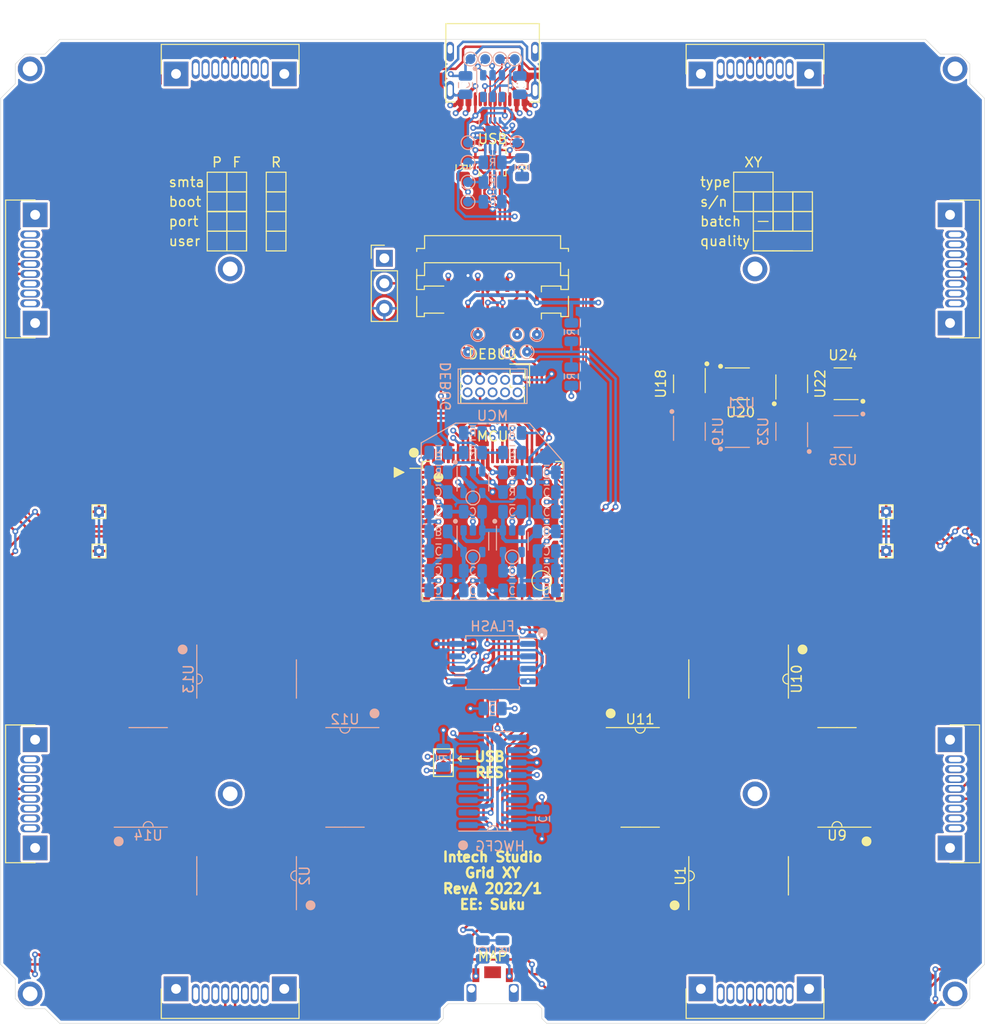
<source format=kicad_pcb>
(kicad_pcb (version 20171130) (host pcbnew 5.99.0+really5.1.10+dfsg1-1)
  (layers (0 F.Cu signal) (1 In1.Cu signal) (2 In2.Cu signal) (31 B.Cu signal) (34 B.Paste user) (35 F.Paste user) (36 B.SilkS user) (37 F.SilkS user) (38 B.Mask user) (39 F.Mask user) (44 Edge.Cuts user))
  (net 0 "")
  (net 1 GND)
  (net 2 /MCU/MAP_MODE)
  (net 3 +3V3_UI)
  (net 4 +3V3_UC)
  (net 5 "Net-(C49-Pad1)")
  (net 6 /MCU/USB_DN)
  (net 7 /MCU/USB_DP)
  (net 8 /MCU/GRID_AUX_RX)
  (net 9 /MCU/GRID_AUX_TX)
  (net 10 /MCU/SYS_RESET)
  (net 11 /MCU/SYS_SWO)
  (net 12 /MCU/SYS_SWCLK)
  (net 13 /MCU/SYS_SWDIO)
  (net 14 /MCU/GRID_SYNC_1)
  (net 15 /MCU/GRID_WEST_TX)
  (net 16 +5V)
  (net 17 /MCU/GRID_WEST_RX)
  (net 18 /MCU/GRID_SYNC_2)
  (net 19 /MCU/GRID_SOUTH_TX)
  (net 20 /MCU/GRID_NORTH_RX)
  (net 21 /MCU/GRID_SOUTH_RX)
  (net 22 /MCU/GRID_NORTH_TX)
  (net 23 /MCU/GRID_EAST_RX)
  (net 24 /MCU/GRID_EAST_TX)
  (net 25 /MCU/UI_PWR_EN)
  (net 26 /MCU/QSPI_~CE)
  (net 27 /MCU/QSPI_SCK)
  (net 28 /MCU/QSPI_IO_3)
  (net 29 /MCU/QSPI_IO_2)
  (net 30 /MCU/QSPI_IO_1)
  (net 31 /MCU/QSPI_IO_0)
  (net 32 "Net-(C34-Pad1)")
  (net 33 "Net-(C37-Pad1)")
  (net 34 "Net-(C38-Pad1)")
  (net 35 "Net-(R40-Pad1)")
  (net 36 "Net-(R41-Pad1)")
  (net 37 /HWCFG/HWCFG_SHIFT)
  (net 38 /HWCFG/HWCFG_CLOCK)
  (net 39 /HWCFG/HWCFG_DATA)
  (net 40 /UI_LED/LED_DATA_IN)
  (net 41 /MCU/MUX_ADDRESS_B)
  (net 42 /MCU/Sheet60FB6C45/USB_CC2)
  (net 43 /MCU/Sheet60FB6C45/USB_CC1)
  (net 44 "Net-(R111-Pad1)")
  (net 45 +5V_UI)
  (net 46 /MCU/SYS_I2C_INT_0)
  (net 47 "Net-(JP2-Pad1)")
  (net 48 /UI_LED/DBG_DATA)
  (net 49 /UI_LED/DBG_CLK)
  (net 50 /UI_LED/MXT_SDA)
  (net 51 /UI_LED/MXT_SCL)
  (net 52 /MCU/MUX_ADDRESS_A)
  (net 53 /UI_LED/DBG_SS)
  (module suku_basics:SOT-23-5 (layer B.Cu) (at 135.6 89.85)
    (fp_text reference U25 (at 0 2.9) (layer B.SilkS) (effects (justify mirror)))
    (fp_text value LN1134A332MR-G)
    (pad 5 smd roundrect (at -1.1 -0.95 180) (size 1.06 0.65) (layers B.Cu B.Paste B.Mask))
    (pad 4 smd roundrect (at -1.1 0.95 180) (size 1.06 0.65) (layers B.Cu B.Paste B.Mask))
    (pad 3 smd roundrect (at 1.1 0.95 180) (size 1.06 0.65) (layers B.Cu B.Paste B.Mask))
    (pad 2 smd roundrect (at 1.1 0 180) (size 1.06 0.65) (layers B.Cu B.Paste B.Mask))
    (pad 1 smd roundrect (at 1.1 -0.95 180) (size 1.06 0.65) (layers B.Cu B.Paste B.Mask))
  )
  (module suku_basics:SOT-23-5 (layer F.Cu) (at 135.6 85)
    (fp_text reference U24 (at 0 -2.9) (layer F.SilkS))
    (fp_text value LN1134A332MR-G)
    (pad 5 smd roundrect (at -1.1 0.95 180) (size 1.06 0.65) (layers F.Cu F.Paste F.Mask))
    (pad 4 smd roundrect (at -1.1 -0.95 180) (size 1.06 0.65) (layers F.Cu F.Paste F.Mask))
    (pad 3 smd roundrect (at 1.1 -0.95 180) (size 1.06 0.65) (layers F.Cu F.Paste F.Mask))
    (pad 2 smd roundrect (at 1.1 0 180) (size 1.06 0.65) (layers F.Cu F.Paste F.Mask))
    (pad 1 smd roundrect (at 1.1 0.95 180) (size 1.06 0.65) (layers F.Cu F.Paste F.Mask))
  )
  (module suku_basics:SOT-23-5 (layer B.Cu) (at 130.4 89.85 270)
    (fp_text reference U23 (at 0 2.9 90) (layer B.SilkS) (effects (justify mirror)))
    (fp_text value LN1134A332MR-G)
    (pad 5 smd roundrect (at -1.1 -0.95 90) (size 1.06 0.65) (layers B.Cu B.Paste B.Mask))
    (pad 4 smd roundrect (at -1.1 0.95 90) (size 1.06 0.65) (layers B.Cu B.Paste B.Mask))
    (pad 3 smd roundrect (at 1.1 0.95 90) (size 1.06 0.65) (layers B.Cu B.Paste B.Mask))
    (pad 2 smd roundrect (at 1.1 0 90) (size 1.06 0.65) (layers B.Cu B.Paste B.Mask))
    (pad 1 smd roundrect (at 1.1 -0.95 90) (size 1.06 0.65) (layers B.Cu B.Paste B.Mask))
  )
  (module suku_basics:SOT-23-5 (layer F.Cu) (at 130.4 85 270)
    (fp_text reference U22 (at 0 -2.9 90) (layer F.SilkS))
    (fp_text value LN1134A332MR-G)
    (pad 5 smd roundrect (at -1.1 0.95 90) (size 1.06 0.65) (layers F.Cu F.Paste F.Mask))
    (pad 4 smd roundrect (at -1.1 -0.95 90) (size 1.06 0.65) (layers F.Cu F.Paste F.Mask))
    (pad 3 smd roundrect (at 1.1 -0.95 90) (size 1.06 0.65) (layers F.Cu F.Paste F.Mask))
    (pad 2 smd roundrect (at 1.1 0 90) (size 1.06 0.65) (layers F.Cu F.Paste F.Mask))
    (pad 1 smd roundrect (at 1.1 0.95 90) (size 1.06 0.65) (layers F.Cu F.Paste F.Mask))
  )
  (module suku_basics:SOT-23-5 (layer B.Cu) (at 125.2 89.85 180)
    (fp_text reference U21 (at 0 2.9) (layer B.SilkS) (effects (justify mirror)))
    (fp_text value LN1134A332MR-G)
    (pad 5 smd roundrect (at -1.1 -0.95) (size 1.06 0.65) (layers B.Cu B.Paste B.Mask))
    (pad 4 smd roundrect (at -1.1 0.95) (size 1.06 0.65) (layers B.Cu B.Paste B.Mask))
    (pad 3 smd roundrect (at 1.1 0.95) (size 1.06 0.65) (layers B.Cu B.Paste B.Mask))
    (pad 2 smd roundrect (at 1.1 0) (size 1.06 0.65) (layers B.Cu B.Paste B.Mask))
    (pad 1 smd roundrect (at 1.1 -0.95) (size 1.06 0.65) (layers B.Cu B.Paste B.Mask))
  )
  (module suku_basics:SOT-23-5 (layer F.Cu) (at 125.2 85 180)
    (fp_text reference U20 (at 0 -2.9) (layer F.SilkS))
    (fp_text value LN1134A332MR-G)
    (pad 5 smd roundrect (at -1.1 0.95) (size 1.06 0.65) (layers F.Cu F.Paste F.Mask))
    (pad 4 smd roundrect (at -1.1 -0.95) (size 1.06 0.65) (layers F.Cu F.Paste F.Mask))
    (pad 3 smd roundrect (at 1.1 -0.95) (size 1.06 0.65) (layers F.Cu F.Paste F.Mask))
    (pad 2 smd roundrect (at 1.1 0) (size 1.06 0.65) (layers F.Cu F.Paste F.Mask))
    (pad 1 smd roundrect (at 1.1 0.95) (size 1.06 0.65) (layers F.Cu F.Paste F.Mask))
  )
  (module suku_basics:SOT-23-5 (layer B.Cu) (at 120 89.85 90)
    (fp_text reference U19 (at 0 2.9 90) (layer B.SilkS) (effects (justify mirror)))
    (fp_text value LN1134A332MR-G)
    (pad 5 smd roundrect (at -1.1 -0.95 270) (size 1.06 0.65) (layers B.Cu B.Paste B.Mask))
    (pad 4 smd roundrect (at -1.1 0.95 270) (size 1.06 0.65) (layers B.Cu B.Paste B.Mask))
    (pad 3 smd roundrect (at 1.1 0.95 270) (size 1.06 0.65) (layers B.Cu B.Paste B.Mask))
    (pad 2 smd roundrect (at 1.1 0 270) (size 1.06 0.65) (layers B.Cu B.Paste B.Mask))
    (pad 1 smd roundrect (at 1.1 -0.95 270) (size 1.06 0.65) (layers B.Cu B.Paste B.Mask))
  )
  (module suku_basics:SOT-23-5 (layer F.Cu) (at 120 85 90)
    (fp_text reference U18 (at 0 -2.9 90) (layer F.SilkS))
    (fp_text value LN1134A332MR-G)
    (pad 5 smd roundrect (at -1.1 0.95 270) (size 1.06 0.65) (layers F.Cu F.Paste F.Mask))
    (pad 4 smd roundrect (at -1.1 -0.95 270) (size 1.06 0.65) (layers F.Cu F.Paste F.Mask))
    (pad 3 smd roundrect (at 1.1 -0.95 270) (size 1.06 0.65) (layers F.Cu F.Paste F.Mask))
    (pad 2 smd roundrect (at 1.1 0 270) (size 1.06 0.65) (layers F.Cu F.Paste F.Mask))
    (pad 1 smd roundrect (at 1.1 0.95 270) (size 1.06 0.65) (layers F.Cu F.Paste F.Mask))
  )
  (module suku_basics:SOIC-16_74HC165 (layer B.Cu) (at 65 125)
    (fp_text reference U14 (at 0 5.9) (layer B.SilkS) (effects (justify mirror)))
    (fp_text value 74HC165)
    (pad 1 smd roundrect (at -2.475 4.445) (size 1.95 0.6) (layers B.Cu B.Paste B.Mask))
    (pad 2 smd roundrect (at -2.475 3.175) (size 1.95 0.6) (layers B.Cu B.Paste B.Mask))
    (pad 3 smd roundrect (at -2.475 1.905) (size 1.95 0.6) (layers B.Cu B.Paste B.Mask))
    (pad 4 smd roundrect (at -2.475 0.635) (size 1.95 0.6) (layers B.Cu B.Paste B.Mask))
    (pad 5 smd roundrect (at -2.475 -0.635) (size 1.95 0.6) (layers B.Cu B.Paste B.Mask))
    (pad 6 smd roundrect (at -2.475 -1.905) (size 1.95 0.6) (layers B.Cu B.Paste B.Mask))
    (pad 7 smd roundrect (at -2.475 -3.175) (size 1.95 0.6) (layers B.Cu B.Paste B.Mask))
    (pad 8 smd roundrect (at -2.475 -4.445) (size 1.95 0.6) (layers B.Cu B.Paste B.Mask))
    (pad 9 smd roundrect (at 2.475 -4.445) (size 1.95 0.6) (layers B.Cu B.Paste B.Mask))
    (pad 10 smd roundrect (at 2.475 -3.175) (size 1.95 0.6) (layers B.Cu B.Paste B.Mask))
    (pad 11 smd roundrect (at 2.475 -1.905) (size 1.95 0.6) (layers B.Cu B.Paste B.Mask))
    (pad 12 smd roundrect (at 2.475 -0.635) (size 1.95 0.6) (layers B.Cu B.Paste B.Mask))
    (pad 13 smd roundrect (at 2.475 0.635) (size 1.95 0.6) (layers B.Cu B.Paste B.Mask))
    (pad 14 smd roundrect (at 2.475 1.905) (size 1.95 0.6) (layers B.Cu B.Paste B.Mask))
    (pad 15 smd roundrect (at 2.475 3.175) (size 1.95 0.6) (layers B.Cu B.Paste B.Mask))
    (pad 16 smd roundrect (at 2.475 4.445) (size 1.95 0.6) (layers B.Cu B.Paste B.Mask))
  )
  (module suku_basics:SOIC-16_74HC165 (layer B.Cu) (at 75 115 270)
    (fp_text reference U13 (at 0 5.9 90) (layer B.SilkS) (effects (justify mirror)))
    (fp_text value 74HC165)
    (pad 1 smd roundrect (at -2.475 4.445 270) (size 1.95 0.6) (layers B.Cu B.Paste B.Mask))
    (pad 2 smd roundrect (at -2.475 3.175 270) (size 1.95 0.6) (layers B.Cu B.Paste B.Mask))
    (pad 3 smd roundrect (at -2.475 1.905 270) (size 1.95 0.6) (layers B.Cu B.Paste B.Mask))
    (pad 4 smd roundrect (at -2.475 0.635 270) (size 1.95 0.6) (layers B.Cu B.Paste B.Mask))
    (pad 5 smd roundrect (at -2.475 -0.635 270) (size 1.95 0.6) (layers B.Cu B.Paste B.Mask))
    (pad 6 smd roundrect (at -2.475 -1.905 270) (size 1.95 0.6) (layers B.Cu B.Paste B.Mask))
    (pad 7 smd roundrect (at -2.475 -3.175 270) (size 1.95 0.6) (layers B.Cu B.Paste B.Mask))
    (pad 8 smd roundrect (at -2.475 -4.445 270) (size 1.95 0.6) (layers B.Cu B.Paste B.Mask))
    (pad 9 smd roundrect (at 2.475 -4.445 270) (size 1.95 0.6) (layers B.Cu B.Paste B.Mask))
    (pad 10 smd roundrect (at 2.475 -3.175 270) (size 1.95 0.6) (layers B.Cu B.Paste B.Mask))
    (pad 11 smd roundrect (at 2.475 -1.905 270) (size 1.95 0.6) (layers B.Cu B.Paste B.Mask))
    (pad 12 smd roundrect (at 2.475 -0.635 270) (size 1.95 0.6) (layers B.Cu B.Paste B.Mask))
    (pad 13 smd roundrect (at 2.475 0.635 270) (size 1.95 0.6) (layers B.Cu B.Paste B.Mask))
    (pad 14 smd roundrect (at 2.475 1.905 270) (size 1.95 0.6) (layers B.Cu B.Paste B.Mask))
    (pad 15 smd roundrect (at 2.475 3.175 270) (size 1.95 0.6) (layers B.Cu B.Paste B.Mask))
    (pad 16 smd roundrect (at 2.475 4.445 270) (size 1.95 0.6) (layers B.Cu B.Paste B.Mask))
  )
  (module suku_basics:SOIC-16_74HC165 (layer B.Cu) (at 85 125 180)
    (fp_text reference U12 (at 0 5.9) (layer B.SilkS) (effects (justify mirror)))
    (fp_text value 74HC165)
    (pad 1 smd roundrect (at -2.475 4.445 180) (size 1.95 0.6) (layers B.Cu B.Paste B.Mask))
    (pad 2 smd roundrect (at -2.475 3.175 180) (size 1.95 0.6) (layers B.Cu B.Paste B.Mask))
    (pad 3 smd roundrect (at -2.475 1.905 180) (size 1.95 0.6) (layers B.Cu B.Paste B.Mask))
    (pad 4 smd roundrect (at -2.475 0.635 180) (size 1.95 0.6) (layers B.Cu B.Paste B.Mask))
    (pad 5 smd roundrect (at -2.475 -0.635 180) (size 1.95 0.6) (layers B.Cu B.Paste B.Mask))
    (pad 6 smd roundrect (at -2.475 -1.905 180) (size 1.95 0.6) (layers B.Cu B.Paste B.Mask))
    (pad 7 smd roundrect (at -2.475 -3.175 180) (size 1.95 0.6) (layers B.Cu B.Paste B.Mask))
    (pad 8 smd roundrect (at -2.475 -4.445 180) (size 1.95 0.6) (layers B.Cu B.Paste B.Mask))
    (pad 9 smd roundrect (at 2.475 -4.445 180) (size 1.95 0.6) (layers B.Cu B.Paste B.Mask))
    (pad 10 smd roundrect (at 2.475 -3.175 180) (size 1.95 0.6) (layers B.Cu B.Paste B.Mask))
    (pad 11 smd roundrect (at 2.475 -1.905 180) (size 1.95 0.6) (layers B.Cu B.Paste B.Mask))
    (pad 12 smd roundrect (at 2.475 -0.635 180) (size 1.95 0.6) (layers B.Cu B.Paste B.Mask))
    (pad 13 smd roundrect (at 2.475 0.635 180) (size 1.95 0.6) (layers B.Cu B.Paste B.Mask))
    (pad 14 smd roundrect (at 2.475 1.905 180) (size 1.95 0.6) (layers B.Cu B.Paste B.Mask))
    (pad 15 smd roundrect (at 2.475 3.175 180) (size 1.95 0.6) (layers B.Cu B.Paste B.Mask))
    (pad 16 smd roundrect (at 2.475 4.445 180) (size 1.95 0.6) (layers B.Cu B.Paste B.Mask))
  )
  (module suku_basics:SOIC-16_74HC165 (layer F.Cu) (at 115 125)
    (fp_text reference U11 (at 0 -5.9) (layer F.SilkS))
    (fp_text value 74HC165)
    (pad 1 smd roundrect (at -2.475 -4.445) (size 1.95 0.6) (layers F.Cu F.Paste F.Mask))
    (pad 2 smd roundrect (at -2.475 -3.175) (size 1.95 0.6) (layers F.Cu F.Paste F.Mask))
    (pad 3 smd roundrect (at -2.475 -1.905) (size 1.95 0.6) (layers F.Cu F.Paste F.Mask))
    (pad 4 smd roundrect (at -2.475 -0.635) (size 1.95 0.6) (layers F.Cu F.Paste F.Mask))
    (pad 5 smd roundrect (at -2.475 0.635) (size 1.95 0.6) (layers F.Cu F.Paste F.Mask))
    (pad 6 smd roundrect (at -2.475 1.905) (size 1.95 0.6) (layers F.Cu F.Paste F.Mask))
    (pad 7 smd roundrect (at -2.475 3.175) (size 1.95 0.6) (layers F.Cu F.Paste F.Mask))
    (pad 8 smd roundrect (at -2.475 4.445) (size 1.95 0.6) (layers F.Cu F.Paste F.Mask))
    (pad 9 smd roundrect (at 2.475 4.445) (size 1.95 0.6) (layers F.Cu F.Paste F.Mask))
    (pad 10 smd roundrect (at 2.475 3.175) (size 1.95 0.6) (layers F.Cu F.Paste F.Mask))
    (pad 11 smd roundrect (at 2.475 1.905) (size 1.95 0.6) (layers F.Cu F.Paste F.Mask))
    (pad 12 smd roundrect (at 2.475 0.635) (size 1.95 0.6) (layers F.Cu F.Paste F.Mask))
    (pad 13 smd roundrect (at 2.475 -0.635) (size 1.95 0.6) (layers F.Cu F.Paste F.Mask))
    (pad 14 smd roundrect (at 2.475 -1.905) (size 1.95 0.6) (layers F.Cu F.Paste F.Mask))
    (pad 15 smd roundrect (at 2.475 -3.175) (size 1.95 0.6) (layers F.Cu F.Paste F.Mask))
    (pad 16 smd roundrect (at 2.475 -4.445) (size 1.95 0.6) (layers F.Cu F.Paste F.Mask))
  )
  (module suku_basics:SOIC-16_74HC165 (layer F.Cu) (at 125 115 270)
    (fp_text reference U10 (at 0 -5.9 90) (layer F.SilkS))
    (fp_text value 74HC165)
    (pad 1 smd roundrect (at -2.475 -4.445 270) (size 1.95 0.6) (layers F.Cu F.Paste F.Mask))
    (pad 2 smd roundrect (at -2.475 -3.175 270) (size 1.95 0.6) (layers F.Cu F.Paste F.Mask))
    (pad 3 smd roundrect (at -2.475 -1.905 270) (size 1.95 0.6) (layers F.Cu F.Paste F.Mask))
    (pad 4 smd roundrect (at -2.475 -0.635 270) (size 1.95 0.6) (layers F.Cu F.Paste F.Mask))
    (pad 5 smd roundrect (at -2.475 0.635 270) (size 1.95 0.6) (layers F.Cu F.Paste F.Mask))
    (pad 6 smd roundrect (at -2.475 1.905 270) (size 1.95 0.6) (layers F.Cu F.Paste F.Mask))
    (pad 7 smd roundrect (at -2.475 3.175 270) (size 1.95 0.6) (layers F.Cu F.Paste F.Mask))
    (pad 8 smd roundrect (at -2.475 4.445 270) (size 1.95 0.6) (layers F.Cu F.Paste F.Mask))
    (pad 9 smd roundrect (at 2.475 4.445 270) (size 1.95 0.6) (layers F.Cu F.Paste F.Mask))
    (pad 10 smd roundrect (at 2.475 3.175 270) (size 1.95 0.6) (layers F.Cu F.Paste F.Mask))
    (pad 11 smd roundrect (at 2.475 1.905 270) (size 1.95 0.6) (layers F.Cu F.Paste F.Mask))
    (pad 12 smd roundrect (at 2.475 0.635 270) (size 1.95 0.6) (layers F.Cu F.Paste F.Mask))
    (pad 13 smd roundrect (at 2.475 -0.635 270) (size 1.95 0.6) (layers F.Cu F.Paste F.Mask))
    (pad 14 smd roundrect (at 2.475 -1.905 270) (size 1.95 0.6) (layers F.Cu F.Paste F.Mask))
    (pad 15 smd roundrect (at 2.475 -3.175 270) (size 1.95 0.6) (layers F.Cu F.Paste F.Mask))
    (pad 16 smd roundrect (at 2.475 -4.445 270) (size 1.95 0.6) (layers F.Cu F.Paste F.Mask))
  )
  (module suku_basics:SOIC-16_74HC165 (layer F.Cu) (at 135 125 180)
    (fp_text reference U9 (at 0 -5.9) (layer F.SilkS))
    (fp_text value 74HC165)
    (pad 1 smd roundrect (at -2.475 -4.445 180) (size 1.95 0.6) (layers F.Cu F.Paste F.Mask))
    (pad 2 smd roundrect (at -2.475 -3.175 180) (size 1.95 0.6) (layers F.Cu F.Paste F.Mask))
    (pad 3 smd roundrect (at -2.475 -1.905 180) (size 1.95 0.6) (layers F.Cu F.Paste F.Mask))
    (pad 4 smd roundrect (at -2.475 -0.635 180) (size 1.95 0.6) (layers F.Cu F.Paste F.Mask))
    (pad 5 smd roundrect (at -2.475 0.635 180) (size 1.95 0.6) (layers F.Cu F.Paste F.Mask))
    (pad 6 smd roundrect (at -2.475 1.905 180) (size 1.95 0.6) (layers F.Cu F.Paste F.Mask))
    (pad 7 smd roundrect (at -2.475 3.175 180) (size 1.95 0.6) (layers F.Cu F.Paste F.Mask))
    (pad 8 smd roundrect (at -2.475 4.445 180) (size 1.95 0.6) (layers F.Cu F.Paste F.Mask))
    (pad 9 smd roundrect (at 2.475 4.445 180) (size 1.95 0.6) (layers F.Cu F.Paste F.Mask))
    (pad 10 smd roundrect (at 2.475 3.175 180) (size 1.95 0.6) (layers F.Cu F.Paste F.Mask))
    (pad 11 smd roundrect (at 2.475 1.905 180) (size 1.95 0.6) (layers F.Cu F.Paste F.Mask))
    (pad 12 smd roundrect (at 2.475 0.635 180) (size 1.95 0.6) (layers F.Cu F.Paste F.Mask))
    (pad 13 smd roundrect (at 2.475 -0.635 180) (size 1.95 0.6) (layers F.Cu F.Paste F.Mask))
    (pad 14 smd roundrect (at 2.475 -1.905 180) (size 1.95 0.6) (layers F.Cu F.Paste F.Mask))
    (pad 15 smd roundrect (at 2.475 -3.175 180) (size 1.95 0.6) (layers F.Cu F.Paste F.Mask))
    (pad 16 smd roundrect (at 2.475 -4.445 180) (size 1.95 0.6) (layers F.Cu F.Paste F.Mask))
  )
  (module suku_basics:SOIC-16_74HC165 (layer B.Cu) (at 75 135 90)
    (fp_text reference U2 (at 0 5.9 90) (layer B.SilkS) (effects (justify mirror)))
    (fp_text value 74HC165)
    (pad 1 smd roundrect (at -2.475 4.445 90) (size 1.95 0.6) (layers B.Cu B.Paste B.Mask))
    (pad 2 smd roundrect (at -2.475 3.175 90) (size 1.95 0.6) (layers B.Cu B.Paste B.Mask))
    (pad 3 smd roundrect (at -2.475 1.905 90) (size 1.95 0.6) (layers B.Cu B.Paste B.Mask))
    (pad 4 smd roundrect (at -2.475 0.635 90) (size 1.95 0.6) (layers B.Cu B.Paste B.Mask))
    (pad 5 smd roundrect (at -2.475 -0.635 90) (size 1.95 0.6) (layers B.Cu B.Paste B.Mask))
    (pad 6 smd roundrect (at -2.475 -1.905 90) (size 1.95 0.6) (layers B.Cu B.Paste B.Mask))
    (pad 7 smd roundrect (at -2.475 -3.175 90) (size 1.95 0.6) (layers B.Cu B.Paste B.Mask))
    (pad 8 smd roundrect (at -2.475 -4.445 90) (size 1.95 0.6) (layers B.Cu B.Paste B.Mask))
    (pad 9 smd roundrect (at 2.475 -4.445 90) (size 1.95 0.6) (layers B.Cu B.Paste B.Mask))
    (pad 10 smd roundrect (at 2.475 -3.175 90) (size 1.95 0.6) (layers B.Cu B.Paste B.Mask))
    (pad 11 smd roundrect (at 2.475 -1.905 90) (size 1.95 0.6) (layers B.Cu B.Paste B.Mask))
    (pad 12 smd roundrect (at 2.475 -0.635 90) (size 1.95 0.6) (layers B.Cu B.Paste B.Mask))
    (pad 13 smd roundrect (at 2.475 0.635 90) (size 1.95 0.6) (layers B.Cu B.Paste B.Mask))
    (pad 14 smd roundrect (at 2.475 1.905 90) (size 1.95 0.6) (layers B.Cu B.Paste B.Mask))
    (pad 15 smd roundrect (at 2.475 3.175 90) (size 1.95 0.6) (layers B.Cu B.Paste B.Mask))
    (pad 16 smd roundrect (at 2.475 4.445 90) (size 1.95 0.6) (layers B.Cu B.Paste B.Mask))
  )
  (module suku_basics:SOIC-16_74HC165 (layer F.Cu) (at 125 135 90)
    (fp_text reference U1 (at 0 -5.9 90) (layer F.SilkS))
    (fp_text value 74HC165)
    (pad 1 smd roundrect (at -2.475 -4.445 90) (size 1.95 0.6) (layers F.Cu F.Paste F.Mask))
    (pad 2 smd roundrect (at -2.475 -3.175 90) (size 1.95 0.6) (layers F.Cu F.Paste F.Mask))
    (pad 3 smd roundrect (at -2.475 -1.905 90) (size 1.95 0.6) (layers F.Cu F.Paste F.Mask))
    (pad 4 smd roundrect (at -2.475 -0.635 90) (size 1.95 0.6) (layers F.Cu F.Paste F.Mask))
    (pad 5 smd roundrect (at -2.475 0.635 90) (size 1.95 0.6) (layers F.Cu F.Paste F.Mask))
    (pad 6 smd roundrect (at -2.475 1.905 90) (size 1.95 0.6) (layers F.Cu F.Paste F.Mask))
    (pad 7 smd roundrect (at -2.475 3.175 90) (size 1.95 0.6) (layers F.Cu F.Paste F.Mask))
    (pad 8 smd roundrect (at -2.475 4.445 90) (size 1.95 0.6) (layers F.Cu F.Paste F.Mask))
    (pad 9 smd roundrect (at 2.475 4.445 90) (size 1.95 0.6) (layers F.Cu F.Paste F.Mask))
    (pad 10 smd roundrect (at 2.475 3.175 90) (size 1.95 0.6) (layers F.Cu F.Paste F.Mask))
    (pad 11 smd roundrect (at 2.475 1.905 90) (size 1.95 0.6) (layers F.Cu F.Paste F.Mask))
    (pad 12 smd roundrect (at 2.475 0.635 90) (size 1.95 0.6) (layers F.Cu F.Paste F.Mask))
    (pad 13 smd roundrect (at 2.475 -0.635 90) (size 1.95 0.6) (layers F.Cu F.Paste F.Mask))
    (pad 14 smd roundrect (at 2.475 -1.905 90) (size 1.95 0.6) (layers F.Cu F.Paste F.Mask))
    (pad 15 smd roundrect (at 2.475 -3.175 90) (size 1.95 0.6) (layers F.Cu F.Paste F.Mask))
    (pad 16 smd roundrect (at 2.475 -4.445 90) (size 1.95 0.6) (layers F.Cu F.Paste F.Mask))
  )
  (module suku_basics:RES_0805 (layer B.Cu) (at 108 84.25 270)
    (fp_text reference R2 hide)
    (fp_text value 10k hide)
    (pad 2 smd roundrect (at 0.9375 0 270) (size 0.975 1.4) (layers B.Cu B.Paste B.Mask) (net 1 GND))
    (pad 1 smd roundrect (at -0.9375 0 270) (size 0.975 1.4) (layers B.Cu B.Paste B.Mask) (net 41 /MCU/MUX_ADDRESS_B))
  )
  (module suku_basics:RES_0805 (layer B.Cu) (at 108 79.75 270)
    (fp_text reference R1 hide)
    (fp_text value 10k hide)
    (pad 2 smd roundrect (at 0.9375 0 270) (size 0.975 1.4) (layers B.Cu B.Paste B.Mask) (net 52 /MCU/MUX_ADDRESS_A))
    (pad 1 smd roundrect (at -0.9375 0 270) (size 0.975 1.4) (layers B.Cu B.Paste B.Mask) (net 3 +3V3_UI))
  )
  (module suku_basics:grid_outline (layer F.Cu) (at 100 100)
    (fp_text reference M1 hide)
    (fp_text value "(NF)" hide)
    (pad 8 thru_hole circle (at -26.67 26.67) (size 2.5 2.5) (drill 1.5) (layers *.Cu *.Mask))
    (pad 7 thru_hole circle (at 26.67 26.67) (size 2.5 2.5) (drill 1.5) (layers *.Cu *.Mask))
    (pad 6 thru_hole circle (at 26.67 -26.67) (size 2.5 2.5) (drill 1.5) (layers *.Cu *.Mask))
    (pad 5 thru_hole circle (at -26.67 -26.67) (size 2.5 2.5) (drill 1.5) (layers *.Cu *.Mask))
    (pad 4 thru_hole circle (at -47 47) (size 2.5 2.5) (drill 1.5) (layers *.Cu *.Mask))
    (pad 3 thru_hole circle (at 47 47) (size 2.5 2.5) (drill 1.5) (layers *.Cu *.Mask))
    (pad 2 thru_hole circle (at 47 -47) (size 2.5 2.5) (drill 1.5) (layers *.Cu *.Mask))
    (pad 1 thru_hole circle (at -47 -47) (size 2.5 2.5) (drill 1.5) (layers *.Cu *.Mask))
  )
  (module Connector_PinHeader_2.54mm:PinHeader_1x03_P2.54mm_Vertical (layer F.Cu) (at 89 72.25)
    (fp_text reference J3 hide)
    (fp_text value "(NF)" hide)
    (pad 3 thru_hole oval (at 0 5.08) (size 1.7 1.7) (drill 1) (layers *.Cu *.Mask) (net 45 +5V_UI))
    (pad 2 thru_hole oval (at 0 2.54) (size 1.7 1.7) (drill 1) (layers *.Cu *.Mask) (net 40 /UI_LED/LED_DATA_IN))
    (pad 1 thru_hole rect (at 0 0) (size 1.7 1.7) (drill 1) (layers *.Cu *.Mask) (net 1 GND))
  )
  (module TestPoint:TestPoint_Pad_D1.0mm (layer B.Cu) (at 102.5 80)
    (fp_text reference TP22 hide)
    (fp_text value MXT_GND hide)
    (pad 1 smd circle (at 0 0) (size 1 1) (layers B.Cu B.Mask) (net 1 GND))
  )
  (module TestPoint:TestPoint_Pad_D1.0mm (layer B.Cu) (at 101.5 81.75)
    (fp_text reference TP21 hide)
    (fp_text value MXT_RST hide)
    (pad 1 smd circle (at 0 0) (size 1 1) (layers B.Cu B.Mask) (net 41 /MCU/MUX_ADDRESS_B))
  )
  (module TestPoint:TestPoint_Pad_D1.0mm (layer B.Cu) (at 103.5 81.75)
    (fp_text reference TP15 hide)
    (fp_text value MXT_INT hide)
    (pad 1 smd circle (at 0 0) (size 1 1) (layers B.Cu B.Mask) (net 52 /MCU/MUX_ADDRESS_A))
  )
  (module TestPoint:TestPoint_Pad_D1.0mm (layer B.Cu) (at 98.5 80)
    (fp_text reference TP14 hide)
    (fp_text value MXT_DCLK hide)
    (pad 1 smd circle (at 0 0) (size 1 1) (layers B.Cu B.Mask) (net 49 /UI_LED/DBG_CLK))
  )
  (module TestPoint:TestPoint_Pad_D1.0mm (layer B.Cu) (at 97.5 81.75)
    (fp_text reference TP13 hide)
    (fp_text value MXT_DDATA hide)
    (pad 1 smd circle (at 0 0) (size 1 1) (layers B.Cu B.Mask) (net 48 /UI_LED/DBG_DATA))
  )
  (module TestPoint:TestPoint_Pad_D1.0mm (layer B.Cu) (at 104.5 80)
    (fp_text reference TP12 hide)
    (fp_text value MXT_DSS hide)
    (pad 1 smd circle (at 0 0) (size 1 1) (layers B.Cu B.Mask) (net 53 /UI_LED/DBG_SS))
  )
  (module Connector_FFC-FPC:Molex_200528-0100_1x10-1MP_P1.00mm_Horizontal (layer F.Cu) (at 100 74.25 180)
    (fp_text reference J13 hide)
    (fp_text value "C262716 (NF)" hide)
    (pad 10 smd rect (at 4.5 -0.91 180) (size 0.4 1) (layers F.Cu F.Paste F.Mask) (net 1 GND))
    (pad 9 smd rect (at 3.5 -0.91 180) (size 0.4 1) (layers F.Cu F.Paste F.Mask) (net 40 /UI_LED/LED_DATA_IN))
    (pad 8 smd rect (at 2.5 -0.91 180) (size 0.4 1) (layers F.Cu F.Paste F.Mask) (net 45 +5V_UI))
    (pad 7 smd rect (at 1.5 -0.91 180) (size 0.4 1) (layers F.Cu F.Paste F.Mask) (net 1 GND))
    (pad 6 smd rect (at 0.5 -0.91 180) (size 0.4 1) (layers F.Cu F.Paste F.Mask) (net 51 /UI_LED/MXT_SCL))
    (pad 5 smd rect (at -0.5 -0.91 180) (size 0.4 1) (layers F.Cu F.Paste F.Mask) (net 50 /UI_LED/MXT_SDA))
    (pad 4 smd rect (at -1.5 -0.91 180) (size 0.4 1) (layers F.Cu F.Paste F.Mask) (net 1 GND))
    (pad 3 smd rect (at -2.5 -0.91 180) (size 0.4 1) (layers F.Cu F.Paste F.Mask) (net 41 /MCU/MUX_ADDRESS_B))
    (pad 2 smd rect (at -3.5 -0.91 180) (size 0.4 1) (layers F.Cu F.Paste F.Mask) (net 52 /MCU/MUX_ADDRESS_A))
    (pad 1 smd rect (at -4.5 -0.91 180) (size 0.4 1) (layers F.Cu F.Paste F.Mask) (net 3 +3V3_UI))
    (pad MP smd rect (at 7.3 1.79 180) (size 2 1.3) (layers F.Cu F.Paste F.Mask))
    (pad MP smd rect (at -7.3 1.79 180) (size 2 1.3) (layers F.Cu F.Paste F.Mask))
  )
  (module Connector_FFC-FPC:Molex_200528-0100_1x10-1MP_P1.00mm_Horizontal (layer F.Cu) (at 100 77 180)
    (fp_text reference J12 hide)
    (fp_text value C262716 hide)
    (pad 10 smd rect (at 4.5 -0.91 180) (size 0.4 1) (layers F.Cu F.Paste F.Mask) (net 48 /UI_LED/DBG_DATA))
    (pad 9 smd rect (at 3.5 -0.91 180) (size 0.4 1) (layers F.Cu F.Paste F.Mask) (net 1 GND))
    (pad 8 smd rect (at 2.5 -0.91 180) (size 0.4 1) (layers F.Cu F.Paste F.Mask) (net 3 +3V3_UI))
    (pad 7 smd rect (at 1.5 -0.91 180) (size 0.4 1) (layers F.Cu F.Paste F.Mask) (net 49 /UI_LED/DBG_CLK))
    (pad 6 smd rect (at 0.5 -0.91 180) (size 0.4 1) (layers F.Cu F.Paste F.Mask) (net 50 /UI_LED/MXT_SDA))
    (pad 5 smd rect (at -0.5 -0.91 180) (size 0.4 1) (layers F.Cu F.Paste F.Mask) (net 51 /UI_LED/MXT_SCL))
    (pad 4 smd rect (at -1.5 -0.91 180) (size 0.4 1) (layers F.Cu F.Paste F.Mask) (net 41 /MCU/MUX_ADDRESS_B))
    (pad 3 smd rect (at -2.5 -0.91 180) (size 0.4 1) (layers F.Cu F.Paste F.Mask) (net 1 GND))
    (pad 2 smd rect (at -3.5 -0.91 180) (size 0.4 1) (layers F.Cu F.Paste F.Mask) (net 52 /MCU/MUX_ADDRESS_A))
    (pad 1 smd rect (at -4.5 -0.91 180) (size 0.4 1) (layers F.Cu F.Paste F.Mask) (net 53 /UI_LED/DBG_SS))
    (pad MP smd rect (at 7.3 1.79 180) (size 2 1.3) (layers F.Cu F.Paste F.Mask))
    (pad MP smd rect (at -7.3 1.79 180) (size 2 1.3) (layers F.Cu F.Paste F.Mask))
  )
  (module suku_basics:SOIC-8W_FLASH (layer B.Cu) (at 100 113.335 180)
    (fp_text reference U8 hide)
    (fp_text value W25Q16JVSSIQ hide)
    (pad 8 smd roundrect (at 3.6 1.905 180) (size 1.6 0.6) (layers B.Cu B.Paste B.Mask) (net 4 +3V3_UC))
    (pad 7 smd roundrect (at 3.6 0.635 180) (size 1.6 0.6) (layers B.Cu B.Paste B.Mask) (net 28 /MCU/QSPI_IO_3))
    (pad 6 smd roundrect (at 3.6 -0.635 180) (size 1.6 0.6) (layers B.Cu B.Paste B.Mask) (net 27 /MCU/QSPI_SCK))
    (pad 5 smd roundrect (at 3.6 -1.905 180) (size 1.6 0.6) (layers B.Cu B.Paste B.Mask) (net 31 /MCU/QSPI_IO_0))
    (pad 4 smd roundrect (at -3.6 -1.905 180) (size 1.6 0.6) (layers B.Cu B.Paste B.Mask) (net 1 GND))
    (pad 3 smd roundrect (at -3.6 -0.635 180) (size 1.6 0.6) (layers B.Cu B.Paste B.Mask) (net 29 /MCU/QSPI_IO_2))
    (pad 2 smd roundrect (at -3.6 0.635 180) (size 1.6 0.6) (layers B.Cu B.Paste B.Mask) (net 30 /MCU/QSPI_IO_1))
    (pad 1 smd roundrect (at -3.6 1.905 180) (size 1.6 0.6) (layers B.Cu B.Paste B.Mask) (net 26 /MCU/QSPI_~CE))
  )
  (module suku_basics:SOIC-16_74HC165 (layer B.Cu) (at 100 125.4)
    (fp_text reference U3 hide)
    (fp_text value 74HC165 hide)
    (pad 1 smd roundrect (at -2.475 4.445) (size 1.95 0.6) (layers B.Cu B.Paste B.Mask) (net 37 /HWCFG/HWCFG_SHIFT))
    (pad 2 smd roundrect (at -2.475 3.175) (size 1.95 0.6) (layers B.Cu B.Paste B.Mask) (net 38 /HWCFG/HWCFG_CLOCK))
    (pad 3 smd roundrect (at -2.475 1.905) (size 1.95 0.6) (layers B.Cu B.Paste B.Mask) (net 1 GND))
    (pad 4 smd roundrect (at -2.475 0.635) (size 1.95 0.6) (layers B.Cu B.Paste B.Mask) (net 1 GND))
    (pad 5 smd roundrect (at -2.475 -0.635) (size 1.95 0.6) (layers B.Cu B.Paste B.Mask) (net 1 GND))
    (pad 6 smd roundrect (at -2.475 -1.905) (size 1.95 0.6) (layers B.Cu B.Paste B.Mask) (net 47 "Net-(JP2-Pad1)"))
    (pad 7 smd roundrect (at -2.475 -3.175) (size 1.95 0.6) (layers B.Cu B.Paste B.Mask))
    (pad 8 smd roundrect (at -2.475 -4.445) (size 1.95 0.6) (layers B.Cu B.Paste B.Mask) (net 1 GND))
    (pad 9 smd roundrect (at 2.475 -4.445) (size 1.95 0.6) (layers B.Cu B.Paste B.Mask) (net 39 /HWCFG/HWCFG_DATA))
    (pad 10 smd roundrect (at 2.475 -3.175) (size 1.95 0.6) (layers B.Cu B.Paste B.Mask) (net 1 GND))
    (pad 11 smd roundrect (at 2.475 -1.905) (size 1.95 0.6) (layers B.Cu B.Paste B.Mask) (net 4 +3V3_UC))
    (pad 12 smd roundrect (at 2.475 -0.635) (size 1.95 0.6) (layers B.Cu B.Paste B.Mask) (net 1 GND))
    (pad 13 smd roundrect (at 2.475 0.635) (size 1.95 0.6) (layers B.Cu B.Paste B.Mask) (net 4 +3V3_UC))
    (pad 14 smd roundrect (at 2.475 1.905) (size 1.95 0.6) (layers B.Cu B.Paste B.Mask) (net 1 GND))
    (pad 15 smd roundrect (at 2.475 3.175) (size 1.95 0.6) (layers B.Cu B.Paste B.Mask) (net 1 GND))
    (pad 16 smd roundrect (at 2.475 4.445) (size 1.95 0.6) (layers B.Cu B.Paste B.Mask) (net 4 +3V3_UC))
  )
  (module suku_basics:TQFP-100_14x14mm_P0.5mm (layer F.Cu) (at 100 100)
    (fp_text reference U7 hide)
    (fp_text value SAMD51N20A hide)
    (pad 100 smd roundrect (at -6 -7.6625) (size 0.3 1.475) (layers F.Cu F.Paste F.Mask))
    (pad 99 smd roundrect (at -5.5 -7.6625) (size 0.3 1.475) (layers F.Cu F.Paste F.Mask))
    (pad 98 smd roundrect (at -5 -7.6625) (size 0.3 1.475) (layers F.Cu F.Paste F.Mask))
    (pad 97 smd roundrect (at -4.5 -7.6625) (size 0.3 1.475) (layers F.Cu F.Paste F.Mask))
    (pad 96 smd roundrect (at -4 -7.6625) (size 0.3 1.475) (layers F.Cu F.Paste F.Mask))
    (pad 95 smd roundrect (at -3.5 -7.6625) (size 0.3 1.475) (layers F.Cu F.Paste F.Mask) (net 36 "Net-(R41-Pad1)"))
    (pad 94 smd roundrect (at -3 -7.6625) (size 0.3 1.475) (layers F.Cu F.Paste F.Mask) (net 13 /MCU/SYS_SWDIO))
    (pad 93 smd roundrect (at -2.5 -7.6625) (size 0.3 1.475) (layers F.Cu F.Paste F.Mask) (net 12 /MCU/SYS_SWCLK))
    (pad 92 smd roundrect (at -2 -7.6625) (size 0.3 1.475) (layers F.Cu F.Paste F.Mask) (net 4 +3V3_UC))
    (pad 91 smd roundrect (at -1.5 -7.6625) (size 0.3 1.475) (layers F.Cu F.Paste F.Mask))
    (pad 90 smd roundrect (at -1 -7.6625) (size 0.3 1.475) (layers F.Cu F.Paste F.Mask) (net 1 GND))
    (pad 89 smd roundrect (at -0.5 -7.6625) (size 0.3 1.475) (layers F.Cu F.Paste F.Mask) (net 5 "Net-(C49-Pad1)"))
    (pad 88 smd roundrect (at 0 -7.6625) (size 0.3 1.475) (layers F.Cu F.Paste F.Mask) (net 10 /MCU/SYS_RESET))
    (pad 87 smd roundrect (at 0.5 -7.6625) (size 0.3 1.475) (layers F.Cu F.Paste F.Mask))
    (pad 86 smd roundrect (at 1 -7.6625) (size 0.3 1.475) (layers F.Cu F.Paste F.Mask) (net 20 /MCU/GRID_NORTH_RX))
    (pad 85 smd roundrect (at 1.5 -7.6625) (size 0.3 1.475) (layers F.Cu F.Paste F.Mask) (net 22 /MCU/GRID_NORTH_TX))
    (pad 84 smd roundrect (at 2 -7.6625) (size 0.3 1.475) (layers F.Cu F.Paste F.Mask))
    (pad 83 smd roundrect (at 2.5 -7.6625) (size 0.3 1.475) (layers F.Cu F.Paste F.Mask))
    (pad 82 smd roundrect (at 3 -7.6625) (size 0.3 1.475) (layers F.Cu F.Paste F.Mask) (net 46 /MCU/SYS_I2C_INT_0))
    (pad 81 smd roundrect (at 3.5 -7.6625) (size 0.3 1.475) (layers F.Cu F.Paste F.Mask) (net 9 /MCU/GRID_AUX_TX))
    (pad 80 smd roundrect (at 4 -7.6625) (size 0.3 1.475) (layers F.Cu F.Paste F.Mask) (net 8 /MCU/GRID_AUX_RX))
    (pad 79 smd roundrect (at 4.5 -7.6625) (size 0.3 1.475) (layers F.Cu F.Paste F.Mask))
    (pad 78 smd roundrect (at 5 -7.6625) (size 0.3 1.475) (layers F.Cu F.Paste F.Mask))
    (pad 77 smd roundrect (at 5.5 -7.6625) (size 0.3 1.475) (layers F.Cu F.Paste F.Mask) (net 4 +3V3_UC))
    (pad 76 smd roundrect (at 6 -7.6625) (size 0.3 1.475) (layers F.Cu F.Paste F.Mask) (net 1 GND))
    (pad 75 smd roundrect (at 7.6625 -6) (size 1.475 0.3) (layers F.Cu F.Paste F.Mask) (net 7 /MCU/USB_DP))
    (pad 74 smd roundrect (at 7.6625 -5.5) (size 1.475 0.3) (layers F.Cu F.Paste F.Mask) (net 6 /MCU/USB_DN))
    (pad 73 smd roundrect (at 7.6625 -5) (size 1.475 0.3) (layers F.Cu F.Paste F.Mask) (net 50 /UI_LED/MXT_SDA))
    (pad 72 smd roundrect (at 7.6625 -4.5) (size 1.475 0.3) (layers F.Cu F.Paste F.Mask) (net 51 /UI_LED/MXT_SCL))
    (pad 71 smd roundrect (at 7.6625 -4) (size 1.475 0.3) (layers F.Cu F.Paste F.Mask))
    (pad 70 smd roundrect (at 7.6625 -3.5) (size 1.475 0.3) (layers F.Cu F.Paste F.Mask))
    (pad 69 smd roundrect (at 7.6625 -3) (size 1.475 0.3) (layers F.Cu F.Paste F.Mask))
    (pad 68 smd roundrect (at 7.6625 -2.5) (size 1.475 0.3) (layers F.Cu F.Paste F.Mask))
    (pad 67 smd roundrect (at 7.6625 -2) (size 1.475 0.3) (layers F.Cu F.Paste F.Mask))
    (pad 66 smd roundrect (at 7.6625 -1.5) (size 1.475 0.3) (layers F.Cu F.Paste F.Mask))
    (pad 65 smd roundrect (at 7.6625 -1) (size 1.475 0.3) (layers F.Cu F.Paste F.Mask))
    (pad 64 smd roundrect (at 7.6625 -0.5) (size 1.475 0.3) (layers F.Cu F.Paste F.Mask))
    (pad 63 smd roundrect (at 7.6625 0) (size 1.475 0.3) (layers F.Cu F.Paste F.Mask) (net 4 +3V3_UC))
    (pad 62 smd roundrect (at 7.6625 0.5) (size 1.475 0.3) (layers F.Cu F.Paste F.Mask) (net 1 GND))
    (pad 61 smd roundrect (at 7.6625 1) (size 1.475 0.3) (layers F.Cu F.Paste F.Mask))
    (pad 60 smd roundrect (at 7.6625 1.5) (size 1.475 0.3) (layers F.Cu F.Paste F.Mask) (net 41 /MCU/MUX_ADDRESS_B))
    (pad 59 smd roundrect (at 7.6625 2) (size 1.475 0.3) (layers F.Cu F.Paste F.Mask) (net 52 /MCU/MUX_ADDRESS_A))
    (pad 58 smd roundrect (at 7.6625 2.5) (size 1.475 0.3) (layers F.Cu F.Paste F.Mask) (net 14 /MCU/GRID_SYNC_1))
    (pad 57 smd roundrect (at 7.6625 3) (size 1.475 0.3) (layers F.Cu F.Paste F.Mask) (net 24 /MCU/GRID_EAST_TX))
    (pad 56 smd roundrect (at 7.6625 3.5) (size 1.475 0.3) (layers F.Cu F.Paste F.Mask) (net 23 /MCU/GRID_EAST_RX))
    (pad 55 smd roundrect (at 7.6625 4) (size 1.475 0.3) (layers F.Cu F.Paste F.Mask))
    (pad 54 smd roundrect (at 7.6625 4.5) (size 1.475 0.3) (layers F.Cu F.Paste F.Mask))
    (pad 53 smd roundrect (at 7.6625 5) (size 1.475 0.3) (layers F.Cu F.Paste F.Mask))
    (pad 52 smd roundrect (at 7.6625 5.5) (size 1.475 0.3) (layers F.Cu F.Paste F.Mask))
    (pad 51 smd roundrect (at 7.6625 6) (size 1.475 0.3) (layers F.Cu F.Paste F.Mask) (net 4 +3V3_UC))
    (pad 50 smd roundrect (at 6 7.6625) (size 0.3 1.475) (layers F.Cu F.Paste F.Mask) (net 1 GND))
    (pad 49 smd roundrect (at 5.5 7.6625) (size 0.3 1.475) (layers F.Cu F.Paste F.Mask))
    (pad 48 smd roundrect (at 5 7.6625) (size 0.3 1.475) (layers F.Cu F.Paste F.Mask))
    (pad 47 smd roundrect (at 4.5 7.6625) (size 0.3 1.475) (layers F.Cu F.Paste F.Mask))
    (pad 46 smd roundrect (at 4 7.6625) (size 0.3 1.475) (layers F.Cu F.Paste F.Mask))
    (pad 45 smd roundrect (at 3.5 7.6625) (size 0.3 1.475) (layers F.Cu F.Paste F.Mask))
    (pad 44 smd roundrect (at 3 7.6625) (size 0.3 1.475) (layers F.Cu F.Paste F.Mask) (net 25 /MCU/UI_PWR_EN))
    (pad 43 smd roundrect (at 2.5 7.6625) (size 0.3 1.475) (layers F.Cu F.Paste F.Mask) (net 19 /MCU/GRID_SOUTH_TX))
    (pad 42 smd roundrect (at 2 7.6625) (size 0.3 1.475) (layers F.Cu F.Paste F.Mask) (net 21 /MCU/GRID_SOUTH_RX))
    (pad 41 smd roundrect (at 1.5 7.6625) (size 0.3 1.475) (layers F.Cu F.Paste F.Mask) (net 2 /MCU/MAP_MODE))
    (pad 40 smd roundrect (at 1 7.6625) (size 0.3 1.475) (layers F.Cu F.Paste F.Mask))
    (pad 39 smd roundrect (at 0.5 7.6625) (size 0.3 1.475) (layers F.Cu F.Paste F.Mask) (net 4 +3V3_UC))
    (pad 38 smd roundrect (at 0 7.6625) (size 0.3 1.475) (layers F.Cu F.Paste F.Mask) (net 1 GND))
    (pad 37 smd roundrect (at -0.5 7.6625) (size 0.3 1.475) (layers F.Cu F.Paste F.Mask) (net 39 /HWCFG/HWCFG_DATA))
    (pad 36 smd roundrect (at -1 7.6625) (size 0.3 1.475) (layers F.Cu F.Paste F.Mask) (net 38 /HWCFG/HWCFG_CLOCK))
    (pad 35 smd roundrect (at -1.5 7.6625) (size 0.3 1.475) (layers F.Cu F.Paste F.Mask) (net 37 /HWCFG/HWCFG_SHIFT))
    (pad 34 smd roundrect (at -2 7.6625) (size 0.3 1.475) (layers F.Cu F.Paste F.Mask))
    (pad 33 smd roundrect (at -2.5 7.6625) (size 0.3 1.475) (layers F.Cu F.Paste F.Mask) (net 26 /MCU/QSPI_~CE))
    (pad 32 smd roundrect (at -3 7.6625) (size 0.3 1.475) (layers F.Cu F.Paste F.Mask) (net 27 /MCU/QSPI_SCK))
    (pad 31 smd roundrect (at -3.5 7.6625) (size 0.3 1.475) (layers F.Cu F.Paste F.Mask) (net 1 GND))
    (pad 30 smd roundrect (at -4 7.6625) (size 0.3 1.475) (layers F.Cu F.Paste F.Mask) (net 4 +3V3_UC))
    (pad 29 smd roundrect (at -4.5 7.6625) (size 0.3 1.475) (layers F.Cu F.Paste F.Mask) (net 28 /MCU/QSPI_IO_3))
    (pad 28 smd roundrect (at -5 7.6625) (size 0.3 1.475) (layers F.Cu F.Paste F.Mask) (net 29 /MCU/QSPI_IO_2))
    (pad 27 smd roundrect (at -5.5 7.6625) (size 0.3 1.475) (layers F.Cu F.Paste F.Mask) (net 30 /MCU/QSPI_IO_1))
    (pad 26 smd roundrect (at -6 7.6625) (size 0.3 1.475) (layers F.Cu F.Paste F.Mask) (net 31 /MCU/QSPI_IO_0))
    (pad 25 smd roundrect (at -7.6625 6) (size 1.475 0.3) (layers F.Cu F.Paste F.Mask) (net 4 +3V3_UC))
    (pad 24 smd roundrect (at -7.6625 5.5) (size 1.475 0.3) (layers F.Cu F.Paste F.Mask) (net 1 GND))
    (pad 23 smd roundrect (at -7.6625 5) (size 1.475 0.3) (layers F.Cu F.Paste F.Mask))
    (pad 22 smd roundrect (at -7.6625 4.5) (size 1.475 0.3) (layers F.Cu F.Paste F.Mask))
    (pad 21 smd roundrect (at -7.6625 4) (size 1.475 0.3) (layers F.Cu F.Paste F.Mask))
    (pad 20 smd roundrect (at -7.6625 3.5) (size 1.475 0.3) (layers F.Cu F.Paste F.Mask))
    (pad 19 smd roundrect (at -7.6625 3) (size 1.475 0.3) (layers F.Cu F.Paste F.Mask))
    (pad 18 smd roundrect (at -7.6625 2.5) (size 1.475 0.3) (layers F.Cu F.Paste F.Mask))
    (pad 17 smd roundrect (at -7.6625 2) (size 1.475 0.3) (layers F.Cu F.Paste F.Mask))
    (pad 16 smd roundrect (at -7.6625 1.5) (size 1.475 0.3) (layers F.Cu F.Paste F.Mask) (net 17 /MCU/GRID_WEST_RX))
    (pad 15 smd roundrect (at -7.6625 1) (size 1.475 0.3) (layers F.Cu F.Paste F.Mask) (net 15 /MCU/GRID_WEST_TX))
    (pad 14 smd roundrect (at -7.6625 0.5) (size 1.475 0.3) (layers F.Cu F.Paste F.Mask) (net 18 /MCU/GRID_SYNC_2))
    (pad 13 smd roundrect (at -7.6625 0) (size 1.475 0.3) (layers F.Cu F.Paste F.Mask))
    (pad 12 smd roundrect (at -7.6625 -0.5) (size 1.475 0.3) (layers F.Cu F.Paste F.Mask) (net 34 "Net-(C38-Pad1)"))
    (pad 11 smd roundrect (at -7.6625 -1) (size 1.475 0.3) (layers F.Cu F.Paste F.Mask) (net 1 GND))
    (pad 10 smd roundrect (at -7.6625 -1.5) (size 1.475 0.3) (layers F.Cu F.Paste F.Mask))
    (pad 9 smd roundrect (at -7.6625 -2) (size 1.475 0.3) (layers F.Cu F.Paste F.Mask))
    (pad 8 smd roundrect (at -7.6625 -2.5) (size 1.475 0.3) (layers F.Cu F.Paste F.Mask))
    (pad 7 smd roundrect (at -7.6625 -3) (size 1.475 0.3) (layers F.Cu F.Paste F.Mask))
    (pad 6 smd roundrect (at -7.6625 -3.5) (size 1.475 0.3) (layers F.Cu F.Paste F.Mask))
    (pad 5 smd roundrect (at -7.6625 -4) (size 1.475 0.3) (layers F.Cu F.Paste F.Mask))
    (pad 4 smd roundrect (at -7.6625 -4.5) (size 1.475 0.3) (layers F.Cu F.Paste F.Mask))
    (pad 3 smd roundrect (at -7.6625 -5) (size 1.475 0.3) (layers F.Cu F.Paste F.Mask))
    (pad 2 smd roundrect (at -7.6625 -5.5) (size 1.475 0.3) (layers F.Cu F.Paste F.Mask))
    (pad 1 smd roundrect (at -7.6625 -6) (size 1.475 0.3) (layers F.Cu F.Paste F.Mask))
  )
  (module Connector_PinHeader_1.27mm:PinHeader_2x05_P1.27mm_Vertical (layer F.Cu) (at 102.54 84.6 270)
    (fp_text reference J2 hide)
    (fp_text value "(NF)" hide)
    (pad 10 thru_hole oval (at 1.27 5.08 270) (size 1 1) (drill 0.65) (layers *.Cu *.Mask) (net 10 /MCU/SYS_RESET))
    (pad 9 thru_hole oval (at 0 5.08 270) (size 1 1) (drill 0.65) (layers *.Cu *.Mask) (net 1 GND))
    (pad 8 thru_hole oval (at 1.27 3.81 270) (size 1 1) (drill 0.65) (layers *.Cu *.Mask) (net 8 /MCU/GRID_AUX_RX))
    (pad 7 thru_hole oval (at 0 3.81 270) (size 1 1) (drill 0.65) (layers *.Cu *.Mask) (net 9 /MCU/GRID_AUX_TX))
    (pad 6 thru_hole oval (at 1.27 2.54 270) (size 1 1) (drill 0.65) (layers *.Cu *.Mask) (net 11 /MCU/SYS_SWO))
    (pad 5 thru_hole oval (at 0 2.54 270) (size 1 1) (drill 0.65) (layers *.Cu *.Mask) (net 1 GND))
    (pad 4 thru_hole oval (at 1.27 1.27 270) (size 1 1) (drill 0.65) (layers *.Cu *.Mask) (net 12 /MCU/SYS_SWCLK))
    (pad 3 thru_hole oval (at 0 1.27 270) (size 1 1) (drill 0.65) (layers *.Cu *.Mask) (net 1 GND))
    (pad 2 thru_hole oval (at 1.27 0 270) (size 1 1) (drill 0.65) (layers *.Cu *.Mask) (net 13 /MCU/SYS_SWDIO))
    (pad 1 thru_hole rect (at 0 0 270) (size 1 1) (drill 0.65) (layers *.Cu *.Mask) (net 4 +3V3_UC))
  )
  (module TestPoint:TestPoint_Pad_D1.0mm (layer B.Cu) (at 97.5 60.5)
    (fp_text reference TP20 hide)
    (fp_text value CC2 hide)
    (pad 1 smd circle (at 0 0) (size 1 1) (layers B.Cu B.Mask) (net 42 /MCU/Sheet60FB6C45/USB_CC2))
  )
  (module TestPoint:TestPoint_Pad_D1.0mm (layer B.Cu) (at 102.5 60.5)
    (fp_text reference TP19 hide)
    (fp_text value CC1 hide)
    (pad 1 smd circle (at 0 0) (size 1 1) (layers B.Cu B.Mask) (net 43 /MCU/Sheet60FB6C45/USB_CC1))
  )
  (module suku_basics:CAP_0805 (layer B.Cu) (at 105.5 96)
    (fp_text reference C41 hide)
    (fp_text value 100n hide)
    (pad 2 smd roundrect (at 0.9375 0) (size 0.975 1.4) (layers B.Cu B.Paste B.Mask) (net 1 GND))
    (pad 1 smd roundrect (at -0.9375 0) (size 0.975 1.4) (layers B.Cu B.Paste B.Mask) (net 4 +3V3_UC))
  )
  (module suku_basics:CAP_0805 (layer B.Cu) (at 105.5 102 180)
    (fp_text reference C43 hide)
    (fp_text value 10u hide)
    (pad 2 smd roundrect (at 0.9375 0 180) (size 0.975 1.4) (layers B.Cu B.Paste B.Mask) (net 1 GND))
    (pad 1 smd roundrect (at -0.9375 0 180) (size 0.975 1.4) (layers B.Cu B.Paste B.Mask) (net 4 +3V3_UC))
  )
  (module TestPoint:TestPoint_Pad_D1.0mm (layer B.Cu) (at 97.5 66.5)
    (fp_text reference TP18 hide)
    (fp_text value INT hide)
    (pad 1 smd circle (at 0 0) (size 1 1) (layers B.Cu B.Mask) (net 46 /MCU/SYS_I2C_INT_0))
  )
  (module TestPoint:TestPoint_Pad_D1.0mm (layer B.Cu) (at 97.5 64.5)
    (fp_text reference TP17 hide)
    (fp_text value SCL hide)
    (pad 1 smd circle (at 0 0) (size 1 1) (layers B.Cu B.Mask) (net 51 /UI_LED/MXT_SCL))
  )
  (module TestPoint:TestPoint_Pad_D1.0mm (layer B.Cu) (at 97.5 62.5)
    (fp_text reference TP16 hide)
    (fp_text value SDA hide)
    (pad 1 smd circle (at 0 0) (size 1 1) (layers B.Cu B.Mask) (net 50 /UI_LED/MXT_SDA))
  )
  (module suku_basics:RES_0805 (layer B.Cu) (at 95 123 270)
    (fp_text reference R112 hide)
    (fp_text value 10k hide)
    (pad 2 smd roundrect (at 0.9375 0 270) (size 0.975 1.4) (layers B.Cu B.Paste B.Mask) (net 47 "Net-(JP2-Pad1)"))
    (pad 1 smd roundrect (at -0.9375 0 270) (size 0.975 1.4) (layers B.Cu B.Paste B.Mask) (net 4 +3V3_UC))
  )
  (module Jumper:SolderJumper-2_P1.3mm_Open_TrianglePad1.0x1.5mm (layer F.Cu) (at 95 123.5 90)
    (fp_text reference JP2 hide)
    (fp_text value "(NF)" hide)
    (pad 1 smd custom (at -0.725 0 90) (size 0.3 0.3) (layers F.Cu F.Mask) (net 47 "Net-(JP2-Pad1)") (options (clearance outline) (anchor rect)) (primitives (gr_poly (pts (xy -0.5 -0.75) (xy 0.5 -0.75) (xy 1 0) (xy 0.5 0.75) (xy -0.5 0.75)) (width 0))))
    (pad 2 smd custom (at 0.725 0 90) (size 0.3 0.3) (layers F.Cu F.Mask) (net 1 GND) (options (clearance outline) (anchor rect)) (primitives (gr_poly (pts (xy -0.65 -0.75) (xy 0.5 -0.75) (xy 0.5 0.75) (xy -0.65 0.75) (xy -0.15 0)) (width 0))))
  )
  (module TestPoint:TestPoint_Pad_D1.0mm (layer B.Cu) (at 98 96.6)
    (fp_text reference TP11 hide)
    (fp_text value UI_5V hide)
    (pad 1 smd circle (at 0 0) (size 1 1) (layers B.Cu B.Mask) (net 45 +5V_UI))
  )
  (module TestPoint:TestPoint_Pad_D1.0mm (layer B.Cu) (at 102 102.6)
    (fp_text reference TP10 hide)
    (fp_text value UI hide)
    (pad 1 smd circle (at 0 0) (size 1 1) (layers B.Cu B.Mask) (net 3 +3V3_UI))
  )
  (module TestPoint:TestPoint_Pad_D1.0mm (layer B.Cu) (at 98 102.6)
    (fp_text reference TP9 hide)
    (fp_text value UC hide)
    (pad 1 smd circle (at 0 0) (size 1 1) (layers B.Cu B.Mask) (net 4 +3V3_UC))
  )
  (module TestPoint:TestPoint_Pad_D1.0mm (layer B.Cu) (at 102.25 52)
    (fp_text reference TP8 hide)
    (fp_text value VB hide)
    (pad 1 smd circle (at 0 0) (size 1 1) (layers B.Cu B.Mask) (net 16 +5V))
  )
  (module TestPoint:TestPoint_Pad_D1.0mm (layer B.Cu) (at 97.75 52)
    (fp_text reference TP7 hide)
    (fp_text value GND hide)
    (pad 1 smd circle (at 0 0) (size 1 1) (layers B.Cu B.Mask) (net 1 GND))
  )
  (module TestPoint:TestPoint_Pad_D1.0mm (layer B.Cu) (at 100.75 52)
    (fp_text reference TP6 hide)
    (fp_text value D+ hide)
    (pad 1 smd circle (at 0 0) (size 1 1) (layers B.Cu B.Mask) (net 7 /MCU/USB_DP))
  )
  (module TestPoint:TestPoint_Pad_D1.0mm (layer B.Cu) (at 99.25 52)
    (fp_text reference TP5 hide)
    (fp_text value D- hide)
    (pad 1 smd circle (at 0 0) (size 1 1) (layers B.Cu B.Mask) (net 6 /MCU/USB_DN))
  )
  (module suku_basics:CAP_0805 (layer B.Cu) (at 103 63 270)
    (fp_text reference C51 hide)
    (fp_text value 100n hide)
    (pad 2 smd roundrect (at 0.9375 0 270) (size 0.975 1.4) (layers B.Cu B.Paste B.Mask) (net 1 GND))
    (pad 1 smd roundrect (at -0.9375 0 270) (size 0.975 1.4) (layers B.Cu B.Paste B.Mask) (net 4 +3V3_UC))
  )
  (module suku_basics:RES_0805 (layer B.Cu) (at 100 64.5 180)
    (fp_text reference R109 hide)
    (fp_text value 5k1 hide)
    (pad 2 smd roundrect (at 0.9375 0 180) (size 0.975 1.4) (layers B.Cu B.Paste B.Mask) (net 51 /UI_LED/MXT_SCL))
    (pad 1 smd roundrect (at -0.9375 0 180) (size 0.975 1.4) (layers B.Cu B.Paste B.Mask) (net 4 +3V3_UC))
  )
  (module suku_basics:SOT-23-5 (layer B.Cu) (at 98 95 90)
    (fp_text reference U17 hide)
    (fp_text value MT9700 hide)
    (pad 5 smd roundrect (at -1.1 -0.95 270) (size 1.06 0.65) (layers B.Cu B.Paste B.Mask) (net 16 +5V))
    (pad 4 smd roundrect (at -1.1 0.95 270) (size 1.06 0.65) (layers B.Cu B.Paste B.Mask) (net 25 /MCU/UI_PWR_EN))
    (pad 3 smd roundrect (at 1.1 0.95 270) (size 1.06 0.65) (layers B.Cu B.Paste B.Mask) (net 44 "Net-(R111-Pad1)"))
    (pad 2 smd roundrect (at 1.1 0 270) (size 1.06 0.65) (layers B.Cu B.Paste B.Mask) (net 1 GND))
    (pad 1 smd roundrect (at 1.1 -0.95 270) (size 1.06 0.65) (layers B.Cu B.Paste B.Mask) (net 45 +5V_UI))
  )
  (module Package_DFN_QFN:WQFN-14-1EP_2.5x2.5mm_P0.5mm_EP1.45x1.45mm (layer F.Cu) (at 100 62.5)
    (fp_text reference U16 hide)
    (fp_text value "FUSB302BMPX (NF)" hide)
    (pad 15 smd rect (at 0 0) (size 1.45 1.45) (layers F.Cu F.Mask) (net 1 GND))
    (pad 14 smd roundrect (at -0.75 -1.2625) (size 0.25 0.675) (layers F.Cu F.Paste F.Mask) (net 42 /MCU/Sheet60FB6C45/USB_CC2))
    (pad 13 smd roundrect (at -0.25 -1.2625) (size 0.25 0.675) (layers F.Cu F.Paste F.Mask))
    (pad 12 smd roundrect (at 0.25 -1.2625) (size 0.25 0.675) (layers F.Cu F.Paste F.Mask))
    (pad 11 smd roundrect (at 0.75 -1.2625) (size 0.25 0.675) (layers F.Cu F.Paste F.Mask) (net 43 /MCU/Sheet60FB6C45/USB_CC1))
    (pad 10 smd roundrect (at 1.2625 -0.5) (size 0.675 0.25) (layers F.Cu F.Paste F.Mask) (net 43 /MCU/Sheet60FB6C45/USB_CC1))
    (pad 9 smd roundrect (at 1.2625 0) (size 0.675 0.25) (layers F.Cu F.Paste F.Mask) (net 1 GND))
    (pad 8 smd roundrect (at 1.2625 0.5) (size 0.675 0.25) (layers F.Cu F.Paste F.Mask) (net 1 GND))
    (pad 7 smd roundrect (at 0.75 1.2625) (size 0.25 0.675) (layers F.Cu F.Paste F.Mask) (net 50 /UI_LED/MXT_SDA))
    (pad 6 smd roundrect (at 0.25 1.2625) (size 0.25 0.675) (layers F.Cu F.Paste F.Mask) (net 51 /UI_LED/MXT_SCL))
    (pad 5 smd roundrect (at -0.25 1.2625) (size 0.25 0.675) (layers F.Cu F.Paste F.Mask) (net 46 /MCU/SYS_I2C_INT_0))
    (pad 4 smd roundrect (at -0.75 1.2625) (size 0.25 0.675) (layers F.Cu F.Paste F.Mask) (net 4 +3V3_UC))
    (pad 3 smd roundrect (at -1.2625 0.5) (size 0.675 0.25) (layers F.Cu F.Paste F.Mask) (net 4 +3V3_UC))
    (pad 2 smd roundrect (at -1.2625 0) (size 0.675 0.25) (layers F.Cu F.Paste F.Mask) (net 16 +5V))
    (pad 1 smd roundrect (at -1.2625 -0.5) (size 0.675 0.25) (layers F.Cu F.Paste F.Mask) (net 42 /MCU/Sheet60FB6C45/USB_CC2))
  )
  (module Package_DFN_QFN:WQFN-14-1EP_2.5x2.5mm_P0.5mm_EP1.45x1.45mm (layer B.Cu) (at 100 59.5 180)
    (fp_text reference U15 hide)
    (fp_text value "FUSB302BMPX (NF)" hide)
    (pad 15 smd rect (at 0 0 180) (size 1.45 1.45) (layers B.Cu B.Mask) (net 1 GND))
    (pad 14 smd roundrect (at -0.75 1.2625 180) (size 0.25 0.675) (layers B.Cu B.Paste B.Mask) (net 42 /MCU/Sheet60FB6C45/USB_CC2))
    (pad 13 smd roundrect (at -0.25 1.2625 180) (size 0.25 0.675) (layers B.Cu B.Paste B.Mask))
    (pad 12 smd roundrect (at 0.25 1.2625 180) (size 0.25 0.675) (layers B.Cu B.Paste B.Mask))
    (pad 11 smd roundrect (at 0.75 1.2625 180) (size 0.25 0.675) (layers B.Cu B.Paste B.Mask) (net 43 /MCU/Sheet60FB6C45/USB_CC1))
    (pad 10 smd roundrect (at 1.2625 0.5 180) (size 0.675 0.25) (layers B.Cu B.Paste B.Mask) (net 43 /MCU/Sheet60FB6C45/USB_CC1))
    (pad 9 smd roundrect (at 1.2625 0 180) (size 0.675 0.25) (layers B.Cu B.Paste B.Mask) (net 1 GND))
    (pad 8 smd roundrect (at 1.2625 -0.5 180) (size 0.675 0.25) (layers B.Cu B.Paste B.Mask) (net 1 GND))
    (pad 7 smd roundrect (at 0.75 -1.2625 180) (size 0.25 0.675) (layers B.Cu B.Paste B.Mask) (net 50 /UI_LED/MXT_SDA))
    (pad 6 smd roundrect (at 0.25 -1.2625 180) (size 0.25 0.675) (layers B.Cu B.Paste B.Mask) (net 51 /UI_LED/MXT_SCL))
    (pad 5 smd roundrect (at -0.25 -1.2625 180) (size 0.25 0.675) (layers B.Cu B.Paste B.Mask) (net 46 /MCU/SYS_I2C_INT_0))
    (pad 4 smd roundrect (at -0.75 -1.2625 180) (size 0.25 0.675) (layers B.Cu B.Paste B.Mask) (net 4 +3V3_UC))
    (pad 3 smd roundrect (at -1.2625 -0.5 180) (size 0.675 0.25) (layers B.Cu B.Paste B.Mask) (net 4 +3V3_UC))
    (pad 2 smd roundrect (at -1.2625 0 180) (size 0.675 0.25) (layers B.Cu B.Paste B.Mask) (net 16 +5V))
    (pad 1 smd roundrect (at -1.2625 0.5 180) (size 0.675 0.25) (layers B.Cu B.Paste B.Mask) (net 42 /MCU/Sheet60FB6C45/USB_CC2))
  )
  (module suku_basics:SOT-23-5 (layer B.Cu) (at 102 101 90)
    (fp_text reference U6 hide)
    (fp_text value LN1134A332MR-G hide)
    (pad 5 smd roundrect (at -1.1 -0.95 270) (size 1.06 0.65) (layers B.Cu B.Paste B.Mask) (net 3 +3V3_UI))
    (pad 4 smd roundrect (at -1.1 0.95 270) (size 1.06 0.65) (layers B.Cu B.Paste B.Mask))
    (pad 3 smd roundrect (at 1.1 0.95 270) (size 1.06 0.65) (layers B.Cu B.Paste B.Mask) (net 25 /MCU/UI_PWR_EN))
    (pad 2 smd roundrect (at 1.1 0 270) (size 1.06 0.65) (layers B.Cu B.Paste B.Mask) (net 1 GND))
    (pad 1 smd roundrect (at 1.1 -0.95 270) (size 1.06 0.65) (layers B.Cu B.Paste B.Mask) (net 32 "Net-(C34-Pad1)"))
  )
  (module suku_basics:SOT-23-5 (layer B.Cu) (at 98 101 90)
    (fp_text reference U5 hide)
    (fp_text value LN1134A332MR-G hide)
    (pad 5 smd roundrect (at -1.1 -0.95 270) (size 1.06 0.65) (layers B.Cu B.Paste B.Mask) (net 4 +3V3_UC))
    (pad 4 smd roundrect (at -1.1 0.95 270) (size 1.06 0.65) (layers B.Cu B.Paste B.Mask))
    (pad 3 smd roundrect (at 1.1 0.95 270) (size 1.06 0.65) (layers B.Cu B.Paste B.Mask) (net 32 "Net-(C34-Pad1)"))
    (pad 2 smd roundrect (at 1.1 0 270) (size 1.06 0.65) (layers B.Cu B.Paste B.Mask) (net 1 GND))
    (pad 1 smd roundrect (at 1.1 -0.95 270) (size 1.06 0.65) (layers B.Cu B.Paste B.Mask) (net 32 "Net-(C34-Pad1)"))
  )
  (module suku_basics:SOT-23-6 (layer B.Cu) (at 100 54.75 90)
    (fp_text reference U4 hide)
    (fp_text value SESRV05-4 hide)
    (pad 5 smd roundrect (at -1.1 0 270) (size 1.06 0.65) (layers B.Cu B.Paste B.Mask) (net 16 +5V))
    (pad 6 smd roundrect (at -1.1 -0.95 270) (size 1.06 0.65) (layers B.Cu B.Paste B.Mask))
    (pad 4 smd roundrect (at -1.1 0.95 270) (size 1.06 0.65) (layers B.Cu B.Paste B.Mask))
    (pad 3 smd roundrect (at 1.1 0.95 270) (size 1.06 0.65) (layers B.Cu B.Paste B.Mask) (net 7 /MCU/USB_DP))
    (pad 2 smd roundrect (at 1.1 0 270) (size 1.06 0.65) (layers B.Cu B.Paste B.Mask) (net 1 GND))
    (pad 1 smd roundrect (at 1.1 -0.95 270) (size 1.06 0.65) (layers B.Cu B.Paste B.Mask) (net 6 /MCU/USB_DN))
  )
  (module suku_basics:RES_0805 (layer B.Cu) (at 94.5 94 180)
    (fp_text reference R111 hide)
    (fp_text value 10k hide)
    (pad 2 smd roundrect (at 0.9375 0 180) (size 0.975 1.4) (layers B.Cu B.Paste B.Mask) (net 1 GND))
    (pad 1 smd roundrect (at -0.9375 0 180) (size 0.975 1.4) (layers B.Cu B.Paste B.Mask) (net 44 "Net-(R111-Pad1)"))
  )
  (module suku_basics:RES_0805 (layer B.Cu) (at 100 66.5 180)
    (fp_text reference R110 hide)
    (fp_text value 5k1 hide)
    (pad 2 smd roundrect (at 0.9375 0 180) (size 0.975 1.4) (layers B.Cu B.Paste B.Mask) (net 46 /MCU/SYS_I2C_INT_0))
    (pad 1 smd roundrect (at -0.9375 0 180) (size 0.975 1.4) (layers B.Cu B.Paste B.Mask) (net 4 +3V3_UC))
  )
  (module suku_basics:RES_0805 (layer B.Cu) (at 100 62.5 180)
    (fp_text reference R108 hide)
    (fp_text value 5k1 hide)
    (pad 2 smd roundrect (at 0.9375 0 180) (size 0.975 1.4) (layers B.Cu B.Paste B.Mask) (net 50 /UI_LED/MXT_SDA))
    (pad 1 smd roundrect (at -0.9375 0 180) (size 0.975 1.4) (layers B.Cu B.Paste B.Mask) (net 4 +3V3_UC))
  )
  (module suku_basics:RES_0805 (layer F.Cu) (at 97 63 270)
    (fp_text reference R107 hide)
    (fp_text value 5k1 hide)
    (pad 2 smd roundrect (at 0.9375 0 270) (size 0.975 1.4) (layers F.Cu F.Paste F.Mask) (net 1 GND))
    (pad 1 smd roundrect (at -0.9375 0 270) (size 0.975 1.4) (layers F.Cu F.Paste F.Mask) (net 42 /MCU/Sheet60FB6C45/USB_CC2))
  )
  (module suku_basics:RES_0805 (layer F.Cu) (at 103 63 270)
    (fp_text reference R37 hide)
    (fp_text value 5k1 hide)
    (pad 2 smd roundrect (at 0.9375 0 270) (size 0.975 1.4) (layers F.Cu F.Paste F.Mask) (net 1 GND))
    (pad 1 smd roundrect (at -0.9375 0 270) (size 0.975 1.4) (layers F.Cu F.Paste F.Mask) (net 43 /MCU/Sheet60FB6C45/USB_CC1))
  )
  (module suku_basics:RES_0805 (layer B.Cu) (at 102 96 180)
    (fp_text reference R36 hide)
    (fp_text value 10k hide)
    (pad 2 smd roundrect (at 0.9375 0 180) (size 0.975 1.4) (layers B.Cu B.Paste B.Mask) (net 1 GND))
    (pad 1 smd roundrect (at -0.9375 0 180) (size 0.975 1.4) (layers B.Cu B.Paste B.Mask) (net 25 /MCU/UI_PWR_EN))
  )
  (module suku_basics:RES_0805 (layer B.Cu) (at 102.75 54.65 90)
    (fp_text reference R35 hide)
    (fp_text value 1M hide)
    (pad 2 smd roundrect (at 0.9375 0 90) (size 0.975 1.4) (layers B.Cu B.Paste B.Mask) (net 1 GND))
    (pad 1 smd roundrect (at -0.9375 0 90) (size 0.975 1.4) (layers B.Cu B.Paste B.Mask) (net 33 "Net-(C37-Pad1)"))
  )
  (module suku_basics:RES_0805 (layer B.Cu) (at 94.5 92)
    (fp_text reference R34 hide)
    (fp_text value 5k1 hide)
    (pad 2 smd roundrect (at 0.9375 0) (size 0.975 1.4) (layers B.Cu B.Paste B.Mask) (net 40 /UI_LED/LED_DATA_IN))
    (pad 1 smd roundrect (at -0.9375 0) (size 0.975 1.4) (layers B.Cu B.Paste B.Mask) (net 16 +5V))
  )
  (module suku_basics:USB_C_Korean_Hroparts_TYPE-C-31-M-12 (layer F.Cu) (at 100 51 180)
    (fp_text reference J1 hide)
    (fp_text value USB_C_TYPE-C-32-M-12 hide)
    (pad "" np_thru_hole circle (at 2.89 -3.65 180) (size 0.65 0.65) (drill 0.65) (layers *.Cu *.Mask))
    (pad "" np_thru_hole circle (at -2.89 -3.65 180) (size 0.65 0.65) (drill 0.65) (layers *.Cu *.Mask))
    (pad S3 thru_hole oval (at -4.32 0 180) (size 0.8 2) (drill oval 0.5 0.9 (offset 0 -0.25)) (layers *.Cu *.Mask F.Paste))
    (pad S4 thru_hole oval (at 4.32 0 180) (size 0.8 2) (drill oval 0.5 0.9 (offset 0 -0.25)) (layers *.Cu *.Mask F.Paste))
    (pad S2 thru_hole oval (at 4.32 -4.18 180) (size 0.8 1.9) (drill oval 0.5 1.2) (layers *.Cu *.Mask F.Paste) (net 33 "Net-(C37-Pad1)"))
    (pad A9B4 smd roundrect (at 2.45 -5.095 180) (size 0.6 1.45) (layers F.Cu F.Paste F.Mask) (net 16 +5V))
    (pad B6 smd roundrect (at 0.75 -5.095 180) (size 0.34 1.45) (layers F.Cu F.Paste F.Mask) (roundrect_rratio 0.5) (net 7 /MCU/USB_DP))
    (pad A8 smd roundrect (at 1.25 -5.095 180) (size 0.34 1.45) (layers F.Cu F.Paste F.Mask) (roundrect_rratio 0.5))
    (pad B5 smd roundrect (at 1.75 -5.095 180) (size 0.34 1.45) (layers F.Cu F.Paste F.Mask) (roundrect_rratio 0.5) (net 42 /MCU/Sheet60FB6C45/USB_CC2))
    (pad A12B1 smd roundrect (at 3.25 -5.095 180) (size 0.6 1.45) (layers F.Cu F.Paste F.Mask) (net 1 GND))
    (pad A7 smd roundrect (at 0.25 -5.095 180) (size 0.34 1.45) (layers F.Cu F.Paste F.Mask) (roundrect_rratio 0.5) (net 6 /MCU/USB_DN))
    (pad A6 smd roundrect (at -0.25 -5.095 180) (size 0.34 1.45) (layers F.Cu F.Paste F.Mask) (roundrect_rratio 0.5) (net 7 /MCU/USB_DP))
    (pad B7 smd roundrect (at -0.75 -5.095 180) (size 0.34 1.45) (layers F.Cu F.Paste F.Mask) (roundrect_rratio 0.5) (net 6 /MCU/USB_DN))
    (pad A5 smd roundrect (at -1.25 -5.095 180) (size 0.34 1.45) (layers F.Cu F.Paste F.Mask) (roundrect_rratio 0.5) (net 43 /MCU/Sheet60FB6C45/USB_CC1))
    (pad B8 smd roundrect (at -1.75 -5.095 180) (size 0.34 1.45) (layers F.Cu F.Paste F.Mask) (roundrect_rratio 0.5))
    (pad A4B9 smd roundrect (at -2.45 -5.095 180) (size 0.6 1.45) (layers F.Cu F.Paste F.Mask) (net 16 +5V))
    (pad A1B12 smd roundrect (at -3.25 -5.095 180) (size 0.6 1.45) (layers F.Cu F.Paste F.Mask) (net 1 GND))
    (pad S1 thru_hole oval (at -4.32 -4.18 180) (size 0.8 1.9) (drill oval 0.5 1.2) (layers *.Cu *.Mask F.Paste) (net 33 "Net-(C37-Pad1)"))
  )
  (module suku_basics:FERRIT_0805 (layer B.Cu) (at 105.5 100)
    (fp_text reference L2 hide)
    (fp_text value GZ2012D601TF hide)
    (pad 2 smd roundrect (at 0.9375 0) (size 0.975 1.4) (layers B.Cu B.Paste B.Mask) (net 16 +5V))
    (pad 1 smd roundrect (at -0.9375 0) (size 0.975 1.4) (layers B.Cu B.Paste B.Mask) (net 32 "Net-(C34-Pad1)"))
  )
  (module suku_basics:CAP_0805 (layer B.Cu) (at 102 98)
    (fp_text reference C53 hide)
    (fp_text value 1u hide)
    (pad 2 smd roundrect (at 0.9375 0) (size 0.975 1.4) (layers B.Cu B.Paste B.Mask) (net 1 GND))
    (pad 1 smd roundrect (at -0.9375 0) (size 0.975 1.4) (layers B.Cu B.Paste B.Mask) (net 32 "Net-(C34-Pad1)"))
  )
  (module suku_basics:CAP_0805 (layer B.Cu) (at 94.5 96 180)
    (fp_text reference C50 hide)
    (fp_text value 1u hide)
    (pad 2 smd roundrect (at 0.9375 0 180) (size 0.975 1.4) (layers B.Cu B.Paste B.Mask) (net 1 GND))
    (pad 1 smd roundrect (at -0.9375 0 180) (size 0.975 1.4) (layers B.Cu B.Paste B.Mask) (net 45 +5V_UI))
  )
  (module suku_basics:CAP_0805 (layer B.Cu) (at 97.25 54.65 90)
    (fp_text reference C37 hide)
    (fp_text value 4n7 hide)
    (pad 2 smd roundrect (at 0.9375 0 90) (size 0.975 1.4) (layers B.Cu B.Paste B.Mask) (net 1 GND))
    (pad 1 smd roundrect (at -0.9375 0 90) (size 0.975 1.4) (layers B.Cu B.Paste B.Mask) (net 33 "Net-(C37-Pad1)"))
  )
  (module suku_basics:CAP_0805 (layer B.Cu) (at 102 104)
    (fp_text reference C36 hide)
    (fp_text value 1u hide)
    (pad 2 smd roundrect (at 0.9375 0) (size 0.975 1.4) (layers B.Cu B.Paste B.Mask) (net 1 GND))
    (pad 1 smd roundrect (at -0.9375 0) (size 0.975 1.4) (layers B.Cu B.Paste B.Mask) (net 3 +3V3_UI))
  )
  (module suku_basics:CAP_0805 (layer B.Cu) (at 98 98 180)
    (fp_text reference C34 hide)
    (fp_text value 1u hide)
    (pad 2 smd roundrect (at 0.9375 0 180) (size 0.975 1.4) (layers B.Cu B.Paste B.Mask) (net 1 GND))
    (pad 1 smd roundrect (at -0.9375 0 180) (size 0.975 1.4) (layers B.Cu B.Paste B.Mask) (net 32 "Net-(C34-Pad1)"))
  )
  (module suku_basics:grid_ffc_8_vertical (layer F.Cu) (at 73.33 53.01)
    (fp_text reference J4 hide)
    (fp_text value "C20110 (NF)" hide)
    (pad "" thru_hole rect (at -5.5 0.5) (size 2.5 2.5) (drill 1) (layers *.Cu *.Mask))
    (pad "" thru_hole rect (at 5.5 0.5) (size 2.5 2.5) (drill 1) (layers *.Cu *.Mask))
    (pad 1 thru_hole oval (at 3.5 0) (size 0.8 2) (drill oval 0.5 1.3) (layers *.Cu *.Mask) (net 16 +5V))
    (pad 2 thru_hole oval (at 2.5 0) (size 0.8 2) (drill oval 0.5 1.3) (layers *.Cu *.Mask) (net 16 +5V))
    (pad 3 thru_hole oval (at 1.5 0) (size 0.8 2) (drill oval 0.5 1.3) (layers *.Cu *.Mask) (net 16 +5V))
    (pad 4 thru_hole oval (at 0.5 0) (size 0.8 2) (drill oval 0.5 1.3) (layers *.Cu *.Mask) (net 20 /MCU/GRID_NORTH_RX))
    (pad 5 thru_hole oval (at -0.5 0) (size 0.8 2) (drill oval 0.5 1.3) (layers *.Cu *.Mask) (net 18 /MCU/GRID_SYNC_2))
    (pad 6 thru_hole oval (at -1.5 0) (size 0.8 2) (drill oval 0.5 1.3) (layers *.Cu *.Mask) (net 1 GND))
    (pad 7 thru_hole oval (at -2.5 0) (size 0.8 2) (drill oval 0.5 1.3) (layers *.Cu *.Mask) (net 1 GND))
    (pad 8 thru_hole oval (at -3.5 0) (size 0.8 2) (drill oval 0.5 1.3) (layers *.Cu *.Mask) (net 1 GND))
  )
  (module suku_basics:SW_HYP_MAPMODE (layer F.Cu) (at 100 146.5 180)
    (fp_text reference SW1 hide)
    (fp_text value C255807 hide)
    (pad "" thru_hole roundrect (at 2.15 0 90) (size 1.8 1) (drill 0.75 (offset -0.4 0)) (layers *.Cu *.Mask F.Paste))
    (pad "" thru_hole roundrect (at -2.15 0 90) (size 1.8 1) (drill 0.75 (offset -0.4 0)) (layers *.Cu *.Mask F.Paste))
    (pad "" smd rect (at 0 1.7 180) (size 1.7 1.2) (layers F.Cu F.Paste F.Mask))
    (pad 2 smd rect (at 1.7 1.4 90) (size 1.4 0.7) (layers F.Cu F.Paste F.Mask) (net 1 GND))
    (pad 1 smd rect (at -1.7 1.4 270) (size 1.4 0.7) (layers F.Cu F.Paste F.Mask) (net 35 "Net-(R40-Pad1)"))
  )
  (module TestPoint:TestPoint_THTPad_1.0x1.0mm_Drill0.5mm (layer F.Cu) (at 140 102)
    (fp_text reference TP4 hide)
    (fp_text value TestPoint hide)
    (pad 1 thru_hole rect (at 0 0) (size 1 1) (drill 0.5) (layers *.Cu *.Mask) (net 4 +3V3_UC))
  )
  (module TestPoint:TestPoint_THTPad_1.0x1.0mm_Drill0.5mm (layer F.Cu) (at 60 102)
    (fp_text reference TP3 hide)
    (fp_text value TestPoint hide)
    (pad 1 thru_hole rect (at 0 0) (size 1 1) (drill 0.5) (layers *.Cu *.Mask) (net 4 +3V3_UC))
  )
  (module TestPoint:TestPoint_THTPad_1.0x1.0mm_Drill0.5mm (layer F.Cu) (at 140 98)
    (fp_text reference TP2 hide)
    (fp_text value TestPoint hide)
    (pad 1 thru_hole rect (at 0 0) (size 1 1) (drill 0.5) (layers *.Cu *.Mask) (net 4 +3V3_UC))
  )
  (module TestPoint:TestPoint_THTPad_1.0x1.0mm_Drill0.5mm (layer F.Cu) (at 60 98)
    (fp_text reference TP1 hide)
    (fp_text value TestPoint hide)
    (pad 1 thru_hole rect (at 0 0) (size 1 1) (drill 0.5) (layers *.Cu *.Mask) (net 4 +3V3_UC))
  )
  (module suku_basics:CAP_0805 (layer B.Cu) (at 105.5 94)
    (fp_text reference C55 hide)
    (fp_text value 100n hide)
    (pad 2 smd roundrect (at 0.9375 0) (size 0.975 1.4) (layers B.Cu B.Paste B.Mask) (net 1 GND))
    (pad 1 smd roundrect (at -0.9375 0) (size 0.975 1.4) (layers B.Cu B.Paste B.Mask) (net 4 +3V3_UC))
  )
  (module suku_basics:CAP_0805 (layer B.Cu) (at 105.5 98)
    (fp_text reference C54 hide)
    (fp_text value 100n hide)
    (pad 2 smd roundrect (at 0.9375 0) (size 0.975 1.4) (layers B.Cu B.Paste B.Mask) (net 1 GND))
    (pad 1 smd roundrect (at -0.9375 0) (size 0.975 1.4) (layers B.Cu B.Paste B.Mask) (net 4 +3V3_UC))
  )
  (module suku_basics:CAP_0805 (layer B.Cu) (at 102 106)
    (fp_text reference C44 hide)
    (fp_text value 100n hide)
    (pad 2 smd roundrect (at 0.9375 0) (size 0.975 1.4) (layers B.Cu B.Paste B.Mask) (net 1 GND))
    (pad 1 smd roundrect (at -0.9375 0) (size 0.975 1.4) (layers B.Cu B.Paste B.Mask) (net 4 +3V3_UC))
  )
  (module suku_basics:FERRIT_0805 (layer B.Cu) (at 94.5 100)
    (fp_text reference L1 hide)
    (fp_text value GZ2012D601TF hide)
    (pad 2 smd roundrect (at 0.9375 0) (size 0.975 1.4) (layers B.Cu B.Paste B.Mask) (net 4 +3V3_UC))
    (pad 1 smd roundrect (at -0.9375 0) (size 0.975 1.4) (layers B.Cu B.Paste B.Mask) (net 34 "Net-(C38-Pad1)"))
  )
  (module suku_basics:CAP_0805 (layer B.Cu) (at 102 94)
    (fp_text reference C49 hide)
    (fp_text value 100n hide)
    (pad 2 smd roundrect (at 0.9375 0) (size 0.975 1.4) (layers B.Cu B.Paste B.Mask) (net 1 GND))
    (pad 1 smd roundrect (at -0.9375 0) (size 0.975 1.4) (layers B.Cu B.Paste B.Mask) (net 5 "Net-(C49-Pad1)"))
  )
  (module suku_basics:CAP_0805 (layer B.Cu) (at 105.5 104 180)
    (fp_text reference C48 hide)
    (fp_text value 100n hide)
    (pad 2 smd roundrect (at 0.9375 0 180) (size 0.975 1.4) (layers B.Cu B.Paste B.Mask) (net 1 GND))
    (pad 1 smd roundrect (at -0.9375 0 180) (size 0.975 1.4) (layers B.Cu B.Paste B.Mask) (net 4 +3V3_UC))
  )
  (module suku_basics:CAP_0805 (layer B.Cu) (at 94.5 106 180)
    (fp_text reference C47 hide)
    (fp_text value 100n hide)
    (pad 2 smd roundrect (at 0.9375 0 180) (size 0.975 1.4) (layers B.Cu B.Paste B.Mask) (net 1 GND))
    (pad 1 smd roundrect (at -0.9375 0 180) (size 0.975 1.4) (layers B.Cu B.Paste B.Mask) (net 4 +3V3_UC))
  )
  (module suku_basics:CAP_0805 (layer B.Cu) (at 105.5 106 180)
    (fp_text reference C46 hide)
    (fp_text value 100n hide)
    (pad 2 smd roundrect (at 0.9375 0 180) (size 0.975 1.4) (layers B.Cu B.Paste B.Mask) (net 1 GND))
    (pad 1 smd roundrect (at -0.9375 0 180) (size 0.975 1.4) (layers B.Cu B.Paste B.Mask) (net 4 +3V3_UC))
  )
  (module suku_basics:CAP_0805 (layer B.Cu) (at 94.5 104 180)
    (fp_text reference C45 hide)
    (fp_text value 100n hide)
    (pad 2 smd roundrect (at 0.9375 0 180) (size 0.975 1.4) (layers B.Cu B.Paste B.Mask) (net 1 GND))
    (pad 1 smd roundrect (at -0.9375 0 180) (size 0.975 1.4) (layers B.Cu B.Paste B.Mask) (net 4 +3V3_UC))
  )
  (module suku_basics:CAP_0805 (layer B.Cu) (at 98 106)
    (fp_text reference C42 hide)
    (fp_text value 100n hide)
    (pad 2 smd roundrect (at 0.9375 0) (size 0.975 1.4) (layers B.Cu B.Paste B.Mask) (net 1 GND))
    (pad 1 smd roundrect (at -0.9375 0) (size 0.975 1.4) (layers B.Cu B.Paste B.Mask) (net 4 +3V3_UC))
  )
  (module suku_basics:CAP_0805 (layer B.Cu) (at 98 104)
    (fp_text reference C40 hide)
    (fp_text value 1u hide)
    (pad 2 smd roundrect (at 0.9375 0) (size 0.975 1.4) (layers B.Cu B.Paste B.Mask) (net 1 GND))
    (pad 1 smd roundrect (at -0.9375 0) (size 0.975 1.4) (layers B.Cu B.Paste B.Mask) (net 4 +3V3_UC))
  )
  (module suku_basics:CAP_0805 (layer B.Cu) (at 94.5 102)
    (fp_text reference C39 hide)
    (fp_text value 100n hide)
    (pad 2 smd roundrect (at 0.9375 0) (size 0.975 1.4) (layers B.Cu B.Paste B.Mask) (net 1 GND))
    (pad 1 smd roundrect (at -0.9375 0) (size 0.975 1.4) (layers B.Cu B.Paste B.Mask) (net 34 "Net-(C38-Pad1)"))
  )
  (module suku_basics:CAP_0805 (layer B.Cu) (at 94.5 98)
    (fp_text reference C38 hide)
    (fp_text value 10u hide)
    (pad 2 smd roundrect (at 0.9375 0) (size 0.975 1.4) (layers B.Cu B.Paste B.Mask) (net 1 GND))
    (pad 1 smd roundrect (at -0.9375 0) (size 0.975 1.4) (layers B.Cu B.Paste B.Mask) (net 34 "Net-(C38-Pad1)"))
  )
  (module suku_basics:grid_ffc_8_vertical (layer F.Cu) (at 126.67 146.99 180)
    (fp_text reference J11 hide)
    (fp_text value "C20110 (NF)" hide)
    (pad "" thru_hole rect (at -5.5 0.5 180) (size 2.5 2.5) (drill 1) (layers *.Cu *.Mask))
    (pad "" thru_hole rect (at 5.5 0.5 180) (size 2.5 2.5) (drill 1) (layers *.Cu *.Mask))
    (pad 1 thru_hole oval (at 3.5 0 180) (size 0.8 2) (drill oval 0.5 1.3) (layers *.Cu *.Mask) (net 16 +5V))
    (pad 2 thru_hole oval (at 2.5 0 180) (size 0.8 2) (drill oval 0.5 1.3) (layers *.Cu *.Mask) (net 16 +5V))
    (pad 3 thru_hole oval (at 1.5 0 180) (size 0.8 2) (drill oval 0.5 1.3) (layers *.Cu *.Mask) (net 16 +5V))
    (pad 4 thru_hole oval (at 0.5 0 180) (size 0.8 2) (drill oval 0.5 1.3) (layers *.Cu *.Mask) (net 21 /MCU/GRID_SOUTH_RX))
    (pad 5 thru_hole oval (at -0.5 0 180) (size 0.8 2) (drill oval 0.5 1.3) (layers *.Cu *.Mask) (net 18 /MCU/GRID_SYNC_2))
    (pad 6 thru_hole oval (at -1.5 0 180) (size 0.8 2) (drill oval 0.5 1.3) (layers *.Cu *.Mask) (net 1 GND))
    (pad 7 thru_hole oval (at -2.5 0 180) (size 0.8 2) (drill oval 0.5 1.3) (layers *.Cu *.Mask) (net 1 GND))
    (pad 8 thru_hole oval (at -3.5 0 180) (size 0.8 2) (drill oval 0.5 1.3) (layers *.Cu *.Mask) (net 1 GND))
  )
  (module suku_basics:grid_ffc_8_vertical (layer F.Cu) (at 73.33 146.99 180)
    (fp_text reference J10 hide)
    (fp_text value "C20110 (NF)" hide)
    (pad "" thru_hole rect (at -5.5 0.5 180) (size 2.5 2.5) (drill 1) (layers *.Cu *.Mask))
    (pad "" thru_hole rect (at 5.5 0.5 180) (size 2.5 2.5) (drill 1) (layers *.Cu *.Mask))
    (pad 1 thru_hole oval (at 3.5 0 180) (size 0.8 2) (drill oval 0.5 1.3) (layers *.Cu *.Mask) (net 1 GND))
    (pad 2 thru_hole oval (at 2.5 0 180) (size 0.8 2) (drill oval 0.5 1.3) (layers *.Cu *.Mask) (net 1 GND))
    (pad 3 thru_hole oval (at 1.5 0 180) (size 0.8 2) (drill oval 0.5 1.3) (layers *.Cu *.Mask) (net 1 GND))
    (pad 4 thru_hole oval (at 0.5 0 180) (size 0.8 2) (drill oval 0.5 1.3) (layers *.Cu *.Mask) (net 14 /MCU/GRID_SYNC_1))
    (pad 5 thru_hole oval (at -0.5 0 180) (size 0.8 2) (drill oval 0.5 1.3) (layers *.Cu *.Mask) (net 19 /MCU/GRID_SOUTH_TX))
    (pad 6 thru_hole oval (at -1.5 0 180) (size 0.8 2) (drill oval 0.5 1.3) (layers *.Cu *.Mask) (net 16 +5V))
    (pad 7 thru_hole oval (at -2.5 0 180) (size 0.8 2) (drill oval 0.5 1.3) (layers *.Cu *.Mask) (net 16 +5V))
    (pad 8 thru_hole oval (at -3.5 0 180) (size 0.8 2) (drill oval 0.5 1.3) (layers *.Cu *.Mask) (net 16 +5V))
  )
  (module suku_basics:CAP_0805 (layer B.Cu) (at 100 118)
    (fp_text reference C94 hide)
    (fp_text value 100n hide)
    (pad 2 smd roundrect (at 0.9375 0) (size 0.975 1.4) (layers B.Cu B.Paste B.Mask) (net 1 GND))
    (pad 1 smd roundrect (at -0.9375 0) (size 0.975 1.4) (layers B.Cu B.Paste B.Mask) (net 4 +3V3_UC))
  )
  (module suku_basics:RES_0805 (layer B.Cu) (at 102 90)
    (fp_text reference R39 hide)
    (fp_text value 1k hide)
    (pad 2 smd roundrect (at 0.9375 0) (size 0.975 1.4) (layers B.Cu B.Paste B.Mask) (net 4 +3V3_UC))
    (pad 1 smd roundrect (at -0.9375 0) (size 0.975 1.4) (layers B.Cu B.Paste B.Mask) (net 12 /MCU/SYS_SWCLK))
  )
  (module suku_basics:RES_0805 (layer B.Cu) (at 98 90 180)
    (fp_text reference R38 hide)
    (fp_text value 1k hide)
    (pad 2 smd roundrect (at 0.9375 0 180) (size 0.975 1.4) (layers B.Cu B.Paste B.Mask) (net 4 +3V3_UC))
    (pad 1 smd roundrect (at -0.9375 0 180) (size 0.975 1.4) (layers B.Cu B.Paste B.Mask) (net 10 /MCU/SYS_RESET))
  )
  (module suku_basics:RES_0805 (layer B.Cu) (at 101 142.5 90)
    (fp_text reference R40 hide)
    (fp_text value 1k hide)
    (pad 2 smd roundrect (at 0.9375 0 90) (size 0.975 1.4) (layers B.Cu B.Paste B.Mask) (net 2 /MCU/MAP_MODE))
    (pad 1 smd roundrect (at -0.9375 0 90) (size 0.975 1.4) (layers B.Cu B.Paste B.Mask) (net 35 "Net-(R40-Pad1)"))
  )
  (module suku_basics:RES_0805 (layer B.Cu) (at 98 92 180)
    (fp_text reference R42 hide)
    (fp_text value 1k hide)
    (pad 2 smd roundrect (at 0.9375 0 180) (size 0.975 1.4) (layers B.Cu B.Paste B.Mask) (net 40 /UI_LED/LED_DATA_IN))
    (pad 1 smd roundrect (at -0.9375 0 180) (size 0.975 1.4) (layers B.Cu B.Paste B.Mask) (net 36 "Net-(R41-Pad1)"))
  )
  (module suku_basics:RES_0805 (layer B.Cu) (at 102 92)
    (fp_text reference R41 hide)
    (fp_text value 1k hide)
    (pad 2 smd roundrect (at 0.9375 0) (size 0.975 1.4) (layers B.Cu B.Paste B.Mask) (net 11 /MCU/SYS_SWO))
    (pad 1 smd roundrect (at -0.9375 0) (size 0.975 1.4) (layers B.Cu B.Paste B.Mask) (net 36 "Net-(R41-Pad1)"))
  )
  (module suku_basics:grid_ffc_8_vertical (layer F.Cu) (at 146.99 126.67 270)
    (fp_text reference J9 hide)
    (fp_text value "C20110 (NF)" hide)
    (pad "" thru_hole rect (at -5.5 0.5 270) (size 2.5 2.5) (drill 1) (layers *.Cu *.Mask))
    (pad "" thru_hole rect (at 5.5 0.5 270) (size 2.5 2.5) (drill 1) (layers *.Cu *.Mask))
    (pad 1 thru_hole oval (at 3.5 0 270) (size 0.8 2) (drill oval 0.5 1.3) (layers *.Cu *.Mask) (net 1 GND))
    (pad 2 thru_hole oval (at 2.5 0 270) (size 0.8 2) (drill oval 0.5 1.3) (layers *.Cu *.Mask) (net 1 GND))
    (pad 3 thru_hole oval (at 1.5 0 270) (size 0.8 2) (drill oval 0.5 1.3) (layers *.Cu *.Mask) (net 1 GND))
    (pad 4 thru_hole oval (at 0.5 0 270) (size 0.8 2) (drill oval 0.5 1.3) (layers *.Cu *.Mask) (net 14 /MCU/GRID_SYNC_1))
    (pad 5 thru_hole oval (at -0.5 0 270) (size 0.8 2) (drill oval 0.5 1.3) (layers *.Cu *.Mask) (net 24 /MCU/GRID_EAST_TX))
    (pad 6 thru_hole oval (at -1.5 0 270) (size 0.8 2) (drill oval 0.5 1.3) (layers *.Cu *.Mask) (net 16 +5V))
    (pad 7 thru_hole oval (at -2.5 0 270) (size 0.8 2) (drill oval 0.5 1.3) (layers *.Cu *.Mask) (net 16 +5V))
    (pad 8 thru_hole oval (at -3.5 0 270) (size 0.8 2) (drill oval 0.5 1.3) (layers *.Cu *.Mask) (net 16 +5V))
  )
  (module suku_basics:grid_ffc_8_vertical (layer F.Cu) (at 146.99 73.33 270)
    (fp_text reference J7 hide)
    (fp_text value "C20110 (NF)" hide)
    (pad "" thru_hole rect (at -5.5 0.5 270) (size 2.5 2.5) (drill 1) (layers *.Cu *.Mask))
    (pad "" thru_hole rect (at 5.5 0.5 270) (size 2.5 2.5) (drill 1) (layers *.Cu *.Mask))
    (pad 1 thru_hole oval (at 3.5 0 270) (size 0.8 2) (drill oval 0.5 1.3) (layers *.Cu *.Mask) (net 16 +5V))
    (pad 2 thru_hole oval (at 2.5 0 270) (size 0.8 2) (drill oval 0.5 1.3) (layers *.Cu *.Mask) (net 16 +5V))
    (pad 3 thru_hole oval (at 1.5 0 270) (size 0.8 2) (drill oval 0.5 1.3) (layers *.Cu *.Mask) (net 16 +5V))
    (pad 4 thru_hole oval (at 0.5 0 270) (size 0.8 2) (drill oval 0.5 1.3) (layers *.Cu *.Mask) (net 23 /MCU/GRID_EAST_RX))
    (pad 5 thru_hole oval (at -0.5 0 270) (size 0.8 2) (drill oval 0.5 1.3) (layers *.Cu *.Mask) (net 18 /MCU/GRID_SYNC_2))
    (pad 6 thru_hole oval (at -1.5 0 270) (size 0.8 2) (drill oval 0.5 1.3) (layers *.Cu *.Mask) (net 1 GND))
    (pad 7 thru_hole oval (at -2.5 0 270) (size 0.8 2) (drill oval 0.5 1.3) (layers *.Cu *.Mask) (net 1 GND))
    (pad 8 thru_hole oval (at -3.5 0 270) (size 0.8 2) (drill oval 0.5 1.3) (layers *.Cu *.Mask) (net 1 GND))
  )
  (module suku_basics:grid_ffc_8_vertical (layer F.Cu) (at 126.67 53.01)
    (fp_text reference J5 hide)
    (fp_text value "C20110 (NF)" hide)
    (pad "" thru_hole rect (at -5.5 0.5) (size 2.5 2.5) (drill 1) (layers *.Cu *.Mask))
    (pad "" thru_hole rect (at 5.5 0.5) (size 2.5 2.5) (drill 1) (layers *.Cu *.Mask))
    (pad 1 thru_hole oval (at 3.5 0) (size 0.8 2) (drill oval 0.5 1.3) (layers *.Cu *.Mask) (net 1 GND))
    (pad 2 thru_hole oval (at 2.5 0) (size 0.8 2) (drill oval 0.5 1.3) (layers *.Cu *.Mask) (net 1 GND))
    (pad 3 thru_hole oval (at 1.5 0) (size 0.8 2) (drill oval 0.5 1.3) (layers *.Cu *.Mask) (net 1 GND))
    (pad 4 thru_hole oval (at 0.5 0) (size 0.8 2) (drill oval 0.5 1.3) (layers *.Cu *.Mask) (net 14 /MCU/GRID_SYNC_1))
    (pad 5 thru_hole oval (at -0.5 0) (size 0.8 2) (drill oval 0.5 1.3) (layers *.Cu *.Mask) (net 22 /MCU/GRID_NORTH_TX))
    (pad 6 thru_hole oval (at -1.5 0) (size 0.8 2) (drill oval 0.5 1.3) (layers *.Cu *.Mask) (net 16 +5V))
    (pad 7 thru_hole oval (at -2.5 0) (size 0.8 2) (drill oval 0.5 1.3) (layers *.Cu *.Mask) (net 16 +5V))
    (pad 8 thru_hole oval (at -3.5 0) (size 0.8 2) (drill oval 0.5 1.3) (layers *.Cu *.Mask) (net 16 +5V))
  )
  (module suku_basics:grid_ffc_8_vertical (layer F.Cu) (at 53.01 126.67 90)
    (fp_text reference J8 hide)
    (fp_text value "C20110 (NF)" hide)
    (pad "" thru_hole rect (at -5.5 0.5 90) (size 2.5 2.5) (drill 1) (layers *.Cu *.Mask))
    (pad "" thru_hole rect (at 5.5 0.5 90) (size 2.5 2.5) (drill 1) (layers *.Cu *.Mask))
    (pad 1 thru_hole oval (at 3.5 0 90) (size 0.8 2) (drill oval 0.5 1.3) (layers *.Cu *.Mask) (net 16 +5V))
    (pad 2 thru_hole oval (at 2.5 0 90) (size 0.8 2) (drill oval 0.5 1.3) (layers *.Cu *.Mask) (net 16 +5V))
    (pad 3 thru_hole oval (at 1.5 0 90) (size 0.8 2) (drill oval 0.5 1.3) (layers *.Cu *.Mask) (net 16 +5V))
    (pad 4 thru_hole oval (at 0.5 0 90) (size 0.8 2) (drill oval 0.5 1.3) (layers *.Cu *.Mask) (net 17 /MCU/GRID_WEST_RX))
    (pad 5 thru_hole oval (at -0.5 0 90) (size 0.8 2) (drill oval 0.5 1.3) (layers *.Cu *.Mask) (net 18 /MCU/GRID_SYNC_2))
    (pad 6 thru_hole oval (at -1.5 0 90) (size 0.8 2) (drill oval 0.5 1.3) (layers *.Cu *.Mask) (net 1 GND))
    (pad 7 thru_hole oval (at -2.5 0 90) (size 0.8 2) (drill oval 0.5 1.3) (layers *.Cu *.Mask) (net 1 GND))
    (pad 8 thru_hole oval (at -3.5 0 90) (size 0.8 2) (drill oval 0.5 1.3) (layers *.Cu *.Mask) (net 1 GND))
  )
  (module suku_basics:grid_ffc_8_vertical (layer F.Cu) (at 53.01 73.33 90)
    (fp_text reference J6 hide)
    (fp_text value "C20110 (NF)" hide)
    (pad "" thru_hole rect (at -5.5 0.5 90) (size 2.5 2.5) (drill 1) (layers *.Cu *.Mask))
    (pad "" thru_hole rect (at 5.5 0.5 90) (size 2.5 2.5) (drill 1) (layers *.Cu *.Mask))
    (pad 1 thru_hole oval (at 3.5 0 90) (size 0.8 2) (drill oval 0.5 1.3) (layers *.Cu *.Mask) (net 1 GND))
    (pad 2 thru_hole oval (at 2.5 0 90) (size 0.8 2) (drill oval 0.5 1.3) (layers *.Cu *.Mask) (net 1 GND))
    (pad 3 thru_hole oval (at 1.5 0 90) (size 0.8 2) (drill oval 0.5 1.3) (layers *.Cu *.Mask) (net 1 GND))
    (pad 4 thru_hole oval (at 0.5 0 90) (size 0.8 2) (drill oval 0.5 1.3) (layers *.Cu *.Mask) (net 14 /MCU/GRID_SYNC_1))
    (pad 5 thru_hole oval (at -0.5 0 90) (size 0.8 2) (drill oval 0.5 1.3) (layers *.Cu *.Mask) (net 15 /MCU/GRID_WEST_TX))
    (pad 6 thru_hole oval (at -1.5 0 90) (size 0.8 2) (drill oval 0.5 1.3) (layers *.Cu *.Mask) (net 16 +5V))
    (pad 7 thru_hole oval (at -2.5 0 90) (size 0.8 2) (drill oval 0.5 1.3) (layers *.Cu *.Mask) (net 16 +5V))
    (pad 8 thru_hole oval (at -3.5 0 90) (size 0.8 2) (drill oval 0.5 1.3) (layers *.Cu *.Mask) (net 16 +5V))
  )
  (module suku_basics:CAP_0805 (layer B.Cu) (at 105.08 129.21 90)
    (fp_text reference C33 hide)
    (fp_text value 100n hide)
    (pad 2 smd roundrect (at 0.9375 0 90) (size 0.975 1.4) (layers B.Cu B.Paste B.Mask) (net 1 GND))
    (pad 1 smd roundrect (at -0.9375 0 90) (size 0.975 1.4) (layers B.Cu B.Paste B.Mask) (net 4 +3V3_UC))
  )
  (module suku_basics:CAP_0805 (layer B.Cu) (at 99 142.5 270)
    (fp_text reference C95 hide)
    (fp_text value 100n hide)
    (pad 2 smd roundrect (at 0.9375 0 270) (size 0.975 1.4) (layers B.Cu B.Paste B.Mask) (net 1 GND))
    (pad 1 smd roundrect (at -0.9375 0 270) (size 0.975 1.4) (layers B.Cu B.Paste B.Mask) (net 2 /MCU/MAP_MODE))
  )
  (gr_line (start 71 71.5) (end 75 71.5) (layer F.SilkS) (width 0.12))
  (gr_line (start 96.5 87) (end 96.5 83.5) (layer B.SilkS) (width 0.12))
  (gr_line (start 103.5 87) (end 96.5 87) (layer B.SilkS) (width 0.12))
  (gr_line (start 103.5 83.5) (end 103.5 87) (layer B.SilkS) (width 0.12))
  (gr_line (start 96.5 83.5) (end 103.5 83.5) (layer B.SilkS) (width 0.12))
  (gr_line (start 96.25 89) (end 103.75 89) (layer B.SilkS) (width 0.12))
  (gr_line (start 92.75 91) (end 96.25 89) (layer B.SilkS) (width 0.12))
  (gr_line (start 103.75 83) (end 103.75 85.25) (layer F.SilkS) (width 0.12))
  (gr_line (start 101.75 83) (end 103.75 83) (layer F.SilkS) (width 0.12))
  (gr_line (start 96.8 123.4) (end 96.5 123.1) (layer F.SilkS) (width 0.12))
  (gr_line (start 96.8 122.8) (end 96.8 123.4) (layer F.SilkS) (width 0.12))
  (gr_line (start 96.5 123.1) (end 96.8 122.8) (layer F.SilkS) (width 0.12))
  (gr_line (start 97.6 123.1) (end 96.5 123.1) (layer F.SilkS) (width 0.12))
  (gr_text "USB\nRES" (at 99.7 123.7) (layer F.SilkS) (effects (font (size 1 1) (thickness 0.25))))
  (gr_text smta (at 67 64.5) (layer F.SilkS) (effects (font (size 1 1)) (justify left)))
  (gr_text user (at 67 70.5) (layer F.SilkS) (effects (font (size 1 1)) (justify left)))
  (gr_text port (at 67 68.5) (layer F.SilkS) (effects (font (size 1 1)) (justify left)))
  (gr_text F (at 74 62.5) (layer F.SilkS) (effects (font (size 1 1))))
  (gr_text R (at 78 62.5) (layer F.SilkS) (effects (font (size 1 1))))
  (gr_text P (at 72 62.5) (layer F.SilkS) (effects (font (size 1 1))))
  (gr_text boot (at 67 66.5) (layer F.SilkS) (effects (font (size 1 1)) (justify left)))
  (gr_text s/n (at 121 66.5) (layer F.SilkS) (effects (font (size 1 1)) (justify left)))
  (gr_text type (at 121 64.5) (layer F.SilkS) (effects (font (size 1 1)) (justify left)))
  (gr_text XY (at 126.5 62.5) (layer F.SilkS) (effects (font (size 1 1))))
  (gr_text batch (at 121 68.5) (layer F.SilkS) (effects (font (size 1 1)) (justify left)))
  (gr_text quality (at 121 70.5) (layer F.SilkS) (effects (font (size 1 1)) (justify left)))
  (gr_line (start 71 63.5) (end 71 65.5) (layer F.SilkS) (width 0.12))
  (gr_line (start 71 67.5) (end 73 67.5) (layer F.SilkS) (width 0.12))
  (gr_line (start 73 65.5) (end 73 63.5) (layer F.SilkS) (width 0.12))
  (gr_line (start 73 63.5) (end 71 63.5) (layer F.SilkS) (width 0.12))
  (gr_line (start 75 63.5) (end 73 63.5) (layer F.SilkS) (width 0.12))
  (gr_line (start 73 63.5) (end 73 65.5) (layer F.SilkS) (width 0.12))
  (gr_line (start 73 67.5) (end 75 67.5) (layer F.SilkS) (width 0.12))
  (gr_line (start 75 65.5) (end 75 63.5) (layer F.SilkS) (width 0.12))
  (gr_line (start 79 63.5) (end 77 63.5) (layer F.SilkS) (width 0.12))
  (gr_line (start 77 63.5) (end 77 65.5) (layer F.SilkS) (width 0.12))
  (gr_line (start 79 65.5) (end 79 63.5) (layer F.SilkS) (width 0.12))
  (gr_line (start 75 67.5) (end 75 69.5) (layer F.SilkS) (width 0.12))
  (gr_line (start 75 69.5) (end 75 67.5) (layer F.SilkS) (width 0.12))
  (gr_line (start 73 69.5) (end 75 69.5) (layer F.SilkS) (width 0.12))
  (gr_line (start 73 67.5) (end 73 69.5) (layer F.SilkS) (width 0.12))
  (gr_line (start 73 67.5) (end 71 67.5) (layer F.SilkS) (width 0.12))
  (gr_line (start 71 67.5) (end 71 69.5) (layer F.SilkS) (width 0.12))
  (gr_line (start 71 69.5) (end 73 69.5) (layer F.SilkS) (width 0.12))
  (gr_line (start 73 69.5) (end 73 67.5) (layer F.SilkS) (width 0.12))
  (gr_line (start 75 67.5) (end 73 67.5) (layer F.SilkS) (width 0.12))
  (gr_line (start 75 69.5) (end 75 71.5) (layer F.SilkS) (width 0.12))
  (gr_line (start 75 71.5) (end 75 69.5) (layer F.SilkS) (width 0.12))
  (gr_line (start 73 69.5) (end 73 71.5) (layer F.SilkS) (width 0.12))
  (gr_line (start 73 69.5) (end 71 69.5) (layer F.SilkS) (width 0.12))
  (gr_line (start 71 69.5) (end 71 71.5) (layer F.SilkS) (width 0.12))
  (gr_line (start 73 71.5) (end 73 69.5) (layer F.SilkS) (width 0.12))
  (gr_line (start 75 69.5) (end 73 69.5) (layer F.SilkS) (width 0.12))
  (gr_line (start 73 65.5) (end 73 67.5) (layer F.SilkS) (width 0.12))
  (gr_line (start 73 67.5) (end 75 67.5) (layer F.SilkS) (width 0.12))
  (gr_line (start 75 67.5) (end 73 67.5) (layer F.SilkS) (width 0.12))
  (gr_line (start 73 67.5) (end 71 67.5) (layer F.SilkS) (width 0.12))
  (gr_line (start 75 65.5) (end 73 65.5) (layer F.SilkS) (width 0.12))
  (gr_line (start 73 67.5) (end 73 65.5) (layer F.SilkS) (width 0.12))
  (gr_line (start 71 67.5) (end 73 67.5) (layer F.SilkS) (width 0.12))
  (gr_line (start 71 65.5) (end 71 67.5) (layer F.SilkS) (width 0.12))
  (gr_line (start 73 65.5) (end 71 65.5) (layer F.SilkS) (width 0.12))
  (gr_line (start 75 67.5) (end 75 65.5) (layer F.SilkS) (width 0.12))
  (gr_line (start 75 65.5) (end 75 67.5) (layer F.SilkS) (width 0.12))
  (gr_line (start 77 65.5) (end 79 65.5) (layer F.SilkS) (width 0.12))
  (gr_line (start 73 65.5) (end 75 65.5) (layer F.SilkS) (width 0.12))
  (gr_line (start 71 65.5) (end 73 65.5) (layer F.SilkS) (width 0.12))
  (gr_line (start 124.5 65.5) (end 124.5 63.5) (layer F.SilkS) (width 0.12))
  (gr_line (start 124.5 63.5) (end 128.5 63.5) (layer F.SilkS) (width 0.12))
  (gr_line (start 128.5 63.5) (end 128.5 65.5) (layer F.SilkS) (width 0.12))
  (gr_line (start 126.5 65.5) (end 124.5 65.5) (layer F.SilkS) (width 0.12))
  (gr_line (start 128.5 65.5) (end 126.5 65.5) (layer F.SilkS) (width 0.12))
  (gr_line (start 128.5 69.5) (end 130.5 69.5) (layer F.SilkS) (width 0.12))
  (gr_line (start 128.5 67.5) (end 128.5 69.5) (layer F.SilkS) (width 0.12))
  (gr_line (start 130.5 69.5) (end 130.5 67.5) (layer F.SilkS) (width 0.12))
  (gr_line (start 127 68.5) (end 128 68.5) (layer F.SilkS) (width 0.12))
  (gr_line (start 128.5 69.5) (end 126.5 69.5) (layer F.SilkS) (width 0.12))
  (gr_line (start 128.5 67.5) (end 128.5 69.5) (layer F.SilkS) (width 0.12))
  (gr_line (start 128.5 69.5) (end 128.5 67.5) (layer F.SilkS) (width 0.12))
  (gr_line (start 130.5 69.5) (end 128.5 69.5) (layer F.SilkS) (width 0.12))
  (gr_line (start 130.5 67.5) (end 130.5 69.5) (layer F.SilkS) (width 0.12))
  (gr_line (start 126.5 69.5) (end 128.5 69.5) (layer F.SilkS) (width 0.12))
  (gr_line (start 126.5 67.5) (end 126.5 69.5) (layer F.SilkS) (width 0.12))
  (gr_line (start 130.5 67.5) (end 132.5 67.5) (layer F.SilkS) (width 0.12))
  (gr_line (start 130.5 65.5) (end 132.5 65.5) (layer F.SilkS) (width 0.12))
  (gr_line (start 130.5 65.5) (end 130.5 67.5) (layer F.SilkS) (width 0.12))
  (gr_line (start 132.5 67.5) (end 132.5 65.5) (layer F.SilkS) (width 0.12))
  (gr_line (start 132.5 67.5) (end 130.5 67.5) (layer F.SilkS) (width 0.12))
  (gr_line (start 130.5 67.5) (end 130.5 65.5) (layer F.SilkS) (width 0.12))
  (gr_line (start 132.5 65.5) (end 130.5 65.5) (layer F.SilkS) (width 0.12))
  (gr_line (start 132.5 67.5) (end 132.5 69.5) (layer F.SilkS) (width 0.12))
  (gr_line (start 132.5 69.5) (end 130.5 69.5) (layer F.SilkS) (width 0.12))
  (gr_line (start 128.5 67.5) (end 126.5 67.5) (layer F.SilkS) (width 0.12))
  (gr_line (start 132.5 69.5) (end 132.5 67.5) (layer F.SilkS) (width 0.12))
  (gr_line (start 130.5 69.5) (end 132.5 69.5) (layer F.SilkS) (width 0.12))
  (gr_line (start 126.5 67.5) (end 124.5 67.5) (layer F.SilkS) (width 0.12))
  (gr_line (start 130.5 67.5) (end 128.5 67.5) (layer F.SilkS) (width 0.12))
  (gr_line (start 130.5 67.5) (end 130.5 65.5) (layer F.SilkS) (width 0.12))
  (gr_line (start 128.5 67.5) (end 130.5 67.5) (layer F.SilkS) (width 0.12))
  (gr_line (start 128.5 65.5) (end 128.5 67.5) (layer F.SilkS) (width 0.12))
  (gr_line (start 130.5 65.5) (end 128.5 65.5) (layer F.SilkS) (width 0.12))
  (gr_line (start 128.5 67.5) (end 128.5 65.5) (layer F.SilkS) (width 0.12))
  (gr_line (start 126.5 67.5) (end 128.5 67.5) (layer F.SilkS) (width 0.12))
  (gr_line (start 130.5 67.5) (end 130.5 69.5) (layer F.SilkS) (width 0.12))
  (gr_line (start 126.5 65.5) (end 126.5 67.5) (layer F.SilkS) (width 0.12))
  (gr_line (start 124.5 65.5) (end 124.5 67.5) (layer F.SilkS) (width 0.12))
  (gr_line (start 124.5 67.5) (end 126.5 67.5) (layer F.SilkS) (width 0.12))
  (gr_line (start 126.5 67.5) (end 126.5 65.5) (layer F.SilkS) (width 0.12))
  (gr_line (start 128.5 65.5) (end 126.5 65.5) (layer F.SilkS) (width 0.12))
  (gr_line (start 126.5 65.5) (end 124.5 65.5) (layer F.SilkS) (width 0.12))
  (gr_line (start 128.5 71.5) (end 126.5 71.5) (layer F.SilkS) (width 0.12))
  (gr_line (start 130.5 71.5) (end 128.5 71.5) (layer F.SilkS) (width 0.12))
  (gr_line (start 132.5 71.5) (end 128.5 71.5) (layer F.SilkS) (width 0.12))
  (gr_line (start 77 71.5) (end 79 71.5) (layer F.SilkS) (width 0.12))
  (gr_line (start 132.5 69.5) (end 132.5 71.5) (layer F.SilkS) (width 0.12))
  (gr_line (start 126.5 69.5) (end 130.5 69.5) (layer F.SilkS) (width 0.12))
  (gr_line (start 126.5 71.5) (end 126.5 69.5) (layer F.SilkS) (width 0.12))
  (gr_line (start 79 67.5) (end 79 65.5) (layer F.SilkS) (width 0.12))
  (gr_line (start 77 65.5) (end 77 67.5) (layer F.SilkS) (width 0.12))
  (gr_line (start 79 65.5) (end 77 65.5) (layer F.SilkS) (width 0.12))
  (gr_line (start 77 67.5) (end 79 67.5) (layer F.SilkS) (width 0.12))
  (gr_line (start 79 69.5) (end 79 67.5) (layer F.SilkS) (width 0.12))
  (gr_line (start 77 67.5) (end 77 69.5) (layer F.SilkS) (width 0.12))
  (gr_line (start 79 67.5) (end 77 67.5) (layer F.SilkS) (width 0.12))
  (gr_line (start 77 69.5) (end 79 69.5) (layer F.SilkS) (width 0.12))
  (gr_line (start 79 71.5) (end 79 69.5) (layer F.SilkS) (width 0.12))
  (gr_line (start 77 69.5) (end 77 71.5) (layer F.SilkS) (width 0.12))
  (gr_line (start 79 69.5) (end 77 69.5) (layer F.SilkS) (width 0.12))
  (gr_line (start 128.5 71.5) (end 126.5 71.5) (layer F.SilkS) (width 0.12))
  (gr_line (start 105 149.5) (end 105 148.5) (layer Edge.Cuts) (width 0.05))
  (gr_line (start 104.5 148) (end 95.5 148) (layer Edge.Cuts) (width 0.05))
  (gr_line (start 95 148.5) (end 95 149.5) (layer Edge.Cuts) (width 0.05))
  (gr_line (start 95 148.5) (end 95.5 148) (layer Edge.Cuts) (width 0.05))
  (gr_line (start 104.5 148) (end 105 148.5) (layer Edge.Cuts) (width 0.05))
  (gr_line (start 105 149.5) (end 105.5 150) (layer Edge.Cuts) (width 0.05))
  (gr_line (start 95 149.5) (end 94.5 150) (layer Edge.Cuts) (width 0.05))
  (gr_text USB (at 100 60.122) (layer F.SilkS) (effects (font (size 1 1))))
  (gr_text DEBUG (at 95.25 85.25 90) (layer B.SilkS) (effects (font (size 1 1)) (justify mirror)))
  (gr_text DEBUG (at 100 82) (layer F.SilkS) (effects (font (size 1 1))))
  (gr_text MAP (at 100 143.18) (layer F.SilkS) (effects (font (size 1 1))))
  (gr_text MCU (at 100 90.348) (layer F.SilkS) (effects (font (size 1 1))))
  (gr_text FLASH (at 100 109.652) (layer B.SilkS) (effects (font (size 1 1)) (justify mirror)))
  (gr_text HWCFG (at 100.762 132.004) (layer B.SilkS) (effects (font (size 1 1)) (justify mirror)))
  (gr_text MCU (at 100 88.25) (layer B.SilkS) (effects (font (size 1 1)) (justify mirror)))
  (gr_line (start 92.75 107) (end 92.75 91) (layer B.SilkS) (width 0.12))
  (gr_line (start 107.25 107) (end 92.75 107) (layer B.SilkS) (width 0.12))
  (gr_line (start 107.25 93) (end 107.25 107) (layer B.SilkS) (width 0.12))
  (gr_line (start 103.75 89) (end 107.25 93) (layer B.SilkS) (width 0.12))
  (gr_text "Intech Studio\nGrid XY\nRevA 2022/1\nEE: Suku" (at 100 135.5) (layer F.SilkS) (effects (font (size 1 1) (thickness 0.25))))
  (gr_line (start 50 144) (end 50 56) (layer Edge.Cuts) (width 0.05))
  (gr_line (start 51.5 145.5) (end 50 144) (layer Edge.Cuts) (width 0.05))
  (gr_line (start 51.5 147.5) (end 51.5 145.5) (layer Edge.Cuts) (width 0.05))
  (gr_line (start 52.5 148.5) (end 51.5 147.5) (layer Edge.Cuts) (width 0.05))
  (gr_line (start 54.5 148.5) (end 52.5 148.5) (layer Edge.Cuts) (width 0.05))
  (gr_line (start 56 150) (end 54.5 148.5) (layer Edge.Cuts) (width 0.05))
  (gr_line (start 94.5 150) (end 56 150) (layer Edge.Cuts) (width 0.05))
  (gr_line (start 144 150) (end 105.5 150) (layer Edge.Cuts) (width 0.05))
  (gr_line (start 145.5 148.5) (end 144 150) (layer Edge.Cuts) (width 0.05))
  (gr_line (start 147.5 148.5) (end 145.5 148.5) (layer Edge.Cuts) (width 0.05))
  (gr_line (start 148.5 147.5) (end 147.5 148.5) (layer Edge.Cuts) (width 0.05))
  (gr_line (start 148.5 145.5) (end 148.5 147.5) (layer Edge.Cuts) (width 0.05))
  (gr_line (start 150 144) (end 148.5 145.5) (layer Edge.Cuts) (width 0.05))
  (gr_line (start 150 56) (end 150 144) (layer Edge.Cuts) (width 0.05))
  (gr_line (start 148.5 54.5) (end 150 56) (layer Edge.Cuts) (width 0.05))
  (gr_line (start 148.5 52.5) (end 148.5 54.5) (layer Edge.Cuts) (width 0.05))
  (gr_line (start 147.5 51.5) (end 148.5 52.5) (layer Edge.Cuts) (width 0.05))
  (gr_line (start 145.5 51.5) (end 147.5 51.5) (layer Edge.Cuts) (width 0.05))
  (gr_line (start 144 50) (end 145.5 51.5) (layer Edge.Cuts) (width 0.05))
  (gr_line (start 56 50) (end 144 50) (layer Edge.Cuts) (width 0.05))
  (gr_line (start 54.5 51.5) (end 56 50) (layer Edge.Cuts) (width 0.05))
  (gr_line (start 52.5 51.5) (end 54.5 51.5) (layer Edge.Cuts) (width 0.05))
  (gr_line (start 51.5 52.5) (end 52.5 51.5) (layer Edge.Cuts) (width 0.05))
  (gr_line (start 51.5 54.5) (end 51.5 52.5) (layer Edge.Cuts) (width 0.05))
  (gr_line (start 50 56) (end 51.5 54.5) (layer Edge.Cuts) (width 0.05))
  (via (at 103.6 115.24) (size 0.6) (drill 0.3) (layers F.Cu B.Cu) (net 1))
  (via (at 98.3 145.2) (size 0.6) (drill 0.3) (layers F.Cu B.Cu) (net 1))
  (segment (start 98.3 144.1375) (end 99 143.4375) (width 0.25) (layer B.Cu) (net 1))
  (segment (start 98.3 145.2) (end 98.3 144.1375) (width 0.25) (layer B.Cu) (net 1))
  (segment (start 97.589999 126.035) (end 97.46 126.035) (width 0.25) (layer B.Cu) (net 1))
  (segment (start 97.589999 124.765) (end 97.46 124.765) (width 0.25) (layer B.Cu) (net 1))
  (segment (start 102.539999 122.225) (end 102.54 122.225) (width 0.25) (layer B.Cu) (net 1))
  (segment (start 98.7375 59.5) (end 100 59.5) (width 0.254) (layer B.Cu) (net 1))
  (segment (start 97.25 52.5) (end 97.75 52) (width 0.254) (layer B.Cu) (net 1))
  (segment (start 97.25 53.8125) (end 97.25 52.5) (width 0.254) (layer B.Cu) (net 1))
  (via (at 93.4 122.9) (size 0.6) (drill 0.3) (layers F.Cu B.Cu) (net 1))
  (segment (start 93.425 122.875) (end 93.4 122.9) (width 0.254) (layer F.Cu) (net 1))
  (segment (start 95 122.875) (end 93.425 122.875) (width 0.254) (layer F.Cu) (net 1))
  (via (at 98 99) (size 0.6) (drill 0.3) (layers F.Cu B.Cu) (net 1))
  (segment (start 98 99.9) (end 98 99) (width 0.381) (layer B.Cu) (net 1))
  (segment (start 98 98.5) (end 98 99) (width 0.381) (layer B.Cu) (net 1))
  (segment (start 97.5 98) (end 98 98.5) (width 0.381) (layer B.Cu) (net 1))
  (segment (start 97.0625 98) (end 97.5 98) (width 0.381) (layer B.Cu) (net 1))
  (via (at 102 99) (size 0.6) (drill 0.3) (layers F.Cu B.Cu) (net 1))
  (segment (start 102 99.9) (end 102 99) (width 0.381) (layer B.Cu) (net 1))
  (segment (start 102.9375 98) (end 102.5 98) (width 0.381) (layer B.Cu) (net 1))
  (segment (start 102.5 98) (end 102 98.5) (width 0.381) (layer B.Cu) (net 1))
  (segment (start 102 98.5) (end 102 99) (width 0.381) (layer B.Cu) (net 1))
  (via (at 102 95) (size 0.6) (drill 0.3) (layers F.Cu B.Cu) (net 1))
  (segment (start 101.0625 95.9375) (end 102 95) (width 0.381) (layer B.Cu) (net 1))
  (segment (start 101.0625 96) (end 101.0625 95.9375) (width 0.381) (layer B.Cu) (net 1))
  (segment (start 102.9375 94.0625) (end 102 95) (width 0.381) (layer B.Cu) (net 1))
  (segment (start 102.9375 94) (end 102.9375 94.0625) (width 0.381) (layer B.Cu) (net 1))
  (via (at 100 95) (size 0.6) (drill 0.3) (layers F.Cu B.Cu) (net 1))
  (segment (start 101 96) (end 100 95) (width 0.381) (layer B.Cu) (net 1))
  (segment (start 101.0625 96) (end 101 96) (width 0.381) (layer B.Cu) (net 1))
  (segment (start 98.57 95) (end 100 95) (width 0.381) (layer B.Cu) (net 1))
  (segment (start 98 94.43) (end 98.57 95) (width 0.381) (layer B.Cu) (net 1))
  (segment (start 98 93.9) (end 98 94.43) (width 0.381) (layer B.Cu) (net 1))
  (segment (start 106.4375 94) (end 106.4375 97.0625) (width 0.381) (layer B.Cu) (net 1))
  (segment (start 106.4375 97.0625) (end 106.4375 98) (width 0.381) (layer B.Cu) (net 1))
  (segment (start 106.4375 97.0625) (end 106.375 97) (width 0.381) (layer B.Cu) (net 1))
  (via (at 105.5 105) (size 0.6) (drill 0.3) (layers F.Cu B.Cu) (net 1))
  (segment (start 104.5625 106) (end 104.5625 104.9375) (width 0.381) (layer B.Cu) (net 1))
  (segment (start 104.5625 104.9375) (end 104.5625 102) (width 0.381) (layer B.Cu) (net 1))
  (segment (start 104.625 105) (end 105.5 105) (width 0.381) (layer B.Cu) (net 1))
  (segment (start 104.5625 104.9375) (end 104.625 105) (width 0.381) (layer B.Cu) (net 1))
  (segment (start 102.9375 106) (end 102.9375 104.9375) (width 0.381) (layer B.Cu) (net 1))
  (segment (start 102.9375 104.9375) (end 102.9375 104) (width 0.381) (layer B.Cu) (net 1))
  (segment (start 103 105) (end 105.5 105) (width 0.381) (layer B.Cu) (net 1))
  (segment (start 102.9375 104.9375) (end 103 105) (width 0.381) (layer B.Cu) (net 1))
  (via (at 105.5 101) (size 0.6) (drill 0.3) (layers F.Cu B.Cu) (net 1))
  (segment (start 104.5625 101.9375) (end 105.5 101) (width 0.381) (layer B.Cu) (net 1))
  (segment (start 104.5625 102) (end 104.5625 101.9375) (width 0.381) (layer B.Cu) (net 1))
  (segment (start 106 100.5) (end 105.5 101) (width 0.381) (layer F.Cu) (net 1))
  (segment (start 107.6625 100.5) (end 106 100.5) (width 0.381) (layer F.Cu) (net 1))
  (segment (start 98.09191 105) (end 98 105) (width 0.381) (layer F.Cu) (net 1))
  (via (at 98 105) (size 0.6) (drill 0.3) (layers F.Cu B.Cu) (net 1))
  (segment (start 100 106.90809) (end 98.09191 105) (width 0.381) (layer F.Cu) (net 1))
  (segment (start 100 107.6625) (end 100 106.90809) (width 0.381) (layer F.Cu) (net 1))
  (segment (start 98.9375 105) (end 98.9375 106) (width 0.381) (layer B.Cu) (net 1))
  (segment (start 98 105) (end 98.9375 105) (width 0.381) (layer B.Cu) (net 1))
  (segment (start 98.9375 104) (end 98.9375 105) (width 0.381) (layer B.Cu) (net 1))
  (via (at 94.5 105) (size 0.6) (drill 0.3) (layers F.Cu B.Cu) (net 1))
  (segment (start 93.5625 106) (end 93.5625 105.0625) (width 0.381) (layer B.Cu) (net 1))
  (segment (start 93.5625 105.0625) (end 93.5625 104) (width 0.381) (layer B.Cu) (net 1))
  (segment (start 93.625 105) (end 94.5 105) (width 0.381) (layer B.Cu) (net 1))
  (segment (start 93.5625 105.0625) (end 93.625 105) (width 0.381) (layer B.Cu) (net 1))
  (segment (start 93.5625 103.875) (end 95.4375 102) (width 0.381) (layer B.Cu) (net 1))
  (segment (start 93.5625 104) (end 93.5625 103.875) (width 0.381) (layer B.Cu) (net 1))
  (segment (start 96.5 106.5) (end 98 105) (width 0.381) (layer F.Cu) (net 1))
  (segment (start 96.5 107.6625) (end 96.5 106.5) (width 0.381) (layer F.Cu) (net 1))
  (segment (start 94 105.5) (end 94.5 105) (width 0.381) (layer F.Cu) (net 1))
  (segment (start 92.3375 105.5) (end 94 105.5) (width 0.381) (layer F.Cu) (net 1))
  (segment (start 93.5625 94) (end 93.5625 96) (width 0.381) (layer B.Cu) (net 1))
  (via (at 94.5 97) (size 0.6) (drill 0.3) (layers F.Cu B.Cu) (net 1))
  (segment (start 93.5625 96.0625) (end 94.5 97) (width 0.381) (layer B.Cu) (net 1))
  (segment (start 93.5625 96) (end 93.5625 96.0625) (width 0.381) (layer B.Cu) (net 1))
  (segment (start 95.4375 97.9375) (end 94.5 97) (width 0.381) (layer B.Cu) (net 1))
  (segment (start 95.4375 98) (end 95.4375 97.9375) (width 0.381) (layer B.Cu) (net 1))
  (segment (start 94.5 97.75) (end 94.5 97) (width 0.381) (layer F.Cu) (net 1))
  (segment (start 93.25 99) (end 94.5 97.75) (width 0.381) (layer F.Cu) (net 1))
  (segment (start 92.3375 99) (end 93.25 99) (width 0.381) (layer F.Cu) (net 1))
  (segment (start 99 94) (end 100 95) (width 0.381) (layer F.Cu) (net 1))
  (segment (start 99 92.3375) (end 99 94) (width 0.381) (layer F.Cu) (net 1))
  (segment (start 105.5 106.25) (end 105.5 105) (width 0.381) (layer F.Cu) (net 1))
  (segment (start 106 106.75) (end 105.5 106.25) (width 0.381) (layer F.Cu) (net 1))
  (segment (start 106 107.6625) (end 106 106.75) (width 0.381) (layer F.Cu) (net 1))
  (via (at 105.5 94) (size 0.6) (drill 0.3) (layers F.Cu B.Cu) (net 1))
  (segment (start 105.5 93.61489) (end 105.5 94) (width 0.3) (layer F.Cu) (net 1))
  (segment (start 106 93.11489) (end 105.5 93.61489) (width 0.3) (layer F.Cu) (net 1))
  (segment (start 106 92.3375) (end 106 93.11489) (width 0.3) (layer F.Cu) (net 1))
  (segment (start 105.5 94) (end 106.4375 94) (width 0.381) (layer B.Cu) (net 1))
  (segment (start 95.4375 98) (end 97.0625 98) (width 0.381) (layer B.Cu) (net 1))
  (segment (start 99.5 60) (end 100 59.5) (width 0.254) (layer B.Cu) (net 1))
  (segment (start 98.7375 60) (end 99.5 60) (width 0.254) (layer B.Cu) (net 1))
  (segment (start 97.525 120.955) (end 99.205 120.955) (width 0.254) (layer B.Cu) (net 1))
  (segment (start 99.205 120.955) (end 100 121.75) (width 0.254) (layer B.Cu) (net 1))
  (segment (start 99.985 124.765) (end 100 124.75) (width 0.254) (layer B.Cu) (net 1))
  (segment (start 97.525 124.765) (end 99.985 124.765) (width 0.254) (layer B.Cu) (net 1))
  (segment (start 100 121.75) (end 100 124.75) (width 0.254) (layer B.Cu) (net 1))
  (via (at 104.25 122.25) (size 0.6) (drill 0.3) (layers F.Cu B.Cu) (net 1))
  (segment (start 104.225 122.225) (end 104.25 122.25) (width 0.254) (layer B.Cu) (net 1))
  (segment (start 102.475 122.225) (end 104.225 122.225) (width 0.254) (layer B.Cu) (net 1))
  (segment (start 101.2625 63) (end 103 63) (width 0.254) (layer F.Cu) (net 1))
  (segment (start 103 63) (end 103 63.9375) (width 0.254) (layer F.Cu) (net 1))
  (via (at 103 63) (size 0.6) (drill 0.3) (layers F.Cu B.Cu) (net 1))
  (segment (start 103 63.9375) (end 103 63) (width 0.254) (layer B.Cu) (net 1))
  (segment (start 100.5 63) (end 100 62.5) (width 0.254) (layer F.Cu) (net 1))
  (segment (start 101.2625 63) (end 100.5 63) (width 0.254) (layer F.Cu) (net 1))
  (segment (start 101.2625 62.5) (end 100 62.5) (width 0.254) (layer F.Cu) (net 1))
  (via (at 98.02701 59.75) (size 0.6) (drill 0.3) (layers F.Cu B.Cu) (net 1))
  (segment (start 98.27701 59.5) (end 98.02701 59.75) (width 0.254) (layer B.Cu) (net 1))
  (segment (start 98.7375 60) (end 98.27701 60) (width 0.254) (layer B.Cu) (net 1))
  (segment (start 98.27701 60) (end 98.02701 59.75) (width 0.254) (layer B.Cu) (net 1))
  (segment (start 98.7375 59.5) (end 98.27701 59.5) (width 0.254) (layer B.Cu) (net 1))
  (via (at 95.75 53.527) (size 0.6) (drill 0.3) (layers F.Cu B.Cu) (net 1))
  (segment (start 95.9355 53.7125) (end 95.75 53.527) (width 0.254) (layer B.Cu) (net 1))
  (segment (start 97.25 53.7125) (end 95.9355 53.7125) (width 0.254) (layer B.Cu) (net 1))
  (segment (start 99 50.75) (end 97.75 52) (width 0.254) (layer B.Cu) (net 1))
  (segment (start 102.75 50.75) (end 99 50.75) (width 0.254) (layer B.Cu) (net 1))
  (segment (start 103 51) (end 102.75 50.75) (width 0.254) (layer B.Cu) (net 1))
  (segment (start 103 53.5625) (end 103 51) (width 0.254) (layer B.Cu) (net 1))
  (segment (start 102.75 53.8125) (end 103 53.5625) (width 0.254) (layer B.Cu) (net 1))
  (segment (start 100 52.75) (end 99.947716 52.697716) (width 0.254) (layer B.Cu) (net 1))
  (segment (start 100 53.65) (end 100 52.75) (width 0.254) (layer B.Cu) (net 1))
  (via (at 99.947716 52.697716) (size 0.6) (drill 0.3) (layers F.Cu B.Cu) (net 1))
  (segment (start 102.54 124.765001) (end 102.54 124.765016) (width 0.25) (layer B.Cu) (net 1))
  (segment (start 102.539999 124.765) (end 102.54 124.765001) (width 0.25) (layer B.Cu) (net 1))
  (via (at 104.5 124.75) (size 0.6) (drill 0.3) (layers F.Cu B.Cu) (net 1))
  (segment (start 104.485 124.765) (end 104.5 124.75) (width 0.254) (layer B.Cu) (net 1))
  (segment (start 102.475 124.765) (end 104.485 124.765) (width 0.254) (layer B.Cu) (net 1))
  (segment (start 97.525 127.305) (end 99.695 127.305) (width 0.254) (layer B.Cu) (net 1))
  (segment (start 100 127) (end 100 126.035) (width 0.254) (layer B.Cu) (net 1))
  (segment (start 99.695 127.305) (end 100 127) (width 0.254) (layer B.Cu) (net 1))
  (segment (start 100 126.035) (end 97.525 126.035) (width 0.254) (layer B.Cu) (net 1))
  (segment (start 104.7775 128.575) (end 105.08 128.2725) (width 0.254) (layer B.Cu) (net 1))
  (segment (start 102.475 128.575) (end 104.7775 128.575) (width 0.254) (layer B.Cu) (net 1))
  (via (at 105 127) (size 0.6) (drill 0.3) (layers F.Cu B.Cu) (net 1))
  (segment (start 105.08 127.08) (end 105 127) (width 0.254) (layer B.Cu) (net 1))
  (segment (start 105.08 128.2725) (end 105.08 127.08) (width 0.254) (layer B.Cu) (net 1))
  (segment (start 102.475 128.575) (end 101.075 128.575) (width 0.254) (layer B.Cu) (net 1))
  (segment (start 101.075 128.575) (end 101 128.5) (width 0.254) (layer B.Cu) (net 1))
  (segment (start 101 128.5) (end 101 127.5) (width 0.254) (layer B.Cu) (net 1))
  (segment (start 102.475 127.305) (end 101.195 127.305) (width 0.254) (layer B.Cu) (net 1))
  (segment (start 101.195 127.305) (end 101 127.5) (width 0.254) (layer B.Cu) (net 1))
  (segment (start 97 63.9375) (end 97 65) (width 0.254) (layer F.Cu) (net 1))
  (segment (start 97.589999 120.955) (end 96.455 120.955) (width 0.25) (layer B.Cu) (net 1))
  (segment (start 103.25 56.095) (end 103.25 57) (width 0.381) (layer F.Cu) (net 1))
  (segment (start 96.75 56.095) (end 96.75 57) (width 0.381) (layer F.Cu) (net 1))
  (segment (start 103.25 56.095) (end 103.855 56.7) (width 0.381) (layer F.Cu) (net 1))
  (segment (start 96.75 56.095) (end 96.145 56.7) (width 0.381) (layer F.Cu) (net 1))
  (segment (start 97 65) (end 97.5 65.5) (width 0.254) (layer F.Cu) (net 1))
  (segment (start 96.455 120.955) (end 96 120.5) (width 0.25) (layer B.Cu) (net 1))
  (segment (start 100.9375 118) (end 102.25 118) (width 0.254) (layer B.Cu) (net 1))
  (segment (start 106.375 97) (end 105.5 97) (width 0.381) (layer B.Cu) (net 1))
  (segment (start 103.25 57) (end 103.75 57.5) (width 0.381) (layer F.Cu) (net 1))
  (segment (start 96.75 57) (end 96.25 57.5) (width 0.381) (layer F.Cu) (net 1))
  (segment (start 103.855 56.7) (end 104.3 56.7) (width 0.381) (layer F.Cu) (net 1))
  (segment (start 96.145 56.7) (end 95.7 56.7) (width 0.381) (layer F.Cu) (net 1))
  (via (at 97.5 65.5) (size 0.6) (drill 0.3) (layers F.Cu B.Cu) (net 1))
  (via (at 96 120.5) (size 0.6) (drill 0.3) (layers F.Cu B.Cu) (net 1))
  (via (at 102.25 118) (size 0.6) (drill 0.3) (layers F.Cu B.Cu) (net 1))
  (via (at 105.5 97) (size 0.6) (drill 0.3) (layers F.Cu B.Cu) (net 1))
  (via (at 103.75 57.5) (size 0.6) (drill 0.3) (layers F.Cu B.Cu) (net 1))
  (via (at 96.25 57.5) (size 0.6) (drill 0.3) (layers F.Cu B.Cu) (net 1))
  (via (at 104.3 56.7) (size 0.6) (drill 0.3) (layers F.Cu B.Cu) (net 1))
  (via (at 95.7 56.7) (size 0.6) (drill 0.3) (layers F.Cu B.Cu) (net 1))
  (via (at 98.5 74) (size 0.6) (drill 0.3) (layers F.Cu B.Cu) (net 1))
  (segment (start 98.5 75.16) (end 98.5 74) (width 0.381) (layer F.Cu) (net 1))
  (segment (start 96.5 77.91) (end 96.5 77) (width 0.381) (layer F.Cu) (net 1))
  (segment (start 95.5 76) (end 95.5 75.16) (width 0.381) (layer F.Cu) (net 1))
  (segment (start 96.5 77) (end 95.5 76) (width 0.381) (layer F.Cu) (net 1))
  (via (at 95.5 74) (size 0.6) (drill 0.3) (layers F.Cu B.Cu) (net 1))
  (segment (start 95.5 75.16) (end 95.5 74) (width 0.381) (layer F.Cu) (net 1))
  (via (at 102.5 79.999984) (size 0.6) (drill 0.3) (layers F.Cu B.Cu) (net 1))
  (segment (start 102.5 77.91) (end 102.5 79.999984) (width 0.381) (layer F.Cu) (net 1))
  (via (at 101.749996 74) (size 0.6) (drill 0.3) (layers F.Cu B.Cu) (net 1))
  (segment (start 101.5 75.16) (end 101.5 74.249996) (width 0.381) (layer F.Cu) (net 1))
  (segment (start 101.5 74.249996) (end 101.749996 74) (width 0.381) (layer F.Cu) (net 1))
  (segment (start 100 126.035) (end 100 124.75) (width 0.254) (layer B.Cu) (net 1))
  (via (at 108 86.25) (size 0.6) (drill 0.3) (layers F.Cu B.Cu) (net 1))
  (segment (start 108 85.1875) (end 108 86.25) (width 0.254) (layer B.Cu) (net 1))
  (segment (start 99 141.5625) (end 101 141.5625) (width 0.25) (layer B.Cu) (net 2))
  (via (at 97 140.5) (size 0.6) (drill 0.3) (layers F.Cu B.Cu) (net 2))
  (segment (start 101.5 109.683013) (end 102.620608 110.803621) (width 0.25) (layer F.Cu) (net 2))
  (segment (start 99 141.5625) (end 97.9375 140.5) (width 0.25) (layer B.Cu) (net 2))
  (segment (start 97.9375 140.5) (end 97 140.5) (width 0.25) (layer B.Cu) (net 2))
  (segment (start 101.5 107.6625) (end 101.5 109.683013) (width 0.25) (layer F.Cu) (net 2))
  (segment (start 102.620608 110.803621) (end 102.620608 115.620608) (width 0.25) (layer F.Cu) (net 2))
  (segment (start 100.5 137) (end 97 140.5) (width 0.25) (layer F.Cu) (net 2))
  (segment (start 100.5 121) (end 100.5 137) (width 0.25) (layer F.Cu) (net 2))
  (segment (start 104 117.5) (end 100.5 121) (width 0.25) (layer F.Cu) (net 2))
  (segment (start 104 117) (end 104 117.5) (width 0.25) (layer F.Cu) (net 2))
  (segment (start 102.620608 115.620608) (end 104 117) (width 0.25) (layer F.Cu) (net 2))
  (segment (start 101.0625 102.1125) (end 101.05 102.1) (width 0.381) (layer B.Cu) (net 3))
  (segment (start 101.0625 104) (end 101.0625 102.1125) (width 0.381) (layer B.Cu) (net 3))
  (via (at 102 104.000008) (size 0.6) (drill 0.3) (layers F.Cu B.Cu) (net 3))
  (segment (start 102 102.6) (end 102 104.000008) (width 0.381) (layer B.Cu) (net 3))
  (segment (start 101.0625 104) (end 101.999992 104) (width 0.381) (layer B.Cu) (net 3))
  (segment (start 101.999992 104) (end 102 104.000008) (width 0.381) (layer B.Cu) (net 3))
  (via (at 97.5 76.749992) (size 0.6) (drill 0.3) (layers F.Cu B.Cu) (net 3))
  (segment (start 97.5 77.91) (end 97.5 76.749992) (width 0.381) (layer F.Cu) (net 3))
  (via (at 104.5 76.74999) (size 0.6) (drill 0.3) (layers F.Cu B.Cu) (net 3))
  (segment (start 104.5 75.16) (end 104.5 76.74999) (width 0.381) (layer F.Cu) (net 3))
  (segment (start 98.249992 76) (end 103.75001 76) (width 0.381) (layer B.Cu) (net 3))
  (segment (start 97.5 76.749992) (end 98.249992 76) (width 0.381) (layer B.Cu) (net 3))
  (segment (start 103.75001 76) (end 104.5 76.74999) (width 0.381) (layer B.Cu) (net 3))
  (via (at 110.75 76.75) (size 0.6) (drill 0.3) (layers F.Cu B.Cu) (net 3))
  (segment (start 110.74999 76.74999) (end 110.75 76.75) (width 0.381) (layer B.Cu) (net 3))
  (segment (start 108 76.75) (end 108.00001 76.74999) (width 0.254) (layer B.Cu) (net 3))
  (segment (start 108 78.8125) (end 108 76.75) (width 0.381) (layer B.Cu) (net 3))
  (segment (start 108.00001 76.74999) (end 110.74999 76.74999) (width 0.381) (layer B.Cu) (net 3))
  (segment (start 104.5 76.74999) (end 108.00001 76.74999) (width 0.381) (layer B.Cu) (net 3))
  (segment (start 96.824998 111.43) (end 96.825 111.429998) (width 0.381) (layer B.Cu) (net 4))
  (segment (start 96.4 111.43) (end 96.824998 111.43) (width 0.381) (layer B.Cu) (net 4))
  (via (at 98.005 111.43) (size 0.6) (drill 0.3) (layers F.Cu B.Cu) (net 4))
  (segment (start 96.4 111.43) (end 98.005 111.43) (width 0.381) (layer B.Cu) (net 4))
  (segment (start 98.005 110.864315) (end 98.005 111.43) (width 0.381) (layer F.Cu) (net 4))
  (segment (start 96 108.859315) (end 98.005 110.864315) (width 0.381) (layer F.Cu) (net 4))
  (segment (start 96 107.6625) (end 96 108.859315) (width 0.381) (layer F.Cu) (net 4))
  (segment (start 92.3375 106) (end 95.4375 106) (width 0.381) (layer F.Cu) (net 4))
  (segment (start 96 106.5625) (end 95.4375 106) (width 0.381) (layer F.Cu) (net 4))
  (segment (start 96 107.6625) (end 96 106.5625) (width 0.381) (layer F.Cu) (net 4))
  (segment (start 60 102) (end 60 98) (width 0.25) (layer B.Cu) (net 4))
  (segment (start 140 102) (end 140 98) (width 0.25) (layer B.Cu) (net 4))
  (via (at 105.5 95) (size 0.6) (drill 0.3) (layers F.Cu B.Cu) (net 4))
  (segment (start 104.5625 98) (end 104.5625 94.9375) (width 0.381) (layer B.Cu) (net 4))
  (segment (start 104.5625 94.9375) (end 104.5625 94) (width 0.381) (layer B.Cu) (net 4))
  (segment (start 104.625 95) (end 105.5 95) (width 0.381) (layer B.Cu) (net 4))
  (segment (start 104.5625 94.9375) (end 104.625 95) (width 0.381) (layer B.Cu) (net 4))
  (via (at 105.5 103) (size 0.6) (drill 0.3) (layers F.Cu B.Cu) (net 4))
  (segment (start 106.4375 106) (end 106.4375 103.0625) (width 0.381) (layer B.Cu) (net 4))
  (segment (start 106.4375 103.0625) (end 106.4375 102) (width 0.381) (layer B.Cu) (net 4))
  (segment (start 106.375 103) (end 105.5 103) (width 0.381) (layer B.Cu) (net 4))
  (segment (start 106.4375 103.0625) (end 106.375 103) (width 0.381) (layer B.Cu) (net 4))
  (via (at 105.5 99) (size 0.6) (drill 0.3) (layers F.Cu B.Cu) (net 4))
  (segment (start 106.5 100) (end 105.5 99) (width 0.381) (layer F.Cu) (net 4))
  (segment (start 107.6625 100) (end 106.5 100) (width 0.381) (layer F.Cu) (net 4))
  (segment (start 104.5625 98.0625) (end 105.5 99) (width 0.381) (layer B.Cu) (net 4))
  (segment (start 104.5625 98) (end 104.5625 98.0625) (width 0.381) (layer B.Cu) (net 4))
  (via (at 100 106) (size 0.6) (drill 0.3) (layers F.Cu B.Cu) (net 4))
  (segment (start 101.0625 106) (end 100 106) (width 0.381) (layer B.Cu) (net 4))
  (segment (start 100.5 106.5) (end 100 106) (width 0.381) (layer F.Cu) (net 4))
  (segment (start 100.5 107.6625) (end 100.5 106.5) (width 0.381) (layer F.Cu) (net 4))
  (segment (start 97.0625 102.1125) (end 97.05 102.1) (width 0.381) (layer B.Cu) (net 4))
  (segment (start 97.0625 104) (end 97.0625 102.1125) (width 0.381) (layer B.Cu) (net 4))
  (via (at 96.25 101) (size 0.6) (drill 0.3) (layers F.Cu B.Cu) (net 4))
  (segment (start 97.05 101.8) (end 96.25 101) (width 0.381) (layer B.Cu) (net 4))
  (segment (start 97.05 102.1) (end 97.05 101.8) (width 0.381) (layer B.Cu) (net 4))
  (segment (start 95.4375 100.1875) (end 96.25 101) (width 0.381) (layer B.Cu) (net 4))
  (segment (start 95.4375 100) (end 95.4375 100.1875) (width 0.381) (layer B.Cu) (net 4))
  (segment (start 98 103.75) (end 98 102.6) (width 0.381) (layer B.Cu) (net 4))
  (segment (start 97.75 104) (end 98 103.75) (width 0.381) (layer B.Cu) (net 4))
  (segment (start 97.0625 104) (end 97.75 104) (width 0.381) (layer B.Cu) (net 4))
  (segment (start 106.25 103.75) (end 105.5 103) (width 0.381) (layer F.Cu) (net 4))
  (segment (start 106.25 105.75) (end 106.25 103.75) (width 0.381) (layer F.Cu) (net 4))
  (segment (start 106.5 106) (end 106.25 105.75) (width 0.381) (layer F.Cu) (net 4))
  (segment (start 107.6625 106) (end 106.5 106) (width 0.381) (layer F.Cu) (net 4))
  (segment (start 104.972999 94.472999) (end 105.5 95) (width 0.254) (layer F.Cu) (net 4))
  (segment (start 104.972999 93.551443) (end 104.972999 94.472999) (width 0.254) (layer F.Cu) (net 4))
  (segment (start 105.5 93.024442) (end 104.972999 93.551443) (width 0.254) (layer F.Cu) (net 4))
  (segment (start 105.5 92.3375) (end 105.5 93.024442) (width 0.254) (layer F.Cu) (net 4))
  (via (at 96.25 105) (size 0.6) (drill 0.3) (layers F.Cu B.Cu) (net 4))
  (segment (start 95.5 105) (end 95.4375 104.9375) (width 0.381) (layer B.Cu) (net 4))
  (segment (start 96.25 105) (end 95.5 105) (width 0.381) (layer B.Cu) (net 4))
  (segment (start 95.4375 104.9375) (end 95.4375 104) (width 0.381) (layer B.Cu) (net 4))
  (segment (start 95.4375 106) (end 95.4375 104.9375) (width 0.381) (layer B.Cu) (net 4))
  (segment (start 96.25 105.1875) (end 96.25 105) (width 0.381) (layer F.Cu) (net 4))
  (segment (start 95.4375 106) (end 96.25 105.1875) (width 0.381) (layer F.Cu) (net 4))
  (segment (start 97 105) (end 97.0625 105.0625) (width 0.381) (layer B.Cu) (net 4))
  (segment (start 96.25 105) (end 97 105) (width 0.381) (layer B.Cu) (net 4))
  (segment (start 97.0625 105.0625) (end 97.0625 104) (width 0.381) (layer B.Cu) (net 4))
  (segment (start 97.0625 106) (end 97.0625 105.0625) (width 0.381) (layer B.Cu) (net 4))
  (via (at 104.972999 89.972995) (size 0.6) (drill 0.3) (layers F.Cu B.Cu) (net 4))
  (segment (start 102.9375 90) (end 104.945994 90) (width 0.254) (layer B.Cu) (net 4))
  (segment (start 104.945994 90) (end 104.972999 89.972995) (width 0.254) (layer B.Cu) (net 4))
  (segment (start 105.5 91.25) (end 105.5 92.3375) (width 0.254) (layer F.Cu) (net 4))
  (segment (start 104.972995 90.722995) (end 105.5 91.25) (width 0.254) (layer F.Cu) (net 4))
  (segment (start 104.972995 89.722995) (end 104.972995 90.722995) (width 0.254) (layer F.Cu) (net 4))
  (segment (start 103.5 88.25) (end 104.972995 89.722995) (width 0.254) (layer F.Cu) (net 4))
  (segment (start 103.5 85) (end 103.5 88.25) (width 0.254) (layer F.Cu) (net 4))
  (segment (start 103.1 84.6) (end 103.5 85) (width 0.254) (layer F.Cu) (net 4))
  (segment (start 102.54 84.6) (end 103.1 84.6) (width 0.254) (layer F.Cu) (net 4))
  (via (at 98 90) (size 0.6) (drill 0.3) (layers F.Cu B.Cu) (net 4))
  (segment (start 97.0625 90) (end 98 90) (width 0.254) (layer B.Cu) (net 4))
  (segment (start 98 90) (end 98 92.3375) (width 0.254) (layer F.Cu) (net 4))
  (segment (start 104.7775 129.845) (end 105.08 130.1475) (width 0.254) (layer B.Cu) (net 4))
  (segment (start 102.475 129.845) (end 104.7775 129.845) (width 0.254) (layer B.Cu) (net 4))
  (via (at 105 131.25) (size 0.6) (drill 0.3) (layers F.Cu B.Cu) (net 4))
  (segment (start 105.08 131.17) (end 105 131.25) (width 0.254) (layer B.Cu) (net 4))
  (segment (start 105.08 130.1475) (end 105.08 131.17) (width 0.254) (layer B.Cu) (net 4))
  (segment (start 100.9375 62.5) (end 100.9375 66.5) (width 0.254) (layer B.Cu) (net 4))
  (segment (start 100.9375 62.5) (end 101.75 62.5) (width 0.254) (layer B.Cu) (net 4))
  (segment (start 102.1875 62.0625) (end 103 62.0625) (width 0.254) (layer B.Cu) (net 4))
  (segment (start 101.75 62.5) (end 102.1875 62.0625) (width 0.254) (layer B.Cu) (net 4))
  (segment (start 100.75 62.3125) (end 100.9375 62.5) (width 0.254) (layer B.Cu) (net 4))
  (segment (start 100.75 60.7625) (end 100.75 62.3125) (width 0.254) (layer B.Cu) (net 4))
  (segment (start 101.2625 60.25) (end 101.2625 60) (width 0.254) (layer B.Cu) (net 4))
  (segment (start 100.75 60.7625) (end 101.2625 60.25) (width 0.254) (layer B.Cu) (net 4))
  (segment (start 98.7375 63.25) (end 99.25 63.7625) (width 0.254) (layer F.Cu) (net 4))
  (segment (start 98.7375 63) (end 98.7375 63.25) (width 0.254) (layer F.Cu) (net 4))
  (segment (start 99.25 63.7625) (end 99.25 64.5) (width 0.254) (layer F.Cu) (net 4))
  (segment (start 99.25 64.5) (end 98.75 65) (width 0.254) (layer F.Cu) (net 4))
  (segment (start 98.75 65) (end 98.75 66) (width 0.254) (layer F.Cu) (net 4))
  (via (at 100 67.25) (size 0.6) (drill 0.3) (layers F.Cu B.Cu) (net 4))
  (segment (start 98.75 66) (end 100 67.25) (width 0.254) (layer F.Cu) (net 4))
  (segment (start 100.1875 67.25) (end 100.9375 66.5) (width 0.254) (layer B.Cu) (net 4))
  (segment (start 100 67.25) (end 100.1875 67.25) (width 0.254) (layer B.Cu) (net 4))
  (segment (start 100.965 126.035) (end 102.475 126.035) (width 0.254) (layer B.Cu) (net 4))
  (segment (start 100.5 126.5) (end 100.965 126.035) (width 0.254) (layer B.Cu) (net 4))
  (segment (start 100.5 129.5) (end 100.5 126.5) (width 0.254) (layer B.Cu) (net 4))
  (segment (start 100.845 129.845) (end 100.5 129.5) (width 0.254) (layer B.Cu) (net 4))
  (segment (start 102.475 129.845) (end 100.845 129.845) (width 0.254) (layer B.Cu) (net 4))
  (segment (start 102.54 84.6) (end 105.4 84.6) (width 0.254) (layer B.Cu) (net 4))
  (segment (start 98 92.3375) (end 98 94) (width 0.381) (layer F.Cu) (net 4))
  (segment (start 105.4 84.6) (end 106 84) (width 0.254) (layer B.Cu) (net 4))
  (segment (start 99.0625 118) (end 97.75 118) (width 0.254) (layer B.Cu) (net 4))
  (segment (start 98 94) (end 100 96) (width 0.381) (layer F.Cu) (net 4))
  (segment (start 95 122.0625) (end 95 120.2) (width 0.254) (layer B.Cu) (net 4))
  (segment (start 96.4 111.43) (end 94.285 111.43) (width 0.381) (layer B.Cu) (net 4))
  (segment (start 102.475 123.495) (end 104.495 123.495) (width 0.254) (layer B.Cu) (net 4))
  (via (at 106 84) (size 0.6) (drill 0.3) (layers F.Cu B.Cu) (net 4))
  (via (at 97.75 118) (size 0.6) (drill 0.3) (layers F.Cu B.Cu) (net 4))
  (via (at 100 96) (size 0.6) (drill 0.3) (layers F.Cu B.Cu) (net 4))
  (via (at 95 120.2) (size 0.6) (drill 0.3) (layers F.Cu B.Cu) (net 4))
  (via (at 94.285 111.43) (size 0.6) (drill 0.3) (layers F.Cu B.Cu) (net 4))
  (via (at 104.495 123.495) (size 0.6) (drill 0.3) (layers F.Cu B.Cu) (net 4))
  (via (at 100 94) (size 0.6) (drill 0.3) (layers F.Cu B.Cu) (net 5))
  (segment (start 101.0625 94) (end 100 94) (width 0.381) (layer B.Cu) (net 5))
  (segment (start 99.5 93.5) (end 100 94) (width 0.381) (layer F.Cu) (net 5))
  (segment (start 99.5 92.3375) (end 99.5 93.5) (width 0.381) (layer F.Cu) (net 5))
  (segment (start 99.75 56.095) (end 99.75 54.06767) (width 0.1524) (layer F.Cu) (net 6))
  (via (at 98.500002 52.75) (size 0.6) (drill 0.3) (layers F.Cu B.Cu) (net 6))
  (segment (start 98.750001 52.500001) (end 98.500002 52.75) (width 0.1524) (layer B.Cu) (net 6))
  (segment (start 99.25 52) (end 98.750001 52.500001) (width 0.1524) (layer B.Cu) (net 6))
  (segment (start 99.75 54.06767) (end 98.500002 52.817672) (width 0.1524) (layer F.Cu) (net 6))
  (segment (start 98.500002 52.817672) (end 98.500002 52.75) (width 0.1524) (layer F.Cu) (net 6))
  (segment (start 99.05 53.299998) (end 98.500002 52.75) (width 0.1524) (layer B.Cu) (net 6))
  (segment (start 99.05 53.65) (end 99.05 53.299998) (width 0.1524) (layer B.Cu) (net 6))
  (segment (start 102.250299 52.999701) (end 100.75 54.5) (width 0.1524) (layer F.Cu) (net 6))
  (segment (start 102.250299 52.250299) (end 102.250299 52.999701) (width 0.1524) (layer F.Cu) (net 6))
  (segment (start 101.174171 51.89733) (end 101.89733 51.89733) (width 0.1524) (layer F.Cu) (net 6))
  (segment (start 100.946501 52.125) (end 101.174171 51.89733) (width 0.1524) (layer F.Cu) (net 6))
  (segment (start 100.946501 52.871169) (end 100.946501 52.125) (width 0.1524) (layer F.Cu) (net 6))
  (segment (start 100.75 54.5) (end 100.75 56.095) (width 0.1524) (layer F.Cu) (net 6))
  (segment (start 101.89733 51.89733) (end 102.250299 52.250299) (width 0.1524) (layer F.Cu) (net 6))
  (segment (start 99.75 54.06767) (end 100.946501 52.871169) (width 0.1524) (layer F.Cu) (net 6))
  (segment (start 101.7 60.200001) (end 99.825 58.325001) (width 0.1524) (layer F.Cu) (net 6))
  (segment (start 103.700001 60.200001) (end 101.7 60.200001) (width 0.1524) (layer F.Cu) (net 6))
  (segment (start 109.195189 65.695189) (end 103.700001 60.200001) (width 0.1524) (layer F.Cu) (net 6))
  (segment (start 109.195189 92.036245) (end 109.195189 65.695189) (width 0.1524) (layer F.Cu) (net 6))
  (segment (start 99.825 58.325001) (end 99.825 56.17) (width 0.1524) (layer F.Cu) (net 6))
  (segment (start 106.87424 93.62139) (end 107.610044 93.62139) (width 0.1524) (layer F.Cu) (net 6))
  (segment (start 106.69639 93.79924) (end 106.87424 93.62139) (width 0.1524) (layer F.Cu) (net 6))
  (segment (start 106.69639 94.20076) (end 106.69639 93.79924) (width 0.1524) (layer F.Cu) (net 6))
  (segment (start 106.99563 94.5) (end 106.69639 94.20076) (width 0.1524) (layer F.Cu) (net 6))
  (segment (start 99.825 56.17) (end 99.75 56.095) (width 0.1524) (layer F.Cu) (net 6))
  (segment (start 107.610044 93.62139) (end 109.195189 92.036245) (width 0.1524) (layer F.Cu) (net 6))
  (segment (start 107.6625 94.5) (end 106.99563 94.5) (width 0.1524) (layer F.Cu) (net 6))
  (via (at 99.2214 54.75) (size 0.6) (drill 0.3) (layers F.Cu B.Cu) (net 7))
  (segment (start 99.25 54.7786) (end 99.2214 54.75) (width 0.1524) (layer F.Cu) (net 7))
  (segment (start 99.25 56.095) (end 99.25 54.7786) (width 0.1524) (layer F.Cu) (net 7))
  (via (at 101.54243 52.637521) (size 0.6) (drill 0.3) (layers F.Cu B.Cu) (net 7))
  (segment (start 100.75 52) (end 101.387521 52.637521) (width 0.1524) (layer B.Cu) (net 7))
  (segment (start 101.387521 52.637521) (end 101.54243 52.637521) (width 0.1524) (layer B.Cu) (net 7))
  (segment (start 101.54243 52.95757) (end 101.54243 52.637521) (width 0.1524) (layer F.Cu) (net 7))
  (segment (start 100.25 54.25) (end 101.54243 52.95757) (width 0.1524) (layer F.Cu) (net 7))
  (segment (start 100.25 56.095) (end 100.25 54.25) (width 0.1524) (layer F.Cu) (net 7))
  (segment (start 101.54243 52.70757) (end 101.54243 52.637521) (width 0.1524) (layer B.Cu) (net 7))
  (segment (start 101 53.25) (end 101.54243 52.70757) (width 0.1524) (layer B.Cu) (net 7))
  (segment (start 101 53.75) (end 101 53.25) (width 0.1524) (layer B.Cu) (net 7))
  (segment (start 100 54.75) (end 101 53.75) (width 0.1524) (layer B.Cu) (net 7))
  (segment (start 99.2214 54.75) (end 100 54.75) (width 0.1524) (layer B.Cu) (net 7))
  (segment (start 100.175 58.243934) (end 100.175 56.17) (width 0.1524) (layer F.Cu) (net 7))
  (segment (start 100.175 56.17) (end 100.25 56.095) (width 0.1524) (layer F.Cu) (net 7))
  (segment (start 103.826257 59.89519) (end 101.826256 59.89519) (width 0.1524) (layer F.Cu) (net 7))
  (segment (start 109.5 65.568933) (end 103.826257 59.89519) (width 0.1524) (layer F.Cu) (net 7))
  (segment (start 109.5 92.162501) (end 109.5 65.568933) (width 0.1524) (layer F.Cu) (net 7))
  (segment (start 101.826256 59.89519) (end 100.175 58.243934) (width 0.1524) (layer F.Cu) (net 7))
  (segment (start 107.6625 94) (end 109.5 92.162501) (width 0.1524) (layer F.Cu) (net 7))
  (segment (start 99 87) (end 98.73 86.73) (width 0.254) (layer F.Cu) (net 8))
  (segment (start 101.25 87) (end 99 87) (width 0.254) (layer F.Cu) (net 8))
  (segment (start 98.73 86.73) (end 98.73 85.87) (width 0.254) (layer F.Cu) (net 8))
  (segment (start 104 89.75) (end 101.25 87) (width 0.254) (layer F.Cu) (net 8))
  (segment (start 104 92.3375) (end 104 89.75) (width 0.254) (layer F.Cu) (net 8))
  (segment (start 98.5 83.75) (end 98.73 83.98) (width 0.254) (layer F.Cu) (net 9))
  (segment (start 98.73 83.98) (end 98.73 84.6) (width 0.254) (layer F.Cu) (net 9))
  (segment (start 96.75 83.75) (end 98.5 83.75) (width 0.254) (layer F.Cu) (net 9))
  (segment (start 96.5 84) (end 96.75 83.75) (width 0.254) (layer F.Cu) (net 9))
  (segment (start 96.5 86.5) (end 96.5 84) (width 0.254) (layer F.Cu) (net 9))
  (segment (start 101 87.5) (end 97.5 87.5) (width 0.254) (layer F.Cu) (net 9))
  (segment (start 97.5 87.5) (end 96.5 86.5) (width 0.254) (layer F.Cu) (net 9))
  (segment (start 103.5 90) (end 101 87.5) (width 0.254) (layer F.Cu) (net 9))
  (segment (start 103.5 92.3375) (end 103.5 90) (width 0.254) (layer F.Cu) (net 9))
  (via (at 100 90.50001) (size 0.6) (drill 0.3) (layers F.Cu B.Cu) (net 10))
  (segment (start 100 92.3375) (end 100 90.50001) (width 0.254) (layer F.Cu) (net 10))
  (segment (start 99.49999 90) (end 100 90.50001) (width 0.254) (layer B.Cu) (net 10))
  (segment (start 98.9375 90) (end 99.49999 90) (width 0.254) (layer B.Cu) (net 10))
  (via (at 101.999998 90.5) (size 0.6) (drill 0.3) (layers F.Cu B.Cu) (net 11))
  (segment (start 102.9375 91.437502) (end 101.999998 90.5) (width 0.254) (layer B.Cu) (net 11))
  (segment (start 102.9375 92) (end 102.9375 91.437502) (width 0.254) (layer B.Cu) (net 11))
  (via (at 102.02701 89.5) (size 0.6) (drill 0.3) (layers F.Cu B.Cu) (net 12))
  (via (at 100 89.500006) (size 0.6) (drill 0.3) (layers F.Cu B.Cu) (net 12))
  (segment (start 100.5 90) (end 101.0625 90) (width 0.254) (layer B.Cu) (net 12))
  (segment (start 100.000006 89.500006) (end 100.5 90) (width 0.254) (layer B.Cu) (net 12))
  (segment (start 100 89.500006) (end 100.000006 89.500006) (width 0.254) (layer B.Cu) (net 12))
  (segment (start 97.75 89.25) (end 99.749994 89.25) (width 0.254) (layer F.Cu) (net 12))
  (segment (start 97.25 89.75) (end 97.75 89.25) (width 0.254) (layer F.Cu) (net 12))
  (segment (start 97.25 90.25) (end 97.25 89.75) (width 0.254) (layer F.Cu) (net 12))
  (segment (start 97.5 90.5) (end 97.25 90.25) (width 0.254) (layer F.Cu) (net 12))
  (segment (start 99.749994 89.25) (end 100 89.500006) (width 0.254) (layer F.Cu) (net 12))
  (segment (start 97.5 92.3375) (end 97.5 90.5) (width 0.254) (layer F.Cu) (net 12))
  (segment (start 101.52701 90) (end 102.02701 89.5) (width 0.254) (layer B.Cu) (net 12))
  (segment (start 101.0625 90) (end 101.52701 90) (width 0.254) (layer B.Cu) (net 12))
  (via (at 96 89.75) (size 0.6) (drill 0.3) (layers F.Cu B.Cu) (net 13))
  (segment (start 97 90.75) (end 96 89.75) (width 0.254) (layer F.Cu) (net 13))
  (segment (start 97 92.3375) (end 97 90.75) (width 0.254) (layer F.Cu) (net 13))
  (segment (start 72.83 148.24) (end 72.83 146.99) (width 0.25) (layer F.Cu) (net 14))
  (segment (start 148.395 127.17) (end 146.99 127.17) (width 0.25) (layer F.Cu) (net 14))
  (segment (start 72.83 148.24) (end 73.59 149) (width 0.25) (layer F.Cu) (net 14))
  (via (at 145 147.5) (size 0.6) (drill 0.3) (layers F.Cu B.Cu) (net 14))
  (via (at 145.000024 144.5) (size 0.6) (drill 0.3) (layers F.Cu B.Cu) (net 14))
  (segment (start 145 144.500024) (end 145.000024 144.5) (width 0.25) (layer B.Cu) (net 14))
  (segment (start 145 147.5) (end 145 144.500024) (width 0.25) (layer B.Cu) (net 14))
  (segment (start 147 144.5) (end 145.000024 144.5) (width 0.25) (layer F.Cu) (net 14))
  (segment (start 149 142.5) (end 147 144.5) (width 0.25) (layer F.Cu) (net 14))
  (segment (start 148.395 127.17) (end 149 127.775) (width 0.25) (layer F.Cu) (net 14))
  (segment (start 149 127.775) (end 149 142.5) (width 0.25) (layer F.Cu) (net 14))
  (segment (start 146.5 55) (end 148 55) (width 0.254) (layer F.Cu) (net 14))
  (segment (start 149.5 56.5) (end 149.5 58) (width 0.254) (layer F.Cu) (net 14))
  (segment (start 148 55) (end 149.5 56.5) (width 0.254) (layer F.Cu) (net 14))
  (segment (start 146 55) (end 146.5 55) (width 0.25) (layer F.Cu) (net 14))
  (segment (start 147.73 101.27) (end 147.625 101.27) (width 0.25) (layer F.Cu) (net 14))
  (segment (start 149.5 58) (end 149.5 99.5) (width 0.25) (layer F.Cu) (net 14))
  (segment (start 149.5 99.5) (end 147.73 101.27) (width 0.25) (layer F.Cu) (net 14))
  (segment (start 147.77 101.27) (end 147.625 101.27) (width 0.25) (layer F.Cu) (net 14))
  (segment (start 149 102.5) (end 147.77 101.27) (width 0.25) (layer F.Cu) (net 14))
  (segment (start 148.395 127.17) (end 149 126.565) (width 0.25) (layer F.Cu) (net 14))
  (segment (start 149 126.565) (end 149 102.5) (width 0.25) (layer F.Cu) (net 14))
  (segment (start 127.17 51.76) (end 127.5075 51.4225) (width 0.25) (layer F.Cu) (net 14))
  (segment (start 127.17 53.01) (end 127.17 51.76) (width 0.25) (layer F.Cu) (net 14))
  (segment (start 145.34125 54.34125) (end 146 55) (width 0.25) (layer F.Cu) (net 14))
  (segment (start 73.59 149) (end 80.845 149) (width 0.25) (layer F.Cu) (net 14))
  (via (at 105 146) (size 0.6) (drill 0.3) (layers F.Cu B.Cu) (net 14))
  (segment (start 145 147.924264) (end 145 147.5) (width 0.25) (layer F.Cu) (net 14))
  (segment (start 143.424264 149.5) (end 145 147.924264) (width 0.25) (layer F.Cu) (net 14))
  (segment (start 105 146) (end 108.5 149.5) (width 0.25) (layer F.Cu) (net 14))
  (segment (start 108.5 149.5) (end 143.424264 149.5) (width 0.25) (layer F.Cu) (net 14))
  (via (at 104 144) (size 0.6) (drill 0.3) (layers F.Cu B.Cu) (net 14))
  (segment (start 104 145) (end 104 144) (width 0.254) (layer B.Cu) (net 14))
  (segment (start 105 146) (end 104 145) (width 0.254) (layer B.Cu) (net 14))
  (segment (start 103.425161 143.425161) (end 104 144) (width 0.254) (layer F.Cu) (net 14))
  (segment (start 102.5 142.5) (end 103.399841 143.399841) (width 0.25) (layer F.Cu) (net 14))
  (segment (start 94 146) (end 97.5 142.5) (width 0.25) (layer F.Cu) (net 14))
  (segment (start 97.5 142.5) (end 102.5 142.5) (width 0.25) (layer F.Cu) (net 14))
  (segment (start 72.83 148.24) (end 72.07 149) (width 0.25) (layer F.Cu) (net 14))
  (segment (start 72.07 149) (end 57 149) (width 0.25) (layer F.Cu) (net 14))
  (segment (start 53.01 72.83) (end 51.76 72.83) (width 0.25) (layer F.Cu) (net 14))
  (segment (start 51.76 72.83) (end 51 73.59) (width 0.25) (layer F.Cu) (net 14))
  (segment (start 51 73.59) (end 51 97.99) (width 0.25) (layer F.Cu) (net 14))
  (segment (start 50.5 102) (end 50.5 143.5) (width 0.25) (layer F.Cu) (net 14))
  (segment (start 51 97.99) (end 52.5 99.49) (width 0.25) (layer F.Cu) (net 14))
  (segment (start 50.5 143.5) (end 51.5 144.5) (width 0.25) (layer F.Cu) (net 14))
  (segment (start 52.5 99.49) (end 52.5 100) (width 0.25) (layer F.Cu) (net 14))
  (segment (start 52.5 100) (end 50.5 102) (width 0.25) (layer F.Cu) (net 14))
  (via (at 53.5 145) (size 0.6) (drill 0.3) (layers F.Cu B.Cu) (net 14))
  (segment (start 53 144.5) (end 53.5 145) (width 0.254) (layer F.Cu) (net 14))
  (segment (start 51.5 144.5) (end 53 144.5) (width 0.254) (layer F.Cu) (net 14))
  (via (at 53.500012 143) (size 0.6) (drill 0.3) (layers F.Cu B.Cu) (net 14))
  (segment (start 53.5 145) (end 53.5 143.000012) (width 0.254) (layer B.Cu) (net 14))
  (segment (start 53.5 143.000012) (end 53.500012 143) (width 0.254) (layer B.Cu) (net 14))
  (segment (start 53.924276 143) (end 53.500012 143) (width 0.254) (layer F.Cu) (net 14))
  (segment (start 55.5 144.575724) (end 53.924276 143) (width 0.254) (layer F.Cu) (net 14))
  (segment (start 57 149) (end 55.5 147.5) (width 0.254) (layer F.Cu) (net 14))
  (segment (start 55.5 147.5) (end 55.5 144.575724) (width 0.254) (layer F.Cu) (net 14))
  (segment (start 91 149) (end 80.845 149) (width 0.254) (layer F.Cu) (net 14))
  (segment (start 94 146) (end 91 149) (width 0.254) (layer F.Cu) (net 14))
  (segment (start 147.27 101.27) (end 147.625 101.27) (width 0.25) (layer F.Cu) (net 14))
  (segment (start 145.5 99.5) (end 147.27 101.27) (width 0.25) (layer F.Cu) (net 14))
  (segment (start 112.528125 99.5) (end 145.5 99.5) (width 0.25) (layer F.Cu) (net 14))
  (segment (start 109.528125 102.5) (end 112.528125 99.5) (width 0.25) (layer F.Cu) (net 14))
  (segment (start 107.6625 102.5) (end 109.528125 102.5) (width 0.25) (layer F.Cu) (net 14))
  (segment (start 127.5075 51.4225) (end 133.3275 51.4225) (width 0.25) (layer F.Cu) (net 14))
  (segment (start 145 54) (end 145.34125 54.34125) (width 0.254) (layer F.Cu) (net 14))
  (segment (start 140.74076 50.75) (end 143.69085 50.75) (width 0.254) (layer F.Cu) (net 14))
  (segment (start 140 51.49076) (end 140.74076 50.75) (width 0.254) (layer F.Cu) (net 14))
  (segment (start 140 53.5) (end 140 51.49076) (width 0.254) (layer F.Cu) (net 14))
  (segment (start 134.5 55.25) (end 138.25 55.25) (width 0.254) (layer F.Cu) (net 14))
  (segment (start 145 52.05915) (end 145 54) (width 0.254) (layer F.Cu) (net 14))
  (segment (start 133.75 54.5) (end 134.5 55.25) (width 0.254) (layer F.Cu) (net 14))
  (segment (start 143.69085 50.75) (end 145 52.05915) (width 0.254) (layer F.Cu) (net 14))
  (segment (start 133.75 51.75) (end 133.75 54.5) (width 0.254) (layer F.Cu) (net 14))
  (segment (start 133.4225 51.4225) (end 133.75 51.75) (width 0.254) (layer F.Cu) (net 14))
  (segment (start 138.25 55.25) (end 140 53.5) (width 0.254) (layer F.Cu) (net 14))
  (segment (start 133.3275 51.4225) (end 133.4225 51.4225) (width 0.254) (layer F.Cu) (net 14))
  (segment (start 51.5 74.09) (end 51.76 73.83) (width 0.25) (layer F.Cu) (net 15))
  (segment (start 51.5 97.5) (end 51.5 74.09) (width 0.25) (layer F.Cu) (net 15))
  (segment (start 54 100) (end 51.5 97.5) (width 0.25) (layer F.Cu) (net 15))
  (segment (start 86.665 100) (end 54 100) (width 0.25) (layer F.Cu) (net 15))
  (segment (start 92.3375 101) (end 87.665 101) (width 0.25) (layer F.Cu) (net 15))
  (segment (start 87.665 101) (end 86.665 100) (width 0.25) (layer F.Cu) (net 15))
  (segment (start 51.76 73.83) (end 53.01 73.83) (width 0.25) (layer F.Cu) (net 15))
  (segment (start 97.55 56.095) (end 97.55 55.45) (width 0.381) (layer F.Cu) (net 16))
  (segment (start 102.45 55.35) (end 101.8 54.7) (width 0.381) (layer F.Cu) (net 16))
  (via (at 101.8 54.7) (size 0.6) (drill 0.3) (layers F.Cu B.Cu) (net 16))
  (segment (start 102.45 56.095) (end 102.45 55.35) (width 0.381) (layer F.Cu) (net 16))
  (segment (start 100.62 54.7) (end 101.8 54.7) (width 0.254) (layer B.Cu) (net 16))
  (segment (start 100 55.32) (end 100.62 54.7) (width 0.254) (layer B.Cu) (net 16))
  (segment (start 100 55.85) (end 100 55.32) (width 0.254) (layer B.Cu) (net 16))
  (segment (start 101.77059 54.72941) (end 101.8 54.7) (width 0.254) (layer B.Cu) (net 16))
  (segment (start 97.05 96.1) (end 97 96.05) (width 0.381) (layer B.Cu) (net 16))
  (via (at 92.75 92.75) (size 0.6) (drill 0.3) (layers F.Cu B.Cu) (net 16))
  (segment (start 93.5625 92) (end 92.8125 92.75) (width 0.381) (layer B.Cu) (net 16))
  (segment (start 92.8125 92.75) (end 92.75 92.75) (width 0.381) (layer B.Cu) (net 16))
  (via (at 98.25 63.5) (size 0.6) (drill 0.3) (layers F.Cu B.Cu) (net 16))
  (segment (start 98.17299 63.42299) (end 98.25 63.5) (width 0.254) (layer F.Cu) (net 16))
  (segment (start 98.17299 62.72701) (end 98.17299 63.42299) (width 0.254) (layer F.Cu) (net 16))
  (segment (start 98.4 62.5) (end 98.17299 62.72701) (width 0.254) (layer F.Cu) (net 16))
  (segment (start 98.7375 62.5) (end 98.4 62.5) (width 0.254) (layer F.Cu) (net 16))
  (segment (start 102.25 52.75) (end 102.25 52) (width 0.254) (layer B.Cu) (net 16))
  (segment (start 101.8 54.7) (end 101.8 53.2) (width 0.254) (layer B.Cu) (net 16))
  (segment (start 101.8 53.2) (end 102.25 52.75) (width 0.254) (layer B.Cu) (net 16))
  (segment (start 101.2625 59.5) (end 101.6 59.5) (width 0.254) (layer B.Cu) (net 16))
  (segment (start 101.6 59.5) (end 102 59.1) (width 0.254) (layer B.Cu) (net 16))
  (segment (start 97 96.05) (end 97 95.5) (width 0.381) (layer B.Cu) (net 16))
  (segment (start 102.45 56.095) (end 102.45 57.2) (width 0.381) (layer F.Cu) (net 16))
  (segment (start 97.55 56.095) (end 97.55 57.2) (width 0.381) (layer F.Cu) (net 16))
  (segment (start 102 59.1) (end 102 58.75) (width 0.254) (layer B.Cu) (net 16))
  (segment (start 106.4375 100) (end 105.5 100) (width 0.381) (layer B.Cu) (net 16))
  (segment (start 97 95.5) (end 96.5 95) (width 0.381) (layer B.Cu) (net 16))
  (segment (start 102.45 57.2) (end 102.75 57.5) (width 0.381) (layer F.Cu) (net 16))
  (segment (start 97.55 57.2) (end 97.25 57.5) (width 0.381) (layer F.Cu) (net 16))
  (segment (start 97.55 55.45) (end 98.25 54.75) (width 0.381) (layer F.Cu) (net 16))
  (via (at 102 58.75) (size 0.6) (drill 0.3) (layers F.Cu B.Cu) (net 16))
  (via (at 105.5 100) (size 0.6) (drill 0.3) (layers F.Cu B.Cu) (net 16))
  (via (at 96.5 95) (size 0.6) (drill 0.3) (layers F.Cu B.Cu) (net 16))
  (via (at 102.75 57.5) (size 0.6) (drill 0.3) (layers F.Cu B.Cu) (net 16))
  (via (at 97.25 57.5) (size 0.6) (drill 0.3) (layers F.Cu B.Cu) (net 16))
  (via (at 98.25 54.75) (size 0.6) (drill 0.3) (layers F.Cu B.Cu) (net 16))
  (segment (start 51.76 126.17) (end 53.01 126.17) (width 0.25) (layer F.Cu) (net 17))
  (segment (start 87.52859 101.5) (end 86.52859 100.5) (width 0.25) (layer F.Cu) (net 17))
  (segment (start 92.3375 101.5) (end 87.52859 101.5) (width 0.25) (layer F.Cu) (net 17))
  (segment (start 86.52859 100.5) (end 54.5 100.5) (width 0.25) (layer F.Cu) (net 17))
  (segment (start 51.5 103.5) (end 51.5 125.91) (width 0.25) (layer F.Cu) (net 17))
  (segment (start 51.5 125.91) (end 51.76 126.17) (width 0.25) (layer F.Cu) (net 17))
  (segment (start 54.5 100.5) (end 54 100.5) (width 0.254) (layer F.Cu) (net 17))
  (segment (start 54 100.5) (end 52.5 102) (width 0.254) (layer F.Cu) (net 17))
  (segment (start 52.5 102) (end 52.5 102.5) (width 0.254) (layer F.Cu) (net 17))
  (segment (start 52.5 102.5) (end 52 103) (width 0.254) (layer F.Cu) (net 17))
  (segment (start 52 103) (end 51.5 103.5) (width 0.25) (layer F.Cu) (net 17))
  (segment (start 51.605 127.17) (end 53.01 127.17) (width 0.25) (layer F.Cu) (net 18))
  (segment (start 127.17 148.24) (end 127.17 146.99) (width 0.25) (layer F.Cu) (net 18))
  (via (at 51.500018 102.000018) (size 0.6) (drill 0.3) (layers F.Cu B.Cu) (net 18))
  (segment (start 51 102.500036) (end 51.500018 102.000018) (width 0.25) (layer F.Cu) (net 18))
  (segment (start 51 126.565) (end 51 102.500036) (width 0.25) (layer F.Cu) (net 18))
  (segment (start 51.605 127.17) (end 51 126.565) (width 0.25) (layer F.Cu) (net 18))
  (via (at 51.5 100) (size 0.6) (drill 0.3) (layers F.Cu B.Cu) (net 18))
  (segment (start 51.500018 102.000018) (end 51.500018 100.000018) (width 0.25) (layer B.Cu) (net 18))
  (segment (start 51.500018 100.000018) (end 51.5 100) (width 0.25) (layer B.Cu) (net 18))
  (segment (start 50.5 99) (end 51.5 100) (width 0.25) (layer F.Cu) (net 18))
  (segment (start 50.5 58.5) (end 50.5 99) (width 0.25) (layer F.Cu) (net 18))
  (segment (start 51.5 100) (end 53.5 98) (width 0.25) (layer B.Cu) (net 18))
  (via (at 53.5 98) (size 0.6) (drill 0.3) (layers F.Cu B.Cu) (net 18))
  (segment (start 144 146.805) (end 145.805 145) (width 0.25) (layer F.Cu) (net 18))
  (segment (start 144 148) (end 144 146.805) (width 0.25) (layer F.Cu) (net 18))
  (segment (start 145.805 145) (end 147.5 145) (width 0.25) (layer F.Cu) (net 18))
  (segment (start 147.5 145) (end 149.5 143) (width 0.25) (layer F.Cu) (net 18))
  (segment (start 149.5 101.5) (end 149 101) (width 0.25) (layer F.Cu) (net 18))
  (segment (start 149.5 143) (end 149.5 101.5) (width 0.25) (layer F.Cu) (net 18))
  (segment (start 143 149) (end 144 148) (width 0.25) (layer F.Cu) (net 18))
  (segment (start 127.17 148.24) (end 127.93 149) (width 0.25) (layer F.Cu) (net 18))
  (segment (start 127.93 149) (end 143 149) (width 0.25) (layer F.Cu) (net 18))
  (via (at 149 101) (size 0.6) (drill 0.3) (layers F.Cu B.Cu) (net 18))
  (via (at 148 100.000018) (size 0.6) (drill 0.3) (layers F.Cu B.Cu) (net 18))
  (segment (start 149 73.59) (end 149 99.000018) (width 0.25) (layer F.Cu) (net 18))
  (segment (start 149 101) (end 148.000018 100.000018) (width 0.25) (layer B.Cu) (net 18))
  (segment (start 149 99.000018) (end 148 100.000018) (width 0.25) (layer F.Cu) (net 18))
  (segment (start 148.24 72.83) (end 149 73.59) (width 0.25) (layer F.Cu) (net 18))
  (segment (start 146.99 72.83) (end 148.24 72.83) (width 0.25) (layer F.Cu) (net 18))
  (segment (start 148.000018 100.000018) (end 148 100.000018) (width 0.25) (layer B.Cu) (net 18))
  (segment (start 87.80141 100.5) (end 86.80141 99.5) (width 0.25) (layer F.Cu) (net 18))
  (segment (start 92.3375 100.5) (end 87.80141 100.5) (width 0.25) (layer F.Cu) (net 18))
  (segment (start 86.80141 99.5) (end 55 99.5) (width 0.25) (layer F.Cu) (net 18))
  (segment (start 55 99.5) (end 53.5 98) (width 0.25) (layer F.Cu) (net 18))
  (segment (start 72.83 53.01) (end 72.83 51.83) (width 0.25) (layer F.Cu) (net 18))
  (segment (start 72.83 51.83) (end 72.4 51.4) (width 0.25) (layer F.Cu) (net 18))
  (segment (start 126.41 149) (end 127.17 148.24) (width 0.25) (layer F.Cu) (net 18))
  (segment (start 119.2625 149) (end 126.41 149) (width 0.25) (layer F.Cu) (net 18))
  (segment (start 105 145) (end 106 146) (width 0.25) (layer F.Cu) (net 18))
  (segment (start 104 145) (end 105 145) (width 0.25) (layer F.Cu) (net 18))
  (segment (start 102.5 143.5) (end 104 145) (width 0.25) (layer F.Cu) (net 18))
  (segment (start 97.5 143.5) (end 102.5 143.5) (width 0.25) (layer F.Cu) (net 18))
  (segment (start 91.5 149.5) (end 97.5 143.5) (width 0.25) (layer F.Cu) (net 18))
  (segment (start 56.5 149.5) (end 91.5 149.5) (width 0.25) (layer F.Cu) (net 18))
  (segment (start 55 148) (end 56.5 149.5) (width 0.25) (layer F.Cu) (net 18))
  (segment (start 51 127.775) (end 51 143) (width 0.25) (layer F.Cu) (net 18))
  (segment (start 51.605 127.17) (end 51 127.775) (width 0.25) (layer F.Cu) (net 18))
  (segment (start 51 143) (end 52 144) (width 0.25) (layer F.Cu) (net 18))
  (segment (start 52 144) (end 53.9825 144) (width 0.25) (layer F.Cu) (net 18))
  (segment (start 53.9825 144) (end 55 145.0175) (width 0.25) (layer F.Cu) (net 18))
  (segment (start 55 145.0175) (end 55 148) (width 0.25) (layer F.Cu) (net 18))
  (segment (start 109 149) (end 119.2625 149) (width 0.254) (layer F.Cu) (net 18))
  (segment (start 106 146) (end 109 149) (width 0.254) (layer F.Cu) (net 18))
  (segment (start 66.25 54.5) (end 66.25 51.75) (width 0.254) (layer F.Cu) (net 18))
  (segment (start 65.5 55.25) (end 66.25 54.5) (width 0.254) (layer F.Cu) (net 18))
  (segment (start 51.75 55.25) (end 65.5 55.25) (width 0.254) (layer F.Cu) (net 18))
  (segment (start 50.5 56.5) (end 51.75 55.25) (width 0.254) (layer F.Cu) (net 18))
  (segment (start 66.6 51.4) (end 72.4 51.4) (width 0.254) (layer F.Cu) (net 18))
  (segment (start 66.25 51.75) (end 66.6 51.4) (width 0.254) (layer F.Cu) (net 18))
  (segment (start 50.5 58.5) (end 50.5 56.5) (width 0.254) (layer F.Cu) (net 18))
  (segment (start 101 138) (end 93.5 145.5) (width 0.25) (layer F.Cu) (net 19))
  (segment (start 102.5 108.5) (end 103.774999 109.774999) (width 0.25) (layer F.Cu) (net 19))
  (segment (start 102.5 107.6625) (end 102.5 108.5) (width 0.25) (layer F.Cu) (net 19))
  (segment (start 103.774999 110.348001) (end 104.5 111.073002) (width 0.25) (layer F.Cu) (net 19))
  (segment (start 104.5 111.073002) (end 104.5 117.931603) (width 0.25) (layer F.Cu) (net 19))
  (segment (start 101 121.431603) (end 101 138) (width 0.25) (layer F.Cu) (net 19))
  (segment (start 103.774999 109.774999) (end 103.774999 110.348001) (width 0.25) (layer F.Cu) (net 19))
  (segment (start 104.5 117.931603) (end 101 121.431603) (width 0.25) (layer F.Cu) (net 19))
  (segment (start 73.83 148.244) (end 73.83 146.99) (width 0.254) (layer F.Cu) (net 19))
  (segment (start 74.086 148.5) (end 73.83 148.244) (width 0.254) (layer F.Cu) (net 19))
  (segment (start 90.48875 148.5) (end 74.086 148.5) (width 0.254) (layer F.Cu) (net 19))
  (segment (start 93.48875 145.5) (end 90.48875 148.5) (width 0.254) (layer F.Cu) (net 19))
  (segment (start 93.5 145.5) (end 93.48875 145.5) (width 0.254) (layer F.Cu) (net 19))
  (segment (start 101 92.3375) (end 101 90.99499) (width 0.25) (layer F.Cu) (net 20))
  (segment (start 100.998 88.998) (end 100.998 90.99499) (width 0.254) (layer F.Cu) (net 20))
  (segment (start 100.5 88.5) (end 100.998 88.998) (width 0.254) (layer F.Cu) (net 20))
  (segment (start 93.5 88.5) (end 100.5 88.5) (width 0.254) (layer F.Cu) (net 20))
  (segment (start 86.25 81.25) (end 93.5 88.5) (width 0.254) (layer F.Cu) (net 20))
  (segment (start 86.25 55.75) (end 86.25 81.25) (width 0.254) (layer F.Cu) (net 20))
  (segment (start 81.9225 51.4225) (end 86.25 55.75) (width 0.254) (layer F.Cu) (net 20))
  (segment (start 74.1635 51.4225) (end 81.9225 51.4225) (width 0.254) (layer F.Cu) (net 20))
  (segment (start 73.83 51.756) (end 74.1635 51.4225) (width 0.254) (layer F.Cu) (net 20))
  (segment (start 73.83 53.01) (end 73.83 51.756) (width 0.254) (layer F.Cu) (net 20))
  (segment (start 102 107.6625) (end 102 109.110011) (width 0.25) (layer F.Cu) (net 21))
  (segment (start 102 109.110011) (end 103.049989 110.16) (width 0.25) (layer F.Cu) (net 21))
  (via (at 103.049989 110.16) (size 0.6) (drill 0.3) (layers F.Cu B.Cu) (net 21))
  (segment (start 125.91 148.5) (end 120.08 148.5) (width 0.25) (layer F.Cu) (net 21))
  (segment (start 126.17 146.99) (end 126.17 148.24) (width 0.25) (layer F.Cu) (net 21))
  (segment (start 126.17 148.24) (end 125.91 148.5) (width 0.25) (layer F.Cu) (net 21))
  (segment (start 109.5 148.5) (end 120.08 148.5) (width 0.254) (layer F.Cu) (net 21))
  (segment (start 106.5 145.5) (end 109.5 148.5) (width 0.254) (layer F.Cu) (net 21))
  (segment (start 103.209989 110) (end 103.049989 110.16) (width 0.25) (layer B.Cu) (net 21))
  (segment (start 104.5 110) (end 103.209989 110) (width 0.25) (layer B.Cu) (net 21))
  (segment (start 101.5 122) (end 105 118.5) (width 0.25) (layer F.Cu) (net 21))
  (segment (start 101.5 140.5) (end 101.5 122) (width 0.25) (layer F.Cu) (net 21))
  (segment (start 106.5 145.5) (end 101.5 140.5) (width 0.25) (layer F.Cu) (net 21))
  (via (at 105 110.5) (size 0.6) (drill 0.3) (layers F.Cu B.Cu) (net 21))
  (segment (start 105 111) (end 105 110.5) (width 0.254) (layer F.Cu) (net 21))
  (segment (start 105 118.5) (end 105 111) (width 0.25) (layer F.Cu) (net 21))
  (segment (start 104.5 110) (end 105 110.5) (width 0.254) (layer B.Cu) (net 21))
  (segment (start 126.17 51.76) (end 126.17 53.01) (width 0.25) (layer F.Cu) (net 22))
  (segment (start 125.8325 51.4225) (end 126.17 51.76) (width 0.25) (layer F.Cu) (net 22))
  (segment (start 120.0775 51.4225) (end 125.8325 51.4225) (width 0.25) (layer F.Cu) (net 22))
  (segment (start 119.5 52) (end 120.0775 51.4225) (width 0.254) (layer F.Cu) (net 22))
  (segment (start 119 55.25) (end 119.5 54.75) (width 0.254) (layer F.Cu) (net 22))
  (segment (start 107.5 55.25) (end 119 55.25) (width 0.254) (layer F.Cu) (net 22))
  (segment (start 105.25 53) (end 107.5 55.25) (width 0.254) (layer F.Cu) (net 22))
  (segment (start 103.75 53) (end 105.25 53) (width 0.254) (layer F.Cu) (net 22))
  (segment (start 103 51) (end 103 52.25) (width 0.254) (layer F.Cu) (net 22))
  (segment (start 101.5 92.3375) (end 101.472997 92.310497) (width 0.254) (layer F.Cu) (net 22))
  (segment (start 86.75 81) (end 86.75 55.75) (width 0.254) (layer F.Cu) (net 22))
  (segment (start 101.472997 88.722997) (end 100.75 88) (width 0.254) (layer F.Cu) (net 22))
  (segment (start 96.25 53) (end 97 52.25) (width 0.254) (layer F.Cu) (net 22))
  (segment (start 101.472997 92.310497) (end 101.472997 88.722997) (width 0.254) (layer F.Cu) (net 22))
  (segment (start 86.75 55.75) (end 89.5 53) (width 0.254) (layer F.Cu) (net 22))
  (segment (start 89.5 53) (end 96.25 53) (width 0.254) (layer F.Cu) (net 22))
  (segment (start 100.75 88) (end 93.75 88) (width 0.254) (layer F.Cu) (net 22))
  (segment (start 97 51) (end 97.25 50.75) (width 0.254) (layer F.Cu) (net 22))
  (segment (start 97 52.25) (end 97 51) (width 0.254) (layer F.Cu) (net 22))
  (segment (start 103 52.25) (end 103.75 53) (width 0.254) (layer F.Cu) (net 22))
  (segment (start 97.25 50.75) (end 102.75 50.75) (width 0.254) (layer F.Cu) (net 22))
  (segment (start 119.5 54.75) (end 119.5 52) (width 0.254) (layer F.Cu) (net 22))
  (segment (start 93.75 88) (end 86.75 81) (width 0.254) (layer F.Cu) (net 22))
  (segment (start 102.75 50.75) (end 103 51) (width 0.254) (layer F.Cu) (net 22))
  (segment (start 146.99 73.83) (end 147.59 73.83) (width 0.25) (layer F.Cu) (net 23))
  (segment (start 148.5 98.5) (end 147 100) (width 0.25) (layer F.Cu) (net 23))
  (segment (start 148.5 74.74) (end 148.5 98.5) (width 0.25) (layer F.Cu) (net 23))
  (via (at 147 100) (size 0.6) (drill 0.3) (layers F.Cu B.Cu) (net 23))
  (segment (start 147.59 73.83) (end 148.5 74.74) (width 0.25) (layer F.Cu) (net 23))
  (via (at 145.5 101.5) (size 0.6) (drill 0.3) (layers F.Cu B.Cu) (net 23))
  (segment (start 147 100) (end 145.5 101.5) (width 0.25) (layer B.Cu) (net 23))
  (segment (start 144.5 100.5) (end 145.5 101.5) (width 0.25) (layer F.Cu) (net 23))
  (segment (start 113.5 100.5) (end 144.5 100.5) (width 0.25) (layer F.Cu) (net 23))
  (segment (start 110.5 103.5) (end 113.5 100.5) (width 0.25) (layer F.Cu) (net 23))
  (segment (start 107.6625 103.5) (end 110.5 103.5) (width 0.25) (layer F.Cu) (net 23))
  (segment (start 113 100) (end 110 103) (width 0.25) (layer F.Cu) (net 24))
  (segment (start 110 103) (end 107.6625 103) (width 0.25) (layer F.Cu) (net 24))
  (segment (start 145 100) (end 113 100) (width 0.25) (layer F.Cu) (net 24))
  (segment (start 148.5 103.5) (end 145 100) (width 0.25) (layer F.Cu) (net 24))
  (segment (start 148.5 125.285318) (end 148.5 103.5) (width 0.25) (layer F.Cu) (net 24))
  (segment (start 147.615318 126.17) (end 148.5 125.285318) (width 0.25) (layer F.Cu) (net 24))
  (segment (start 146.99 126.17) (end 147.615318 126.17) (width 0.25) (layer F.Cu) (net 24))
  (segment (start 102.95 99.9) (end 103.000003 99.9) (width 0.25) (layer B.Cu) (net 25))
  (segment (start 102.95 96.0125) (end 102.9375 96) (width 0.25) (layer B.Cu) (net 25))
  (segment (start 103.75001 96.81251) (end 102.9375 96) (width 0.25) (layer B.Cu) (net 25))
  (segment (start 101.95809 96.97941) (end 102.9375 96) (width 0.254) (layer B.Cu) (net 25))
  (segment (start 99.82941 96.97941) (end 101.95809 96.97941) (width 0.254) (layer B.Cu) (net 25))
  (segment (start 98.95 96.1) (end 99.82941 96.97941) (width 0.254) (layer B.Cu) (net 25))
  (via (at 103.7 99.1) (size 0.6) (drill 0.3) (layers F.Cu B.Cu) (net 25))
  (segment (start 103.7 99.15) (end 103.7 99.1) (width 0.254) (layer B.Cu) (net 25))
  (segment (start 102.95 99.9) (end 103.7 99.15) (width 0.254) (layer B.Cu) (net 25))
  (segment (start 103.75001 99.04999) (end 103.7 99.1) (width 0.254) (layer B.Cu) (net 25))
  (segment (start 103.75001 96.81251) (end 103.75001 99.04999) (width 0.254) (layer B.Cu) (net 25))
  (segment (start 103 99.8) (end 103.7 99.1) (width 0.25) (layer F.Cu) (net 25))
  (segment (start 103 107.6625) (end 103 99.8) (width 0.25) (layer F.Cu) (net 25))
  (segment (start 103.6 111.43) (end 99.45501 111.43) (width 0.25) (layer B.Cu) (net 26))
  (via (at 99.45501 111.43) (size 0.6) (drill 0.3) (layers F.Cu B.Cu) (net 26))
  (segment (start 99.45501 110.419305) (end 99.45501 111.43) (width 0.25) (layer F.Cu) (net 26))
  (segment (start 97.5 108.464295) (end 97.52499 108.489285) (width 0.25) (layer F.Cu) (net 26))
  (segment (start 97.5 107.6625) (end 97.5 108.464295) (width 0.25) (layer F.Cu) (net 26))
  (segment (start 97.52499 108.489285) (end 97.52499 108.490692) (width 0.25) (layer F.Cu) (net 26))
  (segment (start 97.52499 108.490692) (end 97.759308 108.72501) (width 0.25) (layer F.Cu) (net 26))
  (segment (start 97.759308 108.72501) (end 97.760715 108.72501) (width 0.25) (layer F.Cu) (net 26))
  (segment (start 97.760715 108.72501) (end 99.45501 110.419305) (width 0.25) (layer F.Cu) (net 26))
  (segment (start 96.4 113.97) (end 97.46 113.97) (width 0.25) (layer B.Cu) (net 27))
  (via (at 98.095 112.7) (size 0.6) (drill 0.3) (layers F.Cu B.Cu) (net 27))
  (segment (start 98.095 113.335) (end 98.095 112.7) (width 0.25) (layer B.Cu) (net 27))
  (segment (start 97.46 113.97) (end 98.095 113.335) (width 0.25) (layer B.Cu) (net 27))
  (segment (start 97 108.75) (end 97 107.6625) (width 0.25) (layer F.Cu) (net 27))
  (segment (start 98.73 110.48) (end 97 108.75) (width 0.25) (layer F.Cu) (net 27))
  (segment (start 98.095 112.7) (end 98.73 112.065) (width 0.25) (layer F.Cu) (net 27))
  (segment (start 98.73 112.065) (end 98.73 110.48) (width 0.25) (layer F.Cu) (net 27))
  (via (at 97 112.7) (size 0.6) (drill 0.3) (layers F.Cu B.Cu) (net 28))
  (segment (start 97 110.97) (end 97 112.7) (width 0.25) (layer F.Cu) (net 28))
  (segment (start 95.5 109.47) (end 97 110.97) (width 0.25) (layer F.Cu) (net 28))
  (segment (start 95.5 107.6625) (end 95.5 109.47) (width 0.25) (layer F.Cu) (net 28))
  (via (at 99.365 112.7) (size 0.6) (drill 0.3) (layers F.Cu B.Cu) (net 29))
  (segment (start 99.365 112.7) (end 100 112.065) (width 0.25) (layer B.Cu) (net 29))
  (segment (start 100 112.065) (end 104.445 112.065) (width 0.25) (layer B.Cu) (net 29))
  (segment (start 104.445 112.065) (end 105.08 112.7) (width 0.25) (layer B.Cu) (net 29))
  (segment (start 105.08 112.7) (end 105.08 113.335) (width 0.25) (layer B.Cu) (net 29))
  (segment (start 105.08 113.335) (end 104.445 113.97) (width 0.25) (layer B.Cu) (net 29))
  (segment (start 104.445 113.97) (end 103.6 113.97) (width 0.25) (layer B.Cu) (net 29))
  (segment (start 98.095 113.97) (end 99.365 112.7) (width 0.25) (layer F.Cu) (net 29))
  (segment (start 96.386998 113.97) (end 98.095 113.97) (width 0.25) (layer F.Cu) (net 29))
  (segment (start 96 113.583002) (end 96.386998 113.97) (width 0.25) (layer F.Cu) (net 29))
  (segment (start 96 110.60641) (end 96 113.583002) (width 0.25) (layer F.Cu) (net 29))
  (segment (start 95 107.6625) (end 95 109.60641) (width 0.25) (layer F.Cu) (net 29))
  (segment (start 95 109.60641) (end 96 110.60641) (width 0.25) (layer F.Cu) (net 29))
  (via (at 99.365 113.97) (size 0.6) (drill 0.3) (layers F.Cu B.Cu) (net 30))
  (segment (start 100.635 112.7) (end 99.365 113.97) (width 0.25) (layer B.Cu) (net 30))
  (segment (start 103.6 112.7) (end 100.635 112.7) (width 0.25) (layer B.Cu) (net 30))
  (segment (start 98.73 114.605) (end 99.365 113.97) (width 0.25) (layer F.Cu) (net 30))
  (segment (start 94.5 109.742822) (end 95.5 110.742822) (width 0.25) (layer F.Cu) (net 30))
  (segment (start 94.5 107.6625) (end 94.5 109.742822) (width 0.25) (layer F.Cu) (net 30))
  (segment (start 95.5 110.742822) (end 95.5 113.915) (width 0.25) (layer F.Cu) (net 30))
  (segment (start 95.5 113.915) (end 96.19 114.605) (width 0.25) (layer F.Cu) (net 30))
  (segment (start 96.19 114.605) (end 98.73 114.605) (width 0.25) (layer F.Cu) (net 30))
  (via (at 95.555016 115.24) (size 0.6) (drill 0.3) (layers F.Cu B.Cu) (net 31))
  (segment (start 96.4 115.24) (end 95.555016 115.24) (width 0.25) (layer B.Cu) (net 31))
  (segment (start 95 114.684984) (end 95.555016 115.24) (width 0.25) (layer F.Cu) (net 31))
  (segment (start 95 110.879233) (end 95 114.684984) (width 0.25) (layer F.Cu) (net 31))
  (segment (start 94 107.6625) (end 94 109.879233) (width 0.25) (layer F.Cu) (net 31))
  (segment (start 94 109.879233) (end 95 110.879233) (width 0.25) (layer F.Cu) (net 31))
  (segment (start 98.95 98.0125) (end 98.9375 98) (width 0.381) (layer B.Cu) (net 32))
  (segment (start 98.95 99.9) (end 98.95 98.0125) (width 0.381) (layer B.Cu) (net 32))
  (segment (start 98.95 99.9) (end 101.05 99.9) (width 0.381) (layer B.Cu) (net 32))
  (segment (start 98.95 100.68) (end 98.95 99.9) (width 0.381) (layer B.Cu) (net 32))
  (segment (start 98.63 101) (end 98.95 100.68) (width 0.381) (layer B.Cu) (net 32))
  (segment (start 97.37 101) (end 98.63 101) (width 0.381) (layer B.Cu) (net 32))
  (segment (start 97.05 100.68) (end 97.37 101) (width 0.381) (layer B.Cu) (net 32))
  (segment (start 97.05 99.9) (end 97.05 100.68) (width 0.381) (layer B.Cu) (net 32))
  (segment (start 104.5625 100) (end 103.5625 101) (width 0.381) (layer B.Cu) (net 32))
  (segment (start 101.05 100.68) (end 101.05 99.9) (width 0.381) (layer B.Cu) (net 32))
  (segment (start 101.37 101) (end 101.05 100.68) (width 0.381) (layer B.Cu) (net 32))
  (segment (start 103.5625 101) (end 101.37 101) (width 0.381) (layer B.Cu) (net 32))
  (segment (start 101.05 98.0125) (end 101.0625 98) (width 0.381) (layer B.Cu) (net 32))
  (segment (start 101.05 99.9) (end 101.05 98.0125) (width 0.381) (layer B.Cu) (net 32))
  (segment (start 96.1875 55.6875) (end 95.68 55.18) (width 0.254) (layer B.Cu) (net 33))
  (segment (start 97.25 55.6875) (end 96.1875 55.6875) (width 0.254) (layer B.Cu) (net 33))
  (segment (start 103.8125 55.6875) (end 104.32 55.18) (width 0.254) (layer B.Cu) (net 33))
  (segment (start 102.75 55.6875) (end 103.8125 55.6875) (width 0.254) (layer B.Cu) (net 33))
  (segment (start 104.32 52.82) (end 104.32 55.18) (width 0.254) (layer B.Cu) (net 33))
  (segment (start 103.5 52) (end 104.32 52.82) (width 0.254) (layer B.Cu) (net 33))
  (segment (start 103.5 50.75) (end 103.5 52) (width 0.254) (layer B.Cu) (net 33))
  (segment (start 103.00201 50.25201) (end 103.5 50.75) (width 0.254) (layer B.Cu) (net 33))
  (segment (start 96.99799 50.25201) (end 103.00201 50.25201) (width 0.254) (layer B.Cu) (net 33))
  (segment (start 96.5 52) (end 96.5 50.75) (width 0.254) (layer B.Cu) (net 33))
  (segment (start 96.5 50.75) (end 96.99799 50.25201) (width 0.254) (layer B.Cu) (net 33))
  (segment (start 95 54.5) (end 95 53.5) (width 0.254) (layer B.Cu) (net 33))
  (segment (start 95 53.5) (end 96.5 52) (width 0.254) (layer B.Cu) (net 33))
  (segment (start 95.68 55.18) (end 95 54.5) (width 0.254) (layer B.Cu) (net 33))
  (segment (start 93.5625 102) (end 93.5625 98) (width 0.381) (layer B.Cu) (net 34))
  (via (at 94.5 99) (size 0.6) (drill 0.3) (layers F.Cu B.Cu) (net 34))
  (segment (start 93.5625 99) (end 94.5 99) (width 0.381) (layer B.Cu) (net 34))
  (segment (start 93.5625 100) (end 93.5625 99) (width 0.381) (layer B.Cu) (net 34))
  (segment (start 94 99.5) (end 94.5 99) (width 0.381) (layer F.Cu) (net 34))
  (segment (start 92.3375 99.5) (end 94 99.5) (width 0.381) (layer F.Cu) (net 34))
  (via (at 101.7 145.2) (size 0.6) (drill 0.3) (layers F.Cu B.Cu) (net 35))
  (segment (start 101.7 144.1375) (end 101 143.4375) (width 0.25) (layer B.Cu) (net 35))
  (segment (start 101.7 145.2) (end 101.7 144.1375) (width 0.25) (layer B.Cu) (net 35))
  (segment (start 98.9375 92) (end 101.0625 92) (width 0.254) (layer B.Cu) (net 36))
  (via (at 96 90.49999) (size 0.6) (drill 0.3) (layers F.Cu B.Cu) (net 36))
  (segment (start 96 90.5) (end 96 90.49999) (width 0.254) (layer F.Cu) (net 36))
  (segment (start 96.5 91) (end 96 90.5) (width 0.254) (layer F.Cu) (net 36))
  (segment (start 96.5 92.3375) (end 96.5 91) (width 0.254) (layer F.Cu) (net 36))
  (segment (start 96.50001 91) (end 96 90.49999) (width 0.254) (layer B.Cu) (net 36))
  (segment (start 97.9375 91) (end 96.50001 91) (width 0.254) (layer B.Cu) (net 36))
  (segment (start 98.9375 92) (end 97.9375 91) (width 0.254) (layer B.Cu) (net 36))
  (via (at 99.7 129.8) (size 0.6) (drill 0.3) (layers F.Cu B.Cu) (net 37))
  (segment (start 98.5 107.6625) (end 98.5 108.75) (width 0.25) (layer F.Cu) (net 37))
  (segment (start 98.5 108.75) (end 100.635 110.885) (width 0.25) (layer F.Cu) (net 37))
  (segment (start 100.635 110.885) (end 100.635 113.97) (width 0.25) (layer F.Cu) (net 37))
  (segment (start 97.525 129.845) (end 97.655 129.845) (width 0.254) (layer B.Cu) (net 37))
  (segment (start 97.7 129.8) (end 99.7 129.8) (width 0.254) (layer B.Cu) (net 37))
  (segment (start 97.655 129.845) (end 97.7 129.8) (width 0.254) (layer B.Cu) (net 37))
  (segment (start 99.075 129.175) (end 99.7 129.8) (width 0.25) (layer F.Cu) (net 37))
  (segment (start 100.635 114.365) (end 100.635 113.97) (width 0.254) (layer F.Cu) (net 37))
  (segment (start 99.5 115.5) (end 100.635 114.365) (width 0.254) (layer F.Cu) (net 37))
  (segment (start 99.5 127.5) (end 99.5 115.5) (width 0.254) (layer F.Cu) (net 37))
  (segment (start 99.075 127.925) (end 99.5 127.5) (width 0.254) (layer F.Cu) (net 37))
  (segment (start 99.075 129.175) (end 99.075 127.925) (width 0.254) (layer F.Cu) (net 37))
  (segment (start 101.27 110.88359) (end 101.27 114.605) (width 0.25) (layer F.Cu) (net 38))
  (segment (start 99 108.61359) (end 101.27 110.88359) (width 0.25) (layer F.Cu) (net 38))
  (segment (start 99 107.6625) (end 99 108.61359) (width 0.25) (layer F.Cu) (net 38))
  (via (at 99.8 128.6) (size 0.6) (drill 0.3) (layers F.Cu B.Cu) (net 38))
  (segment (start 99.775 128.575) (end 99.8 128.6) (width 0.254) (layer B.Cu) (net 38))
  (segment (start 97.525 128.575) (end 99.775 128.575) (width 0.254) (layer B.Cu) (net 38))
  (segment (start 101.27 114.605) (end 99.9375 115.9375) (width 0.25) (layer F.Cu) (net 38))
  (segment (start 99.9375 128.4625) (end 99.9375 115.9375) (width 0.254) (layer F.Cu) (net 38))
  (segment (start 99.8 128.6) (end 99.9375 128.4625) (width 0.254) (layer F.Cu) (net 38))
  (segment (start 102.475 120.955) (end 102.54 120.89) (width 0.25) (layer B.Cu) (net 39))
  (via (at 100.5 120) (size 0.6) (drill 0.3) (layers F.Cu B.Cu) (net 39))
  (segment (start 101.455 120.955) (end 100.5 120) (width 0.254) (layer B.Cu) (net 39))
  (segment (start 102.475 120.955) (end 101.455 120.955) (width 0.254) (layer B.Cu) (net 39))
  (segment (start 100.5 120) (end 100.5 116.25) (width 0.254) (layer F.Cu) (net 39))
  (segment (start 99.5 108.477179) (end 101.905 110.882179) (width 0.25) (layer F.Cu) (net 39))
  (segment (start 99.5 107.6625) (end 99.5 108.477179) (width 0.25) (layer F.Cu) (net 39))
  (segment (start 100.5 116.25) (end 101.905 114.845) (width 0.254) (layer F.Cu) (net 39))
  (segment (start 101.905 110.882179) (end 101.905 114.845) (width 0.25) (layer F.Cu) (net 39))
  (segment (start 95.4375 92) (end 97.0625 92) (width 0.254) (layer B.Cu) (net 40))
  (segment (start 96.5 73.75) (end 96.5 75.16) (width 0.254) (layer F.Cu) (net 40))
  (segment (start 96 73.25) (end 96.5 73.75) (width 0.254) (layer F.Cu) (net 40))
  (segment (start 95.25 73.25) (end 96 73.25) (width 0.254) (layer F.Cu) (net 40))
  (segment (start 94.75 73.75) (end 95.25 73.25) (width 0.254) (layer F.Cu) (net 40))
  (segment (start 91.5 73.75) (end 94.75 73.75) (width 0.254) (layer F.Cu) (net 40))
  (segment (start 90.46 74.79) (end 91.5 73.75) (width 0.254) (layer F.Cu) (net 40))
  (segment (start 89 74.79) (end 90.46 74.79) (width 0.254) (layer F.Cu) (net 40))
  (via (at 94.75 86.249996) (size 0.6) (drill 0.3) (layers F.Cu B.Cu) (net 40))
  (segment (start 94.75 73.75) (end 94.75 86.249996) (width 0.254) (layer F.Cu) (net 40))
  (segment (start 94.75 90.124998) (end 94.75 86.249996) (width 0.254) (layer B.Cu) (net 40))
  (segment (start 95.4375 90.812498) (end 94.75 90.124998) (width 0.254) (layer B.Cu) (net 40))
  (segment (start 95.4375 92) (end 95.4375 90.812498) (width 0.254) (layer B.Cu) (net 40))
  (via (at 101.5 81.75) (size 0.6) (drill 0.3) (layers F.Cu B.Cu) (net 41))
  (segment (start 101.5 77.91) (end 101.5 81.75) (width 0.254) (layer F.Cu) (net 41))
  (segment (start 102.5 76.25) (end 102.5 75.16) (width 0.254) (layer F.Cu) (net 41))
  (segment (start 101.5 77.25) (end 102.5 76.25) (width 0.254) (layer F.Cu) (net 41))
  (segment (start 101.5 77.91) (end 101.5 77.25) (width 0.254) (layer F.Cu) (net 41))
  (segment (start 101.5 81.75) (end 102.5 82.75) (width 0.254) (layer B.Cu) (net 41))
  (segment (start 102.5 82.75) (end 104.25 82.75) (width 0.254) (layer B.Cu) (net 41))
  (segment (start 104.25 82.75) (end 104.75 82.25) (width 0.254) (layer B.Cu) (net 41))
  (segment (start 109.5 82.25) (end 112 84.75) (width 0.254) (layer B.Cu) (net 41))
  (segment (start 112 97) (end 111.5 97.5) (width 0.254) (layer B.Cu) (net 41))
  (via (at 111.5 97.5) (size 0.6) (drill 0.3) (layers F.Cu B.Cu) (net 41))
  (segment (start 112 84.75) (end 112 97) (width 0.254) (layer B.Cu) (net 41))
  (segment (start 109.75 99.25) (end 111.5 97.5) (width 0.254) (layer F.Cu) (net 41))
  (segment (start 109.75 100.75) (end 109.75 99.25) (width 0.254) (layer F.Cu) (net 41))
  (segment (start 109 101.5) (end 109.75 100.75) (width 0.254) (layer F.Cu) (net 41))
  (segment (start 107.6625 101.5) (end 109 101.5) (width 0.254) (layer F.Cu) (net 41))
  (segment (start 108 82.25) (end 109.5 82.25) (width 0.254) (layer B.Cu) (net 41))
  (segment (start 108 83.3125) (end 108 82.25) (width 0.254) (layer B.Cu) (net 41))
  (segment (start 104.75 82.25) (end 108 82.25) (width 0.254) (layer B.Cu) (net 41))
  (segment (start 97.0625 62) (end 97 62.0625) (width 0.254) (layer F.Cu) (net 42))
  (segment (start 98.25 62) (end 98.25 61.25) (width 0.254) (layer F.Cu) (net 42))
  (via (at 98.25 61.25) (size 0.6) (drill 0.3) (layers F.Cu B.Cu) (net 42))
  (segment (start 98.7375 62) (end 98.25 62) (width 0.254) (layer F.Cu) (net 42))
  (segment (start 98.25 62) (end 97.0625 62) (width 0.254) (layer F.Cu) (net 42))
  (segment (start 98.25 61.25) (end 97.5 60.5) (width 0.254) (layer B.Cu) (net 42))
  (segment (start 98.2625 61.2375) (end 98.25 61.25) (width 0.254) (layer F.Cu) (net 42))
  (segment (start 99.25 61.2375) (end 98.2625 61.2375) (width 0.254) (layer F.Cu) (net 42))
  (via (at 98.25 57.75) (size 0.6) (drill 0.3) (layers F.Cu B.Cu) (net 42))
  (segment (start 98.25 57.75) (end 98.25 56.095) (width 0.254) (layer F.Cu) (net 42))
  (segment (start 97.5 58.5) (end 98.25 57.75) (width 0.254) (layer B.Cu) (net 42))
  (segment (start 97.5 60.5) (end 97.5 58.5) (width 0.254) (layer B.Cu) (net 42))
  (segment (start 101.2625 58.75) (end 100.75 58.2375) (width 0.254) (layer B.Cu) (net 42))
  (segment (start 101.2625 59) (end 101.2625 58.75) (width 0.254) (layer B.Cu) (net 42))
  (segment (start 99 57) (end 98.25 57.75) (width 0.254) (layer B.Cu) (net 42))
  (segment (start 101.5 57) (end 99 57) (width 0.254) (layer B.Cu) (net 42))
  (segment (start 102 57.5) (end 101.5 57) (width 0.254) (layer B.Cu) (net 42))
  (segment (start 102 58) (end 102 57.5) (width 0.254) (layer B.Cu) (net 42))
  (segment (start 101.2625 58.7375) (end 102 58) (width 0.254) (layer B.Cu) (net 42))
  (segment (start 101.2625 58.75) (end 101.2625 58.7375) (width 0.254) (layer B.Cu) (net 42))
  (segment (start 102.9375 62) (end 103 62.0625) (width 0.254) (layer F.Cu) (net 43))
  (via (at 101.75 61.25) (size 0.6) (drill 0.3) (layers F.Cu B.Cu) (net 43))
  (segment (start 102.5 60.5) (end 101.75 61.25) (width 0.254) (layer B.Cu) (net 43))
  (segment (start 101.75 61.25) (end 101.75 62) (width 0.254) (layer F.Cu) (net 43))
  (segment (start 101.75 62) (end 102.9375 62) (width 0.254) (layer F.Cu) (net 43))
  (segment (start 101.2625 62) (end 101.75 62) (width 0.254) (layer F.Cu) (net 43))
  (segment (start 101.7375 61.2375) (end 101.75 61.25) (width 0.254) (layer F.Cu) (net 43))
  (segment (start 100.75 61.2375) (end 101.7375 61.2375) (width 0.254) (layer F.Cu) (net 43))
  (via (at 98.02701 59) (size 0.6) (drill 0.3) (layers F.Cu B.Cu) (net 43))
  (segment (start 98.7375 59) (end 98.02701 59) (width 0.254) (layer B.Cu) (net 43))
  (via (at 101.25 57.75) (size 0.6) (drill 0.3) (layers F.Cu B.Cu) (net 43))
  (segment (start 101.25 56.095) (end 101.25 57.75) (width 0.254) (layer F.Cu) (net 43))
  (segment (start 101.25 57.75) (end 101 57.5) (width 0.254) (layer B.Cu) (net 43))
  (segment (start 101 57.5) (end 99.5 57.5) (width 0.254) (layer B.Cu) (net 43))
  (segment (start 99.5 57.5) (end 99.25 57.75) (width 0.254) (layer B.Cu) (net 43))
  (segment (start 99.25 57.75) (end 99.25 58.2375) (width 0.254) (layer B.Cu) (net 43))
  (segment (start 98.7375 58.75) (end 99.25 58.2375) (width 0.254) (layer B.Cu) (net 43))
  (segment (start 98.7375 59) (end 98.7375 58.75) (width 0.254) (layer B.Cu) (net 43))
  (segment (start 100.75 60.75) (end 100.75 61.2375) (width 0.254) (layer F.Cu) (net 43))
  (segment (start 99 59) (end 100.75 60.75) (width 0.254) (layer F.Cu) (net 43))
  (segment (start 98.02701 59) (end 99 59) (width 0.254) (layer F.Cu) (net 43))
  (segment (start 96.4375 93) (end 95.4375 94) (width 0.254) (layer B.Cu) (net 44))
  (segment (start 98.58 93) (end 96.4375 93) (width 0.254) (layer B.Cu) (net 44))
  (segment (start 98.95 93.37) (end 98.58 93) (width 0.254) (layer B.Cu) (net 44))
  (segment (start 98.95 93.9) (end 98.95 93.37) (width 0.254) (layer B.Cu) (net 44))
  (segment (start 97.05 94.55) (end 97.05 93.9) (width 0.381) (layer B.Cu) (net 45))
  (segment (start 98 96.6) (end 98 95.5) (width 0.381) (layer B.Cu) (net 45))
  (segment (start 98 95.5) (end 97.05 94.55) (width 0.381) (layer B.Cu) (net 45))
  (segment (start 97.6 97) (end 98 96.6) (width 0.381) (layer B.Cu) (net 45))
  (segment (start 96.5 97) (end 97.6 97) (width 0.381) (layer B.Cu) (net 45))
  (segment (start 95.5 96) (end 96.5 97) (width 0.381) (layer B.Cu) (net 45))
  (segment (start 95.4375 96) (end 95.5 96) (width 0.381) (layer B.Cu) (net 45))
  (segment (start 95.4375 96) (end 94.5 95.0625) (width 0.381) (layer B.Cu) (net 45))
  (segment (start 94.5 95.0625) (end 94.5 93.75) (width 0.381) (layer B.Cu) (net 45))
  (via (at 97.5 74) (size 0.6) (drill 0.3) (layers F.Cu B.Cu) (net 45))
  (segment (start 97.5 75.16) (end 97.5 74) (width 0.381) (layer F.Cu) (net 45))
  (via (at 103.75 95) (size 0.6) (drill 0.3) (layers F.Cu B.Cu) (net 46))
  (segment (start 103 94.25) (end 103.75 95) (width 0.254) (layer F.Cu) (net 46))
  (segment (start 103 92.3375) (end 103 94.25) (width 0.254) (layer F.Cu) (net 46))
  (segment (start 103.75 92.5) (end 105.75 90.5) (width 0.254) (layer B.Cu) (net 46))
  (segment (start 103.75 95) (end 103.75 92.5) (width 0.254) (layer B.Cu) (net 46))
  (via (at 105.75 90.5) (size 0.6) (drill 0.3) (layers F.Cu B.Cu) (net 46))
  (segment (start 97.5 66.5) (end 99.0625 66.5) (width 0.254) (layer B.Cu) (net 46))
  (via (at 100 66.5) (size 0.6) (drill 0.3) (layers F.Cu B.Cu) (net 46))
  (segment (start 99.0625 66.5) (end 100 66.5) (width 0.254) (layer B.Cu) (net 46))
  (segment (start 99.168989 65.668989) (end 100 66.5) (width 0.254) (layer F.Cu) (net 46))
  (segment (start 99.168989 65.331011) (end 99.168989 65.668989) (width 0.254) (layer F.Cu) (net 46))
  (segment (start 99.75 63.7625) (end 99.75 64.75) (width 0.254) (layer F.Cu) (net 46))
  (segment (start 99.75 64.75) (end 99.168989 65.331011) (width 0.254) (layer F.Cu) (net 46))
  (segment (start 100 66.02) (end 100 66.5) (width 0.254) (layer B.Cu) (net 46))
  (segment (start 100.272306 65.247039) (end 100.272306 65.747694) (width 0.254) (layer B.Cu) (net 46))
  (segment (start 100.18 65.154733) (end 100.272306 65.247039) (width 0.254) (layer B.Cu) (net 46))
  (segment (start 100.272306 65.747694) (end 100 66.02) (width 0.254) (layer B.Cu) (net 46))
  (segment (start 100.18 61.34) (end 100.18 65.154733) (width 0.254) (layer B.Cu) (net 46))
  (segment (start 100.25 61.27) (end 100.18 61.34) (width 0.254) (layer B.Cu) (net 46))
  (segment (start 100.25 60.7625) (end 100.25 61.27) (width 0.254) (layer B.Cu) (net 46))
  (segment (start 105.75 90.5) (end 105.75 89.75) (width 0.254) (layer F.Cu) (net 46))
  (segment (start 100.375 83.75) (end 99.5 82.875) (width 0.254) (layer F.Cu) (net 46))
  (segment (start 104 84.25) (end 103.5 83.75) (width 0.254) (layer F.Cu) (net 46))
  (segment (start 105.75 89.75) (end 104 88) (width 0.254) (layer F.Cu) (net 46))
  (segment (start 104 88) (end 104 84.25) (width 0.254) (layer F.Cu) (net 46))
  (segment (start 103.5 83.75) (end 100.375 83.75) (width 0.254) (layer F.Cu) (net 46))
  (segment (start 99.5 82.875) (end 99.5 79.25) (width 0.254) (layer F.Cu) (net 46))
  (segment (start 99.5 79.25) (end 99 78.75) (width 0.254) (layer F.Cu) (net 46))
  (segment (start 99.5 70.5) (end 100.75 69.25) (width 0.254) (layer F.Cu) (net 46))
  (segment (start 99 78.75) (end 99 74.5) (width 0.254) (layer F.Cu) (net 46))
  (segment (start 99 74.5) (end 99.5 74) (width 0.254) (layer F.Cu) (net 46))
  (segment (start 99.5 74) (end 99.5 70.5) (width 0.254) (layer F.Cu) (net 46))
  (segment (start 100.75 67.25) (end 100 66.5) (width 0.254) (layer F.Cu) (net 46))
  (segment (start 100.75 69.25) (end 100.75 67.25) (width 0.254) (layer F.Cu) (net 46))
  (segment (start 95.4425 123.495) (end 95 123.9375) (width 0.254) (layer B.Cu) (net 47))
  (segment (start 97.525 123.495) (end 95.4425 123.495) (width 0.254) (layer B.Cu) (net 47))
  (via (at 93.3 124.3) (size 0.6) (drill 0.3) (layers F.Cu B.Cu) (net 47))
  (segment (start 93.325 124.325) (end 93.3 124.3) (width 0.254) (layer F.Cu) (net 47))
  (segment (start 95 124.325) (end 93.325 124.325) (width 0.254) (layer F.Cu) (net 47))
  (segment (start 94.6375 124.3) (end 95 123.9375) (width 0.254) (layer B.Cu) (net 47))
  (segment (start 93.3 124.3) (end 94.6375 124.3) (width 0.254) (layer B.Cu) (net 47))
  (via (at 97.5 81.75) (size 0.6) (drill 0.3) (layers F.Cu B.Cu) (net 48))
  (segment (start 95.5 79.75) (end 97.5 81.75) (width 0.254) (layer F.Cu) (net 48))
  (segment (start 95.5 77.91) (end 95.5 79.75) (width 0.254) (layer F.Cu) (net 48))
  (via (at 98.5 80) (size 0.6) (drill 0.3) (layers F.Cu B.Cu) (net 49))
  (segment (start 98.5 77.91) (end 98.5 80) (width 0.254) (layer F.Cu) (net 49))
  (segment (start 107.25 92.814563) (end 107.25 92.75) (width 0.1524) (layer F.Cu) (net 50))
  (segment (start 106.391579 94.327016) (end 106.391579 93.672984) (width 0.1524) (layer F.Cu) (net 50))
  (segment (start 106.658422 94.593859) (end 106.391579 94.327016) (width 0.1524) (layer F.Cu) (net 50))
  (segment (start 106.658422 94.764488) (end 106.658422 94.593859) (width 0.1524) (layer F.Cu) (net 50))
  (segment (start 106.391579 93.672984) (end 107.25 92.814563) (width 0.1524) (layer F.Cu) (net 50))
  (segment (start 106.893934 95) (end 106.658422 94.764488) (width 0.1524) (layer F.Cu) (net 50))
  (segment (start 107.6625 95) (end 106.893934 95) (width 0.1524) (layer F.Cu) (net 50))
  (segment (start 97.5 62.5) (end 99.0625 62.5) (width 0.254) (layer B.Cu) (net 50))
  (segment (start 99.25 62.3125) (end 99.0625 62.5) (width 0.254) (layer B.Cu) (net 50))
  (segment (start 99.25 60.7625) (end 99.25 62.3125) (width 0.254) (layer B.Cu) (net 50))
  (segment (start 97.5 62.5) (end 96.5 63.5) (width 0.254) (layer B.Cu) (net 50))
  (segment (start 96.5 63.5) (end 96.5 67.25) (width 0.254) (layer B.Cu) (net 50))
  (via (at 102.25 68) (size 0.6) (drill 0.3) (layers F.Cu B.Cu) (net 50))
  (segment (start 97.25 68) (end 102.25 68) (width 0.254) (layer B.Cu) (net 50))
  (segment (start 96.5 67.25) (end 97.25 68) (width 0.254) (layer B.Cu) (net 50))
  (segment (start 100.75 63.7625) (end 100.75 65.75) (width 0.254) (layer F.Cu) (net 50))
  (segment (start 100.75 65.75) (end 101.75 66.75) (width 0.254) (layer F.Cu) (net 50))
  (segment (start 101.75 66.75) (end 101.75 68) (width 0.254) (layer F.Cu) (net 50))
  (segment (start 101.75 68) (end 101.75 69.5) (width 0.254) (layer F.Cu) (net 50))
  (segment (start 102.25 68) (end 101.75 68) (width 0.254) (layer F.Cu) (net 50))
  (segment (start 101.75 69.5) (end 101.75 69.75) (width 0.254) (layer F.Cu) (net 50))
  (segment (start 101.75 69.75) (end 101 70.5) (width 0.254) (layer F.Cu) (net 50))
  (via (at 99.527 76.75) (size 0.6) (drill 0.3) (layers F.Cu B.Cu) (net 50))
  (segment (start 99.5 76.75) (end 99.527 76.75) (width 0.254) (layer F.Cu) (net 50))
  (segment (start 99.5 77.91) (end 99.5 76.75) (width 0.254) (layer F.Cu) (net 50))
  (via (at 101.027 76.75) (size 0.6) (drill 0.3) (layers F.Cu B.Cu) (net 50))
  (segment (start 101 76.75) (end 101.027 76.75) (width 0.254) (layer F.Cu) (net 50))
  (segment (start 101.027 76.75) (end 99.527 76.75) (width 0.254) (layer B.Cu) (net 50))
  (segment (start 107.25 89.75) (end 107.25 92.75) (width 0.254) (layer F.Cu) (net 50))
  (segment (start 105 87.5) (end 107.25 89.75) (width 0.254) (layer F.Cu) (net 50))
  (segment (start 104 82.75) (end 105 83.75) (width 0.254) (layer F.Cu) (net 50))
  (segment (start 105 83.75) (end 105 87.5) (width 0.254) (layer F.Cu) (net 50))
  (segment (start 100.5 82.5) (end 100.75 82.75) (width 0.254) (layer F.Cu) (net 50))
  (segment (start 100.5 79.75) (end 100.5 82.5) (width 0.254) (layer F.Cu) (net 50))
  (segment (start 101 79.25) (end 100.5 79.75) (width 0.254) (layer F.Cu) (net 50))
  (segment (start 100.75 82.75) (end 104 82.75) (width 0.254) (layer F.Cu) (net 50))
  (segment (start 101 76.75) (end 101 79.25) (width 0.254) (layer F.Cu) (net 50))
  (segment (start 101 76.25) (end 100.5 75.75) (width 0.254) (layer F.Cu) (net 50))
  (segment (start 101 76.25) (end 101 76.75) (width 0.254) (layer F.Cu) (net 50))
  (segment (start 100.5 75.75) (end 100.5 75.16) (width 0.254) (layer F.Cu) (net 50))
  (segment (start 100.5 71) (end 101 70.5) (width 0.254) (layer F.Cu) (net 50))
  (segment (start 100.5 75.16) (end 100.5 71) (width 0.254) (layer F.Cu) (net 50))
  (segment (start 106.75 92.883496) (end 106.75 92.75) (width 0.1524) (layer F.Cu) (net 51))
  (segment (start 106.086768 93.546728) (end 106.75 92.883496) (width 0.1524) (layer F.Cu) (net 51))
  (segment (start 106.086768 94.453272) (end 106.086768 93.546728) (width 0.1524) (layer F.Cu) (net 51))
  (segment (start 106.353611 94.720114) (end 106.086768 94.453272) (width 0.1524) (layer F.Cu) (net 51))
  (segment (start 106.353611 94.928611) (end 106.353611 94.720114) (width 0.1524) (layer F.Cu) (net 51))
  (segment (start 106.925 95.5) (end 106.353611 94.928611) (width 0.1524) (layer F.Cu) (net 51))
  (segment (start 107.6625 95.5) (end 106.925 95.5) (width 0.1524) (layer F.Cu) (net 51))
  (segment (start 97.5 64.5) (end 99.0625 64.5) (width 0.254) (layer B.Cu) (net 51))
  (segment (start 100.25 64.995305) (end 99.745305 65.5) (width 0.254) (layer F.Cu) (net 51))
  (segment (start 100.25 63.7625) (end 100.25 64.995305) (width 0.254) (layer F.Cu) (net 51))
  (segment (start 99.0625 64.5) (end 99.745305 65.182805) (width 0.254) (layer B.Cu) (net 51))
  (segment (start 99.745305 65.182805) (end 99.745305 65.5) (width 0.254) (layer B.Cu) (net 51))
  (via (at 99.745305 65.5) (size 0.6) (drill 0.3) (layers F.Cu B.Cu) (net 51))
  (segment (start 99.0625 63.9375) (end 99.0625 64.5) (width 0.254) (layer B.Cu) (net 51))
  (segment (start 99.825 63.175) (end 99.0625 63.9375) (width 0.254) (layer B.Cu) (net 51))
  (segment (start 99.825 61.335) (end 99.825 63.175) (width 0.254) (layer B.Cu) (net 51))
  (segment (start 99.75 61.26) (end 99.825 61.335) (width 0.254) (layer B.Cu) (net 51))
  (segment (start 99.75 60.7625) (end 99.75 61.26) (width 0.254) (layer B.Cu) (net 51))
  (segment (start 100.5 78.75) (end 100.5 77.91) (width 0.254) (layer F.Cu) (net 51))
  (segment (start 100 79.25) (end 100.5 78.75) (width 0.254) (layer F.Cu) (net 51))
  (segment (start 100 82.75) (end 100 79.25) (width 0.254) (layer F.Cu) (net 51))
  (segment (start 100.5 83.25) (end 100 82.75) (width 0.254) (layer F.Cu) (net 51))
  (segment (start 104.5 84) (end 103.75 83.25) (width 0.254) (layer F.Cu) (net 51))
  (segment (start 104.5 87.75) (end 104.5 84) (width 0.254) (layer F.Cu) (net 51))
  (segment (start 106.75 90) (end 104.5 87.75) (width 0.254) (layer F.Cu) (net 51))
  (segment (start 103.75 83.25) (end 100.5 83.25) (width 0.254) (layer F.Cu) (net 51))
  (segment (start 106.75 92.75) (end 106.75 90) (width 0.254) (layer F.Cu) (net 51))
  (segment (start 99.5 74.75) (end 99.5 75.16) (width 0.254) (layer F.Cu) (net 51))
  (segment (start 100 74.25) (end 99.5 74.75) (width 0.254) (layer F.Cu) (net 51))
  (segment (start 100 70.75) (end 100 74.25) (width 0.254) (layer F.Cu) (net 51))
  (segment (start 101.25 69.5) (end 100 70.75) (width 0.254) (layer F.Cu) (net 51))
  (segment (start 101.25 67.004695) (end 101.25 69.5) (width 0.254) (layer F.Cu) (net 51))
  (segment (start 99.745305 65.5) (end 101.25 67.004695) (width 0.254) (layer F.Cu) (net 51))
  (segment (start 100.5 76.914) (end 100.5 77.5) (width 0.254) (layer F.Cu) (net 51))
  (segment (start 100.5 77.5) (end 100.5 77.91) (width 0.254) (layer F.Cu) (net 51))
  (segment (start 99.5 75.914) (end 100.5 76.914) (width 0.254) (layer F.Cu) (net 51))
  (segment (start 99.5 75.16) (end 99.5 75.914) (width 0.254) (layer F.Cu) (net 51))
  (segment (start 103.5 75.16) (end 103.5 77.91) (width 0.254) (layer F.Cu) (net 52))
  (via (at 103.5 81.75) (size 0.6) (drill 0.3) (layers F.Cu B.Cu) (net 52))
  (segment (start 103.5 77.91) (end 103.5 81.75) (width 0.254) (layer F.Cu) (net 52))
  (via (at 112.5 97.5) (size 0.6) (drill 0.3) (layers F.Cu B.Cu) (net 52))
  (segment (start 112.5 84.5) (end 112.5 97.5) (width 0.254) (layer B.Cu) (net 52))
  (segment (start 109.75 81.75) (end 112.5 84.5) (width 0.254) (layer B.Cu) (net 52))
  (segment (start 110.25 99.75) (end 112.5 97.5) (width 0.254) (layer F.Cu) (net 52))
  (segment (start 110.25 101) (end 110.25 99.75) (width 0.254) (layer F.Cu) (net 52))
  (segment (start 109.25 102) (end 110.25 101) (width 0.254) (layer F.Cu) (net 52))
  (segment (start 107.6625 102) (end 109.25 102) (width 0.254) (layer F.Cu) (net 52))
  (segment (start 108 80.6875) (end 108 81.75) (width 0.254) (layer B.Cu) (net 52))
  (segment (start 108 81.75) (end 109.75 81.75) (width 0.254) (layer B.Cu) (net 52))
  (segment (start 103.5 81.75) (end 108 81.75) (width 0.254) (layer B.Cu) (net 52))
  (via (at 104.5 80) (size 0.6) (drill 0.3) (layers F.Cu B.Cu) (net 53))
  (segment (start 104.5 77.91) (end 104.5 80) (width 0.254) (layer F.Cu) (net 53))
  (zone (net 45) (net_name +5V_UI) (layer B.Cu) (connect_pads (clearance 0.254)) (min_thickness 0.1524) (fill yes (arc_segments 32) (thermal_gap 0.508) (thermal_bridge_width 0.254))
    (polygon (pts (xy 50 50) (xy 59 50) (xy 60 46) (xy 62 46) (xy 62.995993 50) (xy 150 50) (xy 150 150) (xy 50 150)))
  )
  (zone (net 4) (net_name +3V3_UC) (layer F.Cu) (connect_pads (clearance 0.254)) (min_thickness 0.1524) (fill yes (arc_segments 32) (thermal_gap 0.508) (thermal_bridge_width 0.254))
    (polygon (pts (xy 50 50) (xy 51 46) (xy 52.99674 46) (xy 53.998296 50) (xy 150 50) (xy 150 150) (xy 50 150)))
  )
)
</source>
